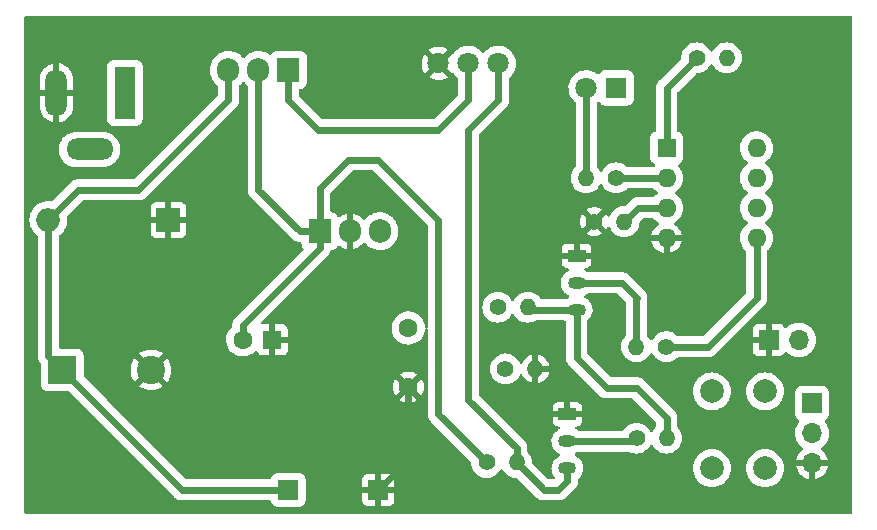
<source format=gbr>
%TF.GenerationSoftware,KiCad,Pcbnew,6.0.11+dfsg-1*%
%TF.CreationDate,2025-12-01T13:38:19+08:00*%
%TF.ProjectId,auto_sprinkler,6175746f-5f73-4707-9269-6e6b6c65722e,rev?*%
%TF.SameCoordinates,Original*%
%TF.FileFunction,Copper,L1,Top*%
%TF.FilePolarity,Positive*%
%FSLAX46Y46*%
G04 Gerber Fmt 4.6, Leading zero omitted, Abs format (unit mm)*
G04 Created by KiCad (PCBNEW 6.0.11+dfsg-1) date 2025-12-01 13:38:19*
%MOMM*%
%LPD*%
G01*
G04 APERTURE LIST*
%TA.AperFunction,ComponentPad*%
%ADD10C,1.400000*%
%TD*%
%TA.AperFunction,ComponentPad*%
%ADD11O,1.400000X1.400000*%
%TD*%
%TA.AperFunction,ComponentPad*%
%ADD12C,1.600000*%
%TD*%
%TA.AperFunction,ComponentPad*%
%ADD13R,1.600000X1.600000*%
%TD*%
%TA.AperFunction,ComponentPad*%
%ADD14O,1.600000X1.600000*%
%TD*%
%TA.AperFunction,ComponentPad*%
%ADD15C,2.000000*%
%TD*%
%TA.AperFunction,ComponentPad*%
%ADD16R,1.700000X1.700000*%
%TD*%
%TA.AperFunction,ComponentPad*%
%ADD17R,1.500000X1.050000*%
%TD*%
%TA.AperFunction,ComponentPad*%
%ADD18O,1.500000X1.050000*%
%TD*%
%TA.AperFunction,ComponentPad*%
%ADD19R,2.400000X2.400000*%
%TD*%
%TA.AperFunction,ComponentPad*%
%ADD20C,2.400000*%
%TD*%
%TA.AperFunction,ComponentPad*%
%ADD21R,1.905000X2.000000*%
%TD*%
%TA.AperFunction,ComponentPad*%
%ADD22O,1.905000X2.000000*%
%TD*%
%TA.AperFunction,ComponentPad*%
%ADD23R,1.800000X4.400000*%
%TD*%
%TA.AperFunction,ComponentPad*%
%ADD24O,1.800000X4.000000*%
%TD*%
%TA.AperFunction,ComponentPad*%
%ADD25O,4.000000X1.800000*%
%TD*%
%TA.AperFunction,ComponentPad*%
%ADD26R,2.000000X2.000000*%
%TD*%
%TA.AperFunction,ComponentPad*%
%ADD27O,2.000000X2.000000*%
%TD*%
%TA.AperFunction,ComponentPad*%
%ADD28R,1.800000X1.800000*%
%TD*%
%TA.AperFunction,ComponentPad*%
%ADD29C,1.800000*%
%TD*%
%TA.AperFunction,ComponentPad*%
%ADD30O,1.700000X1.700000*%
%TD*%
%TA.AperFunction,Conductor*%
%ADD31C,0.600000*%
%TD*%
G04 APERTURE END LIST*
D10*
%TO.P,R2,1*%
%TO.N,Net-(R2-Pad1)*%
X114095000Y-65020000D03*
D11*
%TO.P,R2,2*%
%TO.N,Net-(D2-Pad2)*%
X111555000Y-65020000D03*
%TD*%
D12*
%TO.P,C3,1*%
%TO.N,/Vcc*%
X96510000Y-77740000D03*
%TO.P,C3,2*%
%TO.N,/GND*%
X96510000Y-82740000D03*
%TD*%
D10*
%TO.P,R7,1*%
%TO.N,Net-(Q2-Pad1)*%
X104735000Y-81200000D03*
D11*
%TO.P,R7,2*%
%TO.N,/GND*%
X107275000Y-81200000D03*
%TD*%
D13*
%TO.P,U2,1,~{RESET}/PB5*%
%TO.N,Net-(R1-Pad1)*%
X118375000Y-62480000D03*
D14*
%TO.P,U2,2,PB3*%
%TO.N,Net-(R2-Pad1)*%
X118375000Y-65020000D03*
%TO.P,U2,3,PB4*%
%TO.N,Net-(R8-Pad2)*%
X118375000Y-67560000D03*
%TO.P,U2,4,GND*%
%TO.N,/GND*%
X118375000Y-70100000D03*
%TO.P,U2,5,PB0*%
%TO.N,Net-(R3-Pad1)*%
X125995000Y-70100000D03*
%TO.P,U2,6,PB1*%
%TO.N,Net-(J1-Pad2)*%
X125995000Y-67560000D03*
%TO.P,U2,7,PB2*%
%TO.N,Net-(J2-Pad1)*%
X125995000Y-65020000D03*
%TO.P,U2,8,VCC*%
%TO.N,/Vcc*%
X125995000Y-62480000D03*
%TD*%
D15*
%TO.P,SW1,1,A*%
%TO.N,Net-(R8-Pad2)*%
X122210000Y-89610000D03*
X122210000Y-83110000D03*
%TO.P,SW1,2,B*%
%TO.N,/Vcc*%
X126710000Y-89610000D03*
X126710000Y-83110000D03*
%TD*%
D16*
%TO.P,J4,1,Pin_1*%
%TO.N,/GND*%
X93980000Y-91440000D03*
%TD*%
D17*
%TO.P,Q1,1,E*%
%TO.N,/GND*%
X110755000Y-71624000D03*
D18*
%TO.P,Q1,2,B*%
%TO.N,Net-(Q1-Pad2)*%
X110755000Y-73910000D03*
%TO.P,Q1,3,C*%
%TO.N,Net-(Q1-Pad3)*%
X110755000Y-76196000D03*
%TD*%
D13*
%TO.P,C2,1*%
%TO.N,/GND*%
X84997210Y-78740000D03*
D12*
%TO.P,C2,2*%
%TO.N,/10V*%
X82497210Y-78740000D03*
%TD*%
D19*
%TO.P,C1,1*%
%TO.N,/Motor*%
X67210000Y-81280000D03*
D20*
%TO.P,C1,2*%
%TO.N,/GND*%
X74710000Y-81280000D03*
%TD*%
D10*
%TO.P,R8,1*%
%TO.N,/GND*%
X112245000Y-68730000D03*
D11*
%TO.P,R8,2*%
%TO.N,Net-(R8-Pad2)*%
X114785000Y-68730000D03*
%TD*%
D21*
%TO.P,Q2,1,G*%
%TO.N,Net-(Q2-Pad1)*%
X86360000Y-55880000D03*
D22*
%TO.P,Q2,2,D*%
%TO.N,/10V*%
X83820000Y-55880000D03*
%TO.P,Q2,3,S*%
%TO.N,/Motor*%
X81280000Y-55880000D03*
%TD*%
D23*
%TO.P,J5,1,Pin_1*%
%TO.N,/10V*%
X72520000Y-57820000D03*
D24*
%TO.P,J5,2,Pin_2*%
%TO.N,/GND*%
X66720000Y-57820000D03*
D25*
%TO.P,J5,3*%
%TO.N,N/C*%
X69520000Y-62620000D03*
%TD*%
D10*
%TO.P,R3,1*%
%TO.N,Net-(R3-Pad1)*%
X118355000Y-79320000D03*
D11*
%TO.P,R3,2*%
%TO.N,Net-(Q1-Pad2)*%
X115815000Y-79320000D03*
%TD*%
D26*
%TO.P,D1,1,K*%
%TO.N,/GND*%
X76200000Y-68580000D03*
D27*
%TO.P,D1,2,A*%
%TO.N,/Motor*%
X66040000Y-68580000D03*
%TD*%
D10*
%TO.P,R6,1*%
%TO.N,/10V*%
X103135000Y-89120886D03*
D11*
%TO.P,R6,2*%
%TO.N,Net-(Q3-Pad3)*%
X105675000Y-89120886D03*
%TD*%
D28*
%TO.P,D2,1,K*%
%TO.N,/Vcc*%
X114117220Y-57402856D03*
D29*
%TO.P,D2,2,A*%
%TO.N,Net-(D2-Pad2)*%
X111577220Y-57402856D03*
%TD*%
D16*
%TO.P,J2,1,Pin_1*%
%TO.N,Net-(J2-Pad1)*%
X130690000Y-84110000D03*
D30*
%TO.P,J2,2,Pin_2*%
%TO.N,/Vcc*%
X130690000Y-86650000D03*
%TO.P,J2,3,Pin_3*%
%TO.N,/GND*%
X130690000Y-89190000D03*
%TD*%
D17*
%TO.P,Q3,1,E*%
%TO.N,/GND*%
X109978370Y-85034886D03*
D18*
%TO.P,Q3,2,B*%
%TO.N,Net-(Q3-Pad2)*%
X109978370Y-87320886D03*
%TO.P,Q3,3,C*%
%TO.N,Net-(Q3-Pad3)*%
X109978370Y-89606886D03*
%TD*%
D29*
%TO.P,RV1,1,1*%
%TO.N,Net-(Q3-Pad3)*%
X104125000Y-55335000D03*
%TO.P,RV1,2,2*%
%TO.N,Net-(Q2-Pad1)*%
X101585000Y-55335000D03*
%TO.P,RV1,3,3*%
%TO.N,/GND*%
X99045000Y-55335000D03*
%TD*%
D10*
%TO.P,R1,1*%
%TO.N,Net-(R1-Pad1)*%
X120915000Y-54860000D03*
D11*
%TO.P,R1,2*%
%TO.N,/Vcc*%
X123455000Y-54860000D03*
%TD*%
D10*
%TO.P,R5,1*%
%TO.N,Net-(Q3-Pad2)*%
X115835000Y-87060000D03*
D11*
%TO.P,R5,2*%
%TO.N,Net-(Q1-Pad3)*%
X118375000Y-87060000D03*
%TD*%
D10*
%TO.P,R4,1*%
%TO.N,/Vcc*%
X104085000Y-75980000D03*
D11*
%TO.P,R4,2*%
%TO.N,Net-(Q1-Pad3)*%
X106625000Y-75980000D03*
%TD*%
D16*
%TO.P,J3,1,Pin_1*%
%TO.N,/Motor*%
X86360000Y-91440000D03*
%TD*%
D21*
%TO.P,U1,1,IN*%
%TO.N,/10V*%
X89020000Y-69550000D03*
D22*
%TO.P,U1,2,GND*%
%TO.N,/GND*%
X91560000Y-69550000D03*
%TO.P,U1,3,OUT*%
%TO.N,/Vcc*%
X94100000Y-69550000D03*
%TD*%
D16*
%TO.P,J1,1,Pin_1*%
%TO.N,/GND*%
X127030000Y-78740000D03*
D30*
%TO.P,J1,2,Pin_2*%
%TO.N,Net-(J1-Pad2)*%
X129570000Y-78740000D03*
%TD*%
D31*
%TO.N,Net-(Q3-Pad3)*%
X101600000Y-83805000D02*
X101600000Y-60960000D01*
%TO.N,Net-(Q1-Pad3)*%
X110755000Y-76196000D02*
X106841000Y-76196000D01*
X106841000Y-76196000D02*
X106625000Y-75980000D01*
%TO.N,Net-(Q3-Pad3)*%
X104125000Y-58405000D02*
X104125000Y-55335000D01*
X104140000Y-58420000D02*
X104125000Y-58405000D01*
X101600000Y-60960000D02*
X104140000Y-58420000D01*
X105675000Y-87880000D02*
X101600000Y-83805000D01*
X105675000Y-89120886D02*
X105675000Y-87880000D01*
%TO.N,/GND*%
X96510000Y-82740000D02*
X96510000Y-88910000D01*
X96510000Y-88910000D02*
X93980000Y-91440000D01*
%TO.N,/10V*%
X93980000Y-63500000D02*
X99060000Y-68580000D01*
X87330000Y-69550000D02*
X83820000Y-66040000D01*
X99060000Y-85045886D02*
X103135000Y-89120886D01*
X89020000Y-69550000D02*
X87330000Y-69550000D01*
X89020000Y-65920000D02*
X91440000Y-63500000D01*
X82497210Y-77522790D02*
X89020000Y-71000000D01*
X89020000Y-71000000D02*
X89020000Y-69550000D01*
X89020000Y-69550000D02*
X89020000Y-65920000D01*
X99060000Y-68580000D02*
X99060000Y-85045886D01*
X82497210Y-78740000D02*
X82497210Y-77522790D01*
X83820000Y-66040000D02*
X83820000Y-55880000D01*
X91440000Y-63500000D02*
X93980000Y-63500000D01*
%TO.N,Net-(D2-Pad2)*%
X111577220Y-57402856D02*
X111577220Y-64997780D01*
X111577220Y-64997780D02*
X111555000Y-65020000D01*
%TO.N,Net-(Q1-Pad2)*%
X115815000Y-75200000D02*
X115815000Y-79320000D01*
X110755000Y-73910000D02*
X114565000Y-73910000D01*
X114565000Y-73910000D02*
X115835000Y-75180000D01*
X115835000Y-75180000D02*
X115815000Y-75200000D01*
%TO.N,Net-(Q1-Pad3)*%
X110755000Y-80260000D02*
X110755000Y-76196000D01*
X118375000Y-85340000D02*
X115835000Y-82800000D01*
X115835000Y-82800000D02*
X113295000Y-82800000D01*
X113295000Y-82800000D02*
X110755000Y-80260000D01*
X118375000Y-87060000D02*
X118375000Y-85340000D01*
%TO.N,Net-(Q2-Pad1)*%
X88900000Y-60960000D02*
X99060000Y-60960000D01*
X86360000Y-58420000D02*
X86360000Y-55880000D01*
X88900000Y-60960000D02*
X86360000Y-58420000D01*
X99060000Y-60960000D02*
X101585000Y-58435000D01*
X101585000Y-58435000D02*
X101585000Y-55335000D01*
%TO.N,Net-(Q3-Pad2)*%
X109978370Y-87320886D02*
X115574114Y-87320886D01*
X115574114Y-87320886D02*
X115835000Y-87060000D01*
%TO.N,Net-(Q3-Pad3)*%
X107994114Y-91440000D02*
X109220000Y-91440000D01*
X109220000Y-91440000D02*
X109978370Y-90681630D01*
X105675000Y-89120886D02*
X107994114Y-91440000D01*
X109978370Y-90681630D02*
X109978370Y-89606886D01*
%TO.N,Net-(R1-Pad1)*%
X118375000Y-62480000D02*
X118375000Y-57400000D01*
X118375000Y-57400000D02*
X120915000Y-54860000D01*
%TO.N,Net-(R2-Pad1)*%
X114095000Y-65020000D02*
X118375000Y-65020000D01*
%TO.N,Net-(R3-Pad1)*%
X118355000Y-79320000D02*
X121855000Y-79320000D01*
X125995000Y-75180000D02*
X125995000Y-70100000D01*
X121855000Y-79320000D02*
X125995000Y-75180000D01*
%TO.N,Net-(R8-Pad2)*%
X114785000Y-68730000D02*
X115955000Y-67560000D01*
X115955000Y-67560000D02*
X118375000Y-67560000D01*
%TO.N,/Motor*%
X77370000Y-91440000D02*
X86360000Y-91440000D01*
X73660000Y-66040000D02*
X81280000Y-58420000D01*
X66040000Y-68580000D02*
X66040000Y-80110000D01*
X67210000Y-81280000D02*
X77370000Y-91440000D01*
X68580000Y-66040000D02*
X73660000Y-66040000D01*
X66040000Y-80110000D02*
X67210000Y-81280000D01*
X66040000Y-68580000D02*
X68580000Y-66040000D01*
X81280000Y-58420000D02*
X81280000Y-55880000D01*
%TD*%
%TA.AperFunction,Conductor*%
%TO.N,/GND*%
G36*
X134053621Y-51328502D02*
G01*
X134100114Y-51382158D01*
X134111500Y-51434500D01*
X134111500Y-93345500D01*
X134091498Y-93413621D01*
X134037842Y-93460114D01*
X133985500Y-93471500D01*
X64134500Y-93471500D01*
X64066379Y-93451498D01*
X64019886Y-93397842D01*
X64008500Y-93345500D01*
X64008500Y-68580000D01*
X64434551Y-68580000D01*
X64454317Y-68831148D01*
X64455471Y-68835955D01*
X64455472Y-68835961D01*
X64491519Y-68986105D01*
X64513127Y-69076111D01*
X64515020Y-69080682D01*
X64515021Y-69080684D01*
X64589517Y-69260533D01*
X64609534Y-69308859D01*
X64741164Y-69523659D01*
X64744376Y-69527419D01*
X64744379Y-69527424D01*
X64876700Y-69682351D01*
X64904776Y-69715224D01*
X65092598Y-69875639D01*
X65095331Y-69877973D01*
X65134140Y-69937424D01*
X65139500Y-69973784D01*
X65139500Y-80029213D01*
X65137949Y-80048923D01*
X65135781Y-80062612D01*
X65136126Y-80069200D01*
X65136126Y-80069204D01*
X65139327Y-80130280D01*
X65139500Y-80136874D01*
X65139500Y-80157192D01*
X65139843Y-80160459D01*
X65139844Y-80160470D01*
X65141624Y-80177400D01*
X65142141Y-80183966D01*
X65143278Y-80205674D01*
X65143917Y-80217858D01*
X65145687Y-80251646D01*
X65149274Y-80265031D01*
X65152878Y-80284479D01*
X65154326Y-80298256D01*
X65156366Y-80304533D01*
X65156366Y-80304535D01*
X65175265Y-80362701D01*
X65177138Y-80369025D01*
X65192970Y-80428109D01*
X65192972Y-80428115D01*
X65194680Y-80434488D01*
X65197676Y-80440367D01*
X65197677Y-80440371D01*
X65200973Y-80446840D01*
X65208536Y-80465097D01*
X65212821Y-80478284D01*
X65216121Y-80483999D01*
X65216121Y-80484000D01*
X65246703Y-80536971D01*
X65249849Y-80542766D01*
X65274106Y-80590371D01*
X65280617Y-80603149D01*
X65284771Y-80608278D01*
X65284771Y-80608279D01*
X65289339Y-80613920D01*
X65300534Y-80630209D01*
X65307467Y-80642216D01*
X65311888Y-80647126D01*
X65352815Y-80692580D01*
X65357099Y-80697596D01*
X65369881Y-80713380D01*
X65372595Y-80716094D01*
X65372653Y-80716200D01*
X65374417Y-80718159D01*
X65373952Y-80718578D01*
X65406621Y-80778406D01*
X65409500Y-80805189D01*
X65409501Y-81665713D01*
X65409501Y-82519360D01*
X65424956Y-82636762D01*
X65485464Y-82782841D01*
X65581718Y-82908282D01*
X65707159Y-83004536D01*
X65853238Y-83065044D01*
X65970639Y-83080500D01*
X66099935Y-83080500D01*
X67684810Y-83080499D01*
X67752931Y-83100501D01*
X67773905Y-83117404D01*
X72242367Y-87585867D01*
X76676128Y-92019628D01*
X76688962Y-92034654D01*
X76697112Y-92045871D01*
X76702015Y-92050285D01*
X76702017Y-92050288D01*
X76747477Y-92091220D01*
X76752261Y-92095761D01*
X76766620Y-92110120D01*
X76769180Y-92112193D01*
X76769181Y-92112194D01*
X76782411Y-92122908D01*
X76787421Y-92127188D01*
X76832874Y-92168113D01*
X76832879Y-92168117D01*
X76837784Y-92172533D01*
X76843500Y-92175833D01*
X76849786Y-92179462D01*
X76866083Y-92190663D01*
X76876851Y-92199383D01*
X76882739Y-92202383D01*
X76937234Y-92230151D01*
X76943029Y-92233297D01*
X76996000Y-92263879D01*
X77001716Y-92267179D01*
X77013547Y-92271023D01*
X77014903Y-92271464D01*
X77033160Y-92279027D01*
X77039629Y-92282323D01*
X77039633Y-92282324D01*
X77045512Y-92285320D01*
X77051882Y-92287027D01*
X77051885Y-92287028D01*
X77110972Y-92302860D01*
X77117298Y-92304734D01*
X77143962Y-92313397D01*
X77181744Y-92325674D01*
X77188311Y-92326364D01*
X77188315Y-92326365D01*
X77194319Y-92326996D01*
X77195523Y-92327122D01*
X77214964Y-92330725D01*
X77228355Y-92334313D01*
X77272075Y-92336604D01*
X77296020Y-92337859D01*
X77302595Y-92338376D01*
X77319534Y-92340156D01*
X77319537Y-92340156D01*
X77322808Y-92340500D01*
X77343127Y-92340500D01*
X77349721Y-92340673D01*
X77410796Y-92343874D01*
X77410800Y-92343874D01*
X77417388Y-92344219D01*
X77431077Y-92342051D01*
X77450787Y-92340500D01*
X84800916Y-92340500D01*
X84869037Y-92360502D01*
X84915530Y-92414158D01*
X84922623Y-92433890D01*
X84923878Y-92438574D01*
X84924956Y-92446762D01*
X84985464Y-92592841D01*
X85081718Y-92718282D01*
X85207159Y-92814536D01*
X85353238Y-92875044D01*
X85361426Y-92876122D01*
X85466545Y-92889961D01*
X85470639Y-92890500D01*
X86359892Y-92890500D01*
X87249360Y-92890499D01*
X87253444Y-92889961D01*
X87253450Y-92889961D01*
X87358575Y-92876122D01*
X87358577Y-92876122D01*
X87366762Y-92875044D01*
X87512841Y-92814536D01*
X87638282Y-92718282D01*
X87734536Y-92592841D01*
X87795044Y-92446762D01*
X87809313Y-92338375D01*
X87809801Y-92334669D01*
X92622001Y-92334669D01*
X92622371Y-92341490D01*
X92627895Y-92392352D01*
X92631521Y-92407604D01*
X92676676Y-92528054D01*
X92685214Y-92543649D01*
X92761715Y-92645724D01*
X92774276Y-92658285D01*
X92876351Y-92734786D01*
X92891946Y-92743324D01*
X93012394Y-92788478D01*
X93027649Y-92792105D01*
X93078514Y-92797631D01*
X93085328Y-92798000D01*
X93707885Y-92798000D01*
X93723124Y-92793525D01*
X93724329Y-92792135D01*
X93726000Y-92784452D01*
X93726000Y-92779884D01*
X94234000Y-92779884D01*
X94238475Y-92795123D01*
X94239865Y-92796328D01*
X94247548Y-92797999D01*
X94874669Y-92797999D01*
X94881490Y-92797629D01*
X94932352Y-92792105D01*
X94947604Y-92788479D01*
X95068054Y-92743324D01*
X95083649Y-92734786D01*
X95185724Y-92658285D01*
X95198285Y-92645724D01*
X95274786Y-92543649D01*
X95283324Y-92528054D01*
X95328478Y-92407606D01*
X95332105Y-92392351D01*
X95337631Y-92341486D01*
X95338000Y-92334672D01*
X95338000Y-91712115D01*
X95333525Y-91696876D01*
X95332135Y-91695671D01*
X95324452Y-91694000D01*
X94252115Y-91694000D01*
X94236876Y-91698475D01*
X94235671Y-91699865D01*
X94234000Y-91707548D01*
X94234000Y-92779884D01*
X93726000Y-92779884D01*
X93726000Y-91712115D01*
X93721525Y-91696876D01*
X93720135Y-91695671D01*
X93712452Y-91694000D01*
X92640116Y-91694000D01*
X92624877Y-91698475D01*
X92623672Y-91699865D01*
X92622001Y-91707548D01*
X92622001Y-92334669D01*
X87809801Y-92334669D01*
X87809962Y-92333448D01*
X87809962Y-92333447D01*
X87810500Y-92329361D01*
X87810499Y-91167885D01*
X92622000Y-91167885D01*
X92626475Y-91183124D01*
X92627865Y-91184329D01*
X92635548Y-91186000D01*
X93707885Y-91186000D01*
X93723124Y-91181525D01*
X93724329Y-91180135D01*
X93726000Y-91172452D01*
X93726000Y-91167885D01*
X94234000Y-91167885D01*
X94238475Y-91183124D01*
X94239865Y-91184329D01*
X94247548Y-91186000D01*
X95319884Y-91186000D01*
X95335123Y-91181525D01*
X95336328Y-91180135D01*
X95337999Y-91172452D01*
X95337999Y-90545331D01*
X95337629Y-90538510D01*
X95332105Y-90487648D01*
X95328479Y-90472396D01*
X95283324Y-90351946D01*
X95274786Y-90336351D01*
X95198285Y-90234276D01*
X95185724Y-90221715D01*
X95083649Y-90145214D01*
X95068054Y-90136676D01*
X94947606Y-90091522D01*
X94932351Y-90087895D01*
X94881486Y-90082369D01*
X94874672Y-90082000D01*
X94252115Y-90082000D01*
X94236876Y-90086475D01*
X94235671Y-90087865D01*
X94234000Y-90095548D01*
X94234000Y-91167885D01*
X93726000Y-91167885D01*
X93726000Y-90100116D01*
X93721525Y-90084877D01*
X93720135Y-90083672D01*
X93712452Y-90082001D01*
X93085331Y-90082001D01*
X93078510Y-90082371D01*
X93027648Y-90087895D01*
X93012396Y-90091521D01*
X92891946Y-90136676D01*
X92876351Y-90145214D01*
X92774276Y-90221715D01*
X92761715Y-90234276D01*
X92685214Y-90336351D01*
X92676676Y-90351946D01*
X92631522Y-90472394D01*
X92627895Y-90487649D01*
X92622369Y-90538514D01*
X92622000Y-90545328D01*
X92622000Y-91167885D01*
X87810499Y-91167885D01*
X87810499Y-90550640D01*
X87809801Y-90545331D01*
X87796122Y-90441425D01*
X87796122Y-90441423D01*
X87795044Y-90433238D01*
X87734536Y-90287159D01*
X87638282Y-90161718D01*
X87512841Y-90065464D01*
X87366762Y-90004956D01*
X87319235Y-89998699D01*
X87253448Y-89990038D01*
X87253447Y-89990038D01*
X87249361Y-89989500D01*
X86360108Y-89989500D01*
X85470640Y-89989501D01*
X85466556Y-89990039D01*
X85466550Y-89990039D01*
X85361425Y-90003878D01*
X85361423Y-90003878D01*
X85353238Y-90004956D01*
X85207159Y-90065464D01*
X85081718Y-90161718D01*
X84985464Y-90287159D01*
X84924956Y-90433238D01*
X84923878Y-90441425D01*
X84922623Y-90446110D01*
X84885672Y-90506733D01*
X84821811Y-90537755D01*
X84800916Y-90539500D01*
X77795190Y-90539500D01*
X77727069Y-90519498D01*
X77706095Y-90502595D01*
X71029561Y-83826062D01*
X95788493Y-83826062D01*
X95797789Y-83838077D01*
X95848994Y-83873931D01*
X95858489Y-83879414D01*
X96055947Y-83971490D01*
X96066239Y-83975236D01*
X96276688Y-84031625D01*
X96287481Y-84033528D01*
X96504525Y-84052517D01*
X96515475Y-84052517D01*
X96732519Y-84033528D01*
X96743312Y-84031625D01*
X96953761Y-83975236D01*
X96964053Y-83971490D01*
X97161511Y-83879414D01*
X97171006Y-83873931D01*
X97223048Y-83837491D01*
X97231424Y-83827012D01*
X97224356Y-83813566D01*
X96522812Y-83112022D01*
X96508868Y-83104408D01*
X96507035Y-83104539D01*
X96500420Y-83108790D01*
X95794923Y-83814287D01*
X95788493Y-83826062D01*
X71029561Y-83826062D01*
X69856858Y-82653359D01*
X73701386Y-82653359D01*
X73710099Y-82664879D01*
X73798586Y-82729760D01*
X73806505Y-82734708D01*
X74022877Y-82848547D01*
X74031451Y-82852275D01*
X74262282Y-82932885D01*
X74271291Y-82935299D01*
X74511518Y-82980908D01*
X74520775Y-82981962D01*
X74765107Y-82991563D01*
X74774420Y-82991237D01*
X75017478Y-82964618D01*
X75026655Y-82962917D01*
X75263107Y-82900665D01*
X75271926Y-82897628D01*
X75496584Y-82801107D01*
X75504856Y-82796800D01*
X75587797Y-82745475D01*
X95197483Y-82745475D01*
X95216472Y-82962519D01*
X95218375Y-82973312D01*
X95274764Y-83183761D01*
X95278510Y-83194053D01*
X95370586Y-83391511D01*
X95376069Y-83401006D01*
X95412509Y-83453048D01*
X95422988Y-83461424D01*
X95436434Y-83454356D01*
X96137978Y-82752812D01*
X96144356Y-82741132D01*
X96874408Y-82741132D01*
X96874539Y-82742965D01*
X96878790Y-82749580D01*
X97584287Y-83455077D01*
X97596062Y-83461507D01*
X97608077Y-83452211D01*
X97643931Y-83401006D01*
X97649414Y-83391511D01*
X97741490Y-83194053D01*
X97745236Y-83183761D01*
X97801625Y-82973312D01*
X97803528Y-82962519D01*
X97822517Y-82745475D01*
X97822517Y-82734525D01*
X97803528Y-82517481D01*
X97801625Y-82506688D01*
X97745236Y-82296239D01*
X97741490Y-82285947D01*
X97649414Y-82088489D01*
X97643931Y-82078994D01*
X97607491Y-82026952D01*
X97597012Y-82018576D01*
X97583566Y-82025644D01*
X96882022Y-82727188D01*
X96874408Y-82741132D01*
X96144356Y-82741132D01*
X96145592Y-82738868D01*
X96145461Y-82737035D01*
X96141210Y-82730420D01*
X95435713Y-82024923D01*
X95423938Y-82018493D01*
X95411923Y-82027789D01*
X95376069Y-82078994D01*
X95370586Y-82088489D01*
X95278510Y-82285947D01*
X95274764Y-82296239D01*
X95218375Y-82506688D01*
X95216472Y-82517481D01*
X95197483Y-82734525D01*
X95197483Y-82745475D01*
X75587797Y-82745475D01*
X75712777Y-82668135D01*
X75714620Y-82666796D01*
X75722038Y-82655541D01*
X75715974Y-82645184D01*
X74722812Y-81652022D01*
X74708868Y-81644408D01*
X74707035Y-81644539D01*
X74700420Y-81648790D01*
X73708044Y-82641166D01*
X73701386Y-82653359D01*
X69856858Y-82653359D01*
X69047405Y-81843906D01*
X69013379Y-81781594D01*
X69010500Y-81754811D01*
X69010500Y-81239835D01*
X72998022Y-81239835D01*
X73009754Y-81484064D01*
X73010891Y-81493324D01*
X73058593Y-81733143D01*
X73061082Y-81742118D01*
X73143708Y-81972250D01*
X73147505Y-81980778D01*
X73263234Y-82196160D01*
X73268245Y-82204027D01*
X73325173Y-82280263D01*
X73336431Y-82288712D01*
X73348850Y-82281940D01*
X74337978Y-81292812D01*
X74344356Y-81281132D01*
X75074408Y-81281132D01*
X75074539Y-81282965D01*
X75078790Y-81289580D01*
X76073732Y-82284522D01*
X76086112Y-82291282D01*
X76094453Y-82285038D01*
X76212700Y-82101202D01*
X76217147Y-82093011D01*
X76317572Y-81870076D01*
X76320767Y-81861298D01*
X76379516Y-81652988D01*
X95788576Y-81652988D01*
X95795644Y-81666434D01*
X96497188Y-82367978D01*
X96511132Y-82375592D01*
X96512965Y-82375461D01*
X96519580Y-82371210D01*
X97225077Y-81665713D01*
X97231507Y-81653938D01*
X97222211Y-81641923D01*
X97171006Y-81606069D01*
X97161511Y-81600586D01*
X96964053Y-81508510D01*
X96953761Y-81504764D01*
X96743312Y-81448375D01*
X96732519Y-81446472D01*
X96515475Y-81427483D01*
X96504525Y-81427483D01*
X96287481Y-81446472D01*
X96276688Y-81448375D01*
X96066239Y-81504764D01*
X96055947Y-81508510D01*
X95858489Y-81600586D01*
X95848994Y-81606069D01*
X95796952Y-81642509D01*
X95788576Y-81652988D01*
X76379516Y-81652988D01*
X76387135Y-81625973D01*
X76388993Y-81616844D01*
X76420044Y-81372770D01*
X76420525Y-81366483D01*
X76422706Y-81283160D01*
X76422555Y-81276851D01*
X76404321Y-81031486D01*
X76402944Y-81022280D01*
X76348979Y-80783786D01*
X76346255Y-80774875D01*
X76257633Y-80546983D01*
X76253619Y-80538567D01*
X76132284Y-80326276D01*
X76127074Y-80318553D01*
X76095787Y-80278865D01*
X76083863Y-80270395D01*
X76072328Y-80276882D01*
X75082022Y-81267188D01*
X75074408Y-81281132D01*
X74344356Y-81281132D01*
X74345592Y-81278868D01*
X74345461Y-81277035D01*
X74341210Y-81270420D01*
X73346828Y-80276038D01*
X73333520Y-80268771D01*
X73323481Y-80275893D01*
X73318581Y-80281784D01*
X73313168Y-80289373D01*
X73186322Y-80498409D01*
X73182084Y-80506726D01*
X73087529Y-80732214D01*
X73084572Y-80741052D01*
X73024384Y-80978042D01*
X73022763Y-80987232D01*
X72998267Y-81230510D01*
X72998022Y-81239835D01*
X69010500Y-81239835D01*
X69010499Y-80044763D01*
X69010499Y-80040640D01*
X69009831Y-80035561D01*
X68996122Y-79931425D01*
X68996122Y-79931423D01*
X68995044Y-79923238D01*
X68987455Y-79904917D01*
X73699330Y-79904917D01*
X73703903Y-79914693D01*
X74697188Y-80907978D01*
X74711132Y-80915592D01*
X74712965Y-80915461D01*
X74719580Y-80911210D01*
X75712488Y-79918302D01*
X75718872Y-79906612D01*
X75709460Y-79894502D01*
X75583144Y-79806873D01*
X75575116Y-79802145D01*
X75355810Y-79693995D01*
X75347177Y-79690507D01*
X75114288Y-79615958D01*
X75105238Y-79613785D01*
X74863891Y-79574480D01*
X74854602Y-79573668D01*
X74610114Y-79570467D01*
X74600803Y-79571037D01*
X74358522Y-79604010D01*
X74349403Y-79605948D01*
X74114668Y-79674367D01*
X74105915Y-79677639D01*
X73883869Y-79780004D01*
X73875714Y-79784524D01*
X73708468Y-79894175D01*
X73699330Y-79904917D01*
X68987455Y-79904917D01*
X68934536Y-79777159D01*
X68838282Y-79651718D01*
X68712841Y-79555464D01*
X68566762Y-79494956D01*
X68558156Y-79493823D01*
X68453448Y-79480038D01*
X68453447Y-79480038D01*
X68449361Y-79479500D01*
X68401563Y-79479500D01*
X67066500Y-79479501D01*
X66998379Y-79459499D01*
X66951886Y-79405843D01*
X66940500Y-79353501D01*
X66940500Y-69973784D01*
X66960502Y-69905663D01*
X66984669Y-69877973D01*
X66987402Y-69875639D01*
X67175224Y-69715224D01*
X67203300Y-69682351D01*
X67252565Y-69624669D01*
X74692001Y-69624669D01*
X74692371Y-69631490D01*
X74697895Y-69682352D01*
X74701521Y-69697604D01*
X74746676Y-69818054D01*
X74755214Y-69833649D01*
X74831715Y-69935724D01*
X74844276Y-69948285D01*
X74946351Y-70024786D01*
X74961946Y-70033324D01*
X75082394Y-70078478D01*
X75097649Y-70082105D01*
X75148514Y-70087631D01*
X75155328Y-70088000D01*
X75927885Y-70088000D01*
X75943124Y-70083525D01*
X75944329Y-70082135D01*
X75946000Y-70074452D01*
X75946000Y-70069884D01*
X76454000Y-70069884D01*
X76458475Y-70085123D01*
X76459865Y-70086328D01*
X76467548Y-70087999D01*
X77244669Y-70087999D01*
X77251490Y-70087629D01*
X77302352Y-70082105D01*
X77317604Y-70078479D01*
X77438054Y-70033324D01*
X77453649Y-70024786D01*
X77555724Y-69948285D01*
X77568285Y-69935724D01*
X77644786Y-69833649D01*
X77653324Y-69818054D01*
X77698478Y-69697606D01*
X77702105Y-69682351D01*
X77707631Y-69631486D01*
X77708000Y-69624672D01*
X77708000Y-68852115D01*
X77703525Y-68836876D01*
X77702135Y-68835671D01*
X77694452Y-68834000D01*
X76472115Y-68834000D01*
X76456876Y-68838475D01*
X76455671Y-68839865D01*
X76454000Y-68847548D01*
X76454000Y-70069884D01*
X75946000Y-70069884D01*
X75946000Y-68852115D01*
X75941525Y-68836876D01*
X75940135Y-68835671D01*
X75932452Y-68834000D01*
X74710116Y-68834000D01*
X74694877Y-68838475D01*
X74693672Y-68839865D01*
X74692001Y-68847548D01*
X74692001Y-69624669D01*
X67252565Y-69624669D01*
X67335621Y-69527424D01*
X67335624Y-69527419D01*
X67338836Y-69523659D01*
X67470466Y-69308859D01*
X67490484Y-69260533D01*
X67564979Y-69080684D01*
X67564980Y-69080682D01*
X67566873Y-69076111D01*
X67588481Y-68986105D01*
X67624528Y-68835961D01*
X67624529Y-68835955D01*
X67625683Y-68831148D01*
X67645449Y-68580000D01*
X67625787Y-68330175D01*
X67630470Y-68307885D01*
X74692000Y-68307885D01*
X74696475Y-68323124D01*
X74697865Y-68324329D01*
X74705548Y-68326000D01*
X75927885Y-68326000D01*
X75943124Y-68321525D01*
X75944329Y-68320135D01*
X75946000Y-68312452D01*
X75946000Y-68307885D01*
X76454000Y-68307885D01*
X76458475Y-68323124D01*
X76459865Y-68324329D01*
X76467548Y-68326000D01*
X77689884Y-68326000D01*
X77705123Y-68321525D01*
X77706328Y-68320135D01*
X77707999Y-68312452D01*
X77707999Y-67535331D01*
X77707629Y-67528510D01*
X77702105Y-67477648D01*
X77698479Y-67462396D01*
X77653324Y-67341946D01*
X77644786Y-67326351D01*
X77568285Y-67224276D01*
X77555724Y-67211715D01*
X77453649Y-67135214D01*
X77438054Y-67126676D01*
X77317606Y-67081522D01*
X77302351Y-67077895D01*
X77251486Y-67072369D01*
X77244672Y-67072000D01*
X76472115Y-67072000D01*
X76456876Y-67076475D01*
X76455671Y-67077865D01*
X76454000Y-67085548D01*
X76454000Y-68307885D01*
X75946000Y-68307885D01*
X75946000Y-67090116D01*
X75941525Y-67074877D01*
X75940135Y-67073672D01*
X75932452Y-67072001D01*
X75155331Y-67072001D01*
X75148510Y-67072371D01*
X75097648Y-67077895D01*
X75082396Y-67081521D01*
X74961946Y-67126676D01*
X74946351Y-67135214D01*
X74844276Y-67211715D01*
X74831715Y-67224276D01*
X74755214Y-67326351D01*
X74746676Y-67341946D01*
X74701522Y-67462394D01*
X74697895Y-67477649D01*
X74692369Y-67528514D01*
X74692000Y-67535328D01*
X74692000Y-68307885D01*
X67630470Y-68307885D01*
X67640383Y-68260696D01*
X67662304Y-68231195D01*
X68916094Y-66977405D01*
X68978406Y-66943379D01*
X69005189Y-66940500D01*
X73579213Y-66940500D01*
X73598923Y-66942051D01*
X73612612Y-66944219D01*
X73619200Y-66943874D01*
X73619204Y-66943874D01*
X73680280Y-66940673D01*
X73686874Y-66940500D01*
X73707192Y-66940500D01*
X73710459Y-66940157D01*
X73710470Y-66940156D01*
X73727400Y-66938376D01*
X73733966Y-66937859D01*
X73763627Y-66936305D01*
X73795052Y-66934659D01*
X73795057Y-66934658D01*
X73801646Y-66934313D01*
X73815037Y-66930725D01*
X73834479Y-66927122D01*
X73841693Y-66926364D01*
X73841695Y-66926364D01*
X73848256Y-66925674D01*
X73854533Y-66923634D01*
X73854535Y-66923634D01*
X73912701Y-66904735D01*
X73919025Y-66902862D01*
X73978109Y-66887030D01*
X73978115Y-66887028D01*
X73984488Y-66885320D01*
X73990367Y-66882324D01*
X73990371Y-66882323D01*
X73996840Y-66879027D01*
X74015097Y-66871464D01*
X74016453Y-66871023D01*
X74028284Y-66867179D01*
X74037975Y-66861584D01*
X74086971Y-66833297D01*
X74092766Y-66830151D01*
X74147266Y-66802381D01*
X74147269Y-66802379D01*
X74153149Y-66799383D01*
X74163920Y-66790661D01*
X74180209Y-66779466D01*
X74192216Y-66772533D01*
X74198691Y-66766703D01*
X74242580Y-66727185D01*
X74247596Y-66722901D01*
X74255922Y-66716158D01*
X74263380Y-66710119D01*
X74277729Y-66695770D01*
X74282513Y-66691229D01*
X74327985Y-66650286D01*
X74327986Y-66650284D01*
X74332888Y-66645871D01*
X74341041Y-66634649D01*
X74353878Y-66619621D01*
X81859621Y-59113878D01*
X81874649Y-59101041D01*
X81885871Y-59092888D01*
X81931229Y-59042513D01*
X81935770Y-59037729D01*
X81950119Y-59023380D01*
X81962901Y-59007596D01*
X81967185Y-59002580D01*
X82008112Y-58957126D01*
X82012533Y-58952216D01*
X82019466Y-58940209D01*
X82030661Y-58923920D01*
X82035229Y-58918279D01*
X82035229Y-58918278D01*
X82039383Y-58913149D01*
X82044373Y-58903356D01*
X82070151Y-58852766D01*
X82073297Y-58846971D01*
X82103879Y-58794000D01*
X82103879Y-58793999D01*
X82107179Y-58788284D01*
X82111464Y-58775097D01*
X82119027Y-58756840D01*
X82122323Y-58750371D01*
X82122326Y-58750364D01*
X82125320Y-58744488D01*
X82142862Y-58679020D01*
X82144729Y-58672719D01*
X82165674Y-58608256D01*
X82167123Y-58594467D01*
X82170726Y-58575029D01*
X82171533Y-58572017D01*
X82174312Y-58561646D01*
X82174658Y-58555045D01*
X82177858Y-58493989D01*
X82178375Y-58487415D01*
X82180156Y-58470466D01*
X82180156Y-58470464D01*
X82180500Y-58467192D01*
X82180500Y-58446867D01*
X82180673Y-58440273D01*
X82183874Y-58379204D01*
X82183874Y-58379199D01*
X82184219Y-58372612D01*
X82182051Y-58358923D01*
X82180500Y-58339213D01*
X82180500Y-57259964D01*
X82200502Y-57191843D01*
X82235676Y-57155753D01*
X82252086Y-57144600D01*
X82252087Y-57144600D01*
X82256281Y-57141749D01*
X82437858Y-56970040D01*
X82451912Y-56951658D01*
X82509176Y-56909691D01*
X82580040Y-56905346D01*
X82646521Y-56944862D01*
X82671353Y-56973029D01*
X82734338Y-57044472D01*
X82734341Y-57044475D01*
X82737686Y-57048269D01*
X82741592Y-57051478D01*
X82741602Y-57051487D01*
X82873476Y-57159809D01*
X82913419Y-57218503D01*
X82919500Y-57257173D01*
X82919500Y-65959213D01*
X82917949Y-65978923D01*
X82915781Y-65992612D01*
X82916126Y-65999200D01*
X82916126Y-65999204D01*
X82919327Y-66060280D01*
X82919500Y-66066874D01*
X82919500Y-66087192D01*
X82919843Y-66090459D01*
X82919844Y-66090470D01*
X82921624Y-66107400D01*
X82922142Y-66113983D01*
X82924059Y-66150568D01*
X82925687Y-66181646D01*
X82929274Y-66195031D01*
X82932878Y-66214479D01*
X82934326Y-66228256D01*
X82936366Y-66234533D01*
X82936366Y-66234535D01*
X82955265Y-66292701D01*
X82957138Y-66299025D01*
X82972970Y-66358109D01*
X82972972Y-66358115D01*
X82974680Y-66364488D01*
X82977676Y-66370367D01*
X82977677Y-66370371D01*
X82980973Y-66376840D01*
X82988536Y-66395097D01*
X82992821Y-66408284D01*
X82996121Y-66413999D01*
X82996121Y-66414000D01*
X83026703Y-66466971D01*
X83029849Y-66472766D01*
X83057619Y-66527266D01*
X83060617Y-66533149D01*
X83064771Y-66538278D01*
X83064771Y-66538279D01*
X83069339Y-66543920D01*
X83080534Y-66560209D01*
X83087467Y-66572216D01*
X83091888Y-66577126D01*
X83132815Y-66622580D01*
X83137099Y-66627596D01*
X83149881Y-66643380D01*
X83164230Y-66657729D01*
X83168771Y-66662513D01*
X83208743Y-66706906D01*
X83214129Y-66712888D01*
X83225351Y-66721041D01*
X83240379Y-66733878D01*
X86636128Y-70129628D01*
X86648963Y-70144655D01*
X86657112Y-70155871D01*
X86662015Y-70160285D01*
X86662017Y-70160288D01*
X86707477Y-70201220D01*
X86712261Y-70205761D01*
X86726620Y-70220120D01*
X86729180Y-70222193D01*
X86729181Y-70222194D01*
X86742411Y-70232908D01*
X86747421Y-70237188D01*
X86792874Y-70278113D01*
X86792879Y-70278117D01*
X86797784Y-70282533D01*
X86803500Y-70285833D01*
X86809786Y-70289462D01*
X86826083Y-70300663D01*
X86836851Y-70309383D01*
X86842731Y-70312379D01*
X86842734Y-70312381D01*
X86897237Y-70340151D01*
X86903031Y-70343297D01*
X86961716Y-70377179D01*
X86968001Y-70379221D01*
X86968005Y-70379223D01*
X86974906Y-70381466D01*
X86993163Y-70389028D01*
X86998695Y-70391846D01*
X87005513Y-70395320D01*
X87064884Y-70411229D01*
X87070963Y-70412858D01*
X87077288Y-70414731D01*
X87141744Y-70435674D01*
X87154799Y-70437046D01*
X87155531Y-70437123D01*
X87174967Y-70440726D01*
X87181092Y-70442367D01*
X87188355Y-70444313D01*
X87194954Y-70444659D01*
X87194955Y-70444659D01*
X87256020Y-70447859D01*
X87262595Y-70448376D01*
X87279534Y-70450156D01*
X87279537Y-70450156D01*
X87282808Y-70450500D01*
X87303127Y-70450500D01*
X87309721Y-70450673D01*
X87315325Y-70450967D01*
X87347596Y-70452658D01*
X87414576Y-70476198D01*
X87458197Y-70532213D01*
X87467001Y-70578485D01*
X87467001Y-70589360D01*
X87467539Y-70593444D01*
X87467539Y-70593450D01*
X87475538Y-70654214D01*
X87482456Y-70706762D01*
X87542964Y-70852841D01*
X87627960Y-70963610D01*
X87653560Y-71029830D01*
X87639295Y-71099379D01*
X87617092Y-71129409D01*
X81917589Y-76828912D01*
X81902561Y-76841749D01*
X81891339Y-76849902D01*
X81886926Y-76854804D01*
X81886924Y-76854805D01*
X81845981Y-76900277D01*
X81841440Y-76905061D01*
X81827091Y-76919410D01*
X81825015Y-76921974D01*
X81814309Y-76935194D01*
X81810025Y-76940210D01*
X81764677Y-76990574D01*
X81757744Y-77002581D01*
X81746549Y-77018870D01*
X81737827Y-77029641D01*
X81734831Y-77035521D01*
X81734829Y-77035524D01*
X81707059Y-77090024D01*
X81703913Y-77095819D01*
X81695398Y-77110568D01*
X81670031Y-77154506D01*
X81666187Y-77166337D01*
X81665746Y-77167693D01*
X81658183Y-77185950D01*
X81651890Y-77198302D01*
X81650182Y-77204675D01*
X81650180Y-77204681D01*
X81634348Y-77263765D01*
X81632475Y-77270089D01*
X81625313Y-77292132D01*
X81611536Y-77334534D01*
X81610846Y-77341095D01*
X81610846Y-77341097D01*
X81610088Y-77348311D01*
X81606485Y-77367753D01*
X81602897Y-77381144D01*
X81602552Y-77387733D01*
X81602551Y-77387738D01*
X81602000Y-77398255D01*
X81599523Y-77445548D01*
X81599352Y-77448807D01*
X81598834Y-77455390D01*
X81597054Y-77472320D01*
X81597053Y-77472331D01*
X81596710Y-77475598D01*
X81596710Y-77495916D01*
X81596537Y-77502510D01*
X81595217Y-77527707D01*
X81592991Y-77570178D01*
X81594023Y-77576694D01*
X81595159Y-77583866D01*
X81596710Y-77603577D01*
X81596710Y-77604569D01*
X81576708Y-77672690D01*
X81561804Y-77691620D01*
X81405087Y-77855616D01*
X81275309Y-78045863D01*
X81273133Y-78050552D01*
X81273129Y-78050558D01*
X81180525Y-78250057D01*
X81178346Y-78254752D01*
X81116802Y-78476673D01*
X81116253Y-78481810D01*
X81096433Y-78667266D01*
X81092329Y-78705665D01*
X81092626Y-78710817D01*
X81092626Y-78710821D01*
X81096308Y-78774672D01*
X81105586Y-78935580D01*
X81106723Y-78940626D01*
X81106724Y-78940632D01*
X81130501Y-79046137D01*
X81156216Y-79160242D01*
X81242859Y-79373618D01*
X81363189Y-79569978D01*
X81513973Y-79744048D01*
X81691163Y-79891154D01*
X81890000Y-80007345D01*
X81894825Y-80009187D01*
X81894826Y-80009188D01*
X81928456Y-80022030D01*
X82105144Y-80089501D01*
X82110210Y-80090532D01*
X82110211Y-80090532D01*
X82210907Y-80111018D01*
X82330817Y-80135414D01*
X82460562Y-80140172D01*
X82555795Y-80143664D01*
X82555799Y-80143664D01*
X82560959Y-80143853D01*
X82566079Y-80143197D01*
X82566081Y-80143197D01*
X82666914Y-80130280D01*
X82789388Y-80114591D01*
X82794336Y-80113106D01*
X82794343Y-80113105D01*
X82996238Y-80052533D01*
X83009971Y-80048413D01*
X83216784Y-79947096D01*
X83404272Y-79813363D01*
X83522798Y-79695249D01*
X83585171Y-79661333D01*
X83655977Y-79666521D01*
X83712739Y-79709167D01*
X83729721Y-79740270D01*
X83743886Y-79778054D01*
X83752424Y-79793649D01*
X83828925Y-79895724D01*
X83841486Y-79908285D01*
X83943561Y-79984786D01*
X83959156Y-79993324D01*
X84079604Y-80038478D01*
X84094859Y-80042105D01*
X84145724Y-80047631D01*
X84152538Y-80048000D01*
X84725095Y-80048000D01*
X84740334Y-80043525D01*
X84741539Y-80042135D01*
X84743210Y-80034452D01*
X84743210Y-80029884D01*
X85251210Y-80029884D01*
X85255685Y-80045123D01*
X85257075Y-80046328D01*
X85264758Y-80047999D01*
X85841879Y-80047999D01*
X85848700Y-80047629D01*
X85899562Y-80042105D01*
X85914814Y-80038479D01*
X86035264Y-79993324D01*
X86050859Y-79984786D01*
X86152934Y-79908285D01*
X86165495Y-79895724D01*
X86241996Y-79793649D01*
X86250534Y-79778054D01*
X86295688Y-79657606D01*
X86299315Y-79642351D01*
X86304841Y-79591486D01*
X86305210Y-79584672D01*
X86305210Y-79012115D01*
X86300735Y-78996876D01*
X86299345Y-78995671D01*
X86291662Y-78994000D01*
X85269325Y-78994000D01*
X85254086Y-78998475D01*
X85252881Y-78999865D01*
X85251210Y-79007548D01*
X85251210Y-80029884D01*
X84743210Y-80029884D01*
X84743210Y-78467885D01*
X85251210Y-78467885D01*
X85255685Y-78483124D01*
X85257075Y-78484329D01*
X85264758Y-78486000D01*
X86287094Y-78486000D01*
X86302333Y-78481525D01*
X86303538Y-78480135D01*
X86305209Y-78472452D01*
X86305209Y-77895331D01*
X86304839Y-77888510D01*
X86299315Y-77837648D01*
X86295689Y-77822396D01*
X86251928Y-77705665D01*
X95105119Y-77705665D01*
X95105416Y-77710817D01*
X95105416Y-77710821D01*
X95109846Y-77787649D01*
X95118376Y-77935580D01*
X95119513Y-77940626D01*
X95119514Y-77940632D01*
X95144661Y-78052216D01*
X95169006Y-78160242D01*
X95170948Y-78165024D01*
X95170949Y-78165028D01*
X95237582Y-78329124D01*
X95255649Y-78373618D01*
X95375979Y-78569978D01*
X95526763Y-78744048D01*
X95703953Y-78891154D01*
X95902790Y-79007345D01*
X96117934Y-79089501D01*
X96123000Y-79090532D01*
X96123001Y-79090532D01*
X96223697Y-79111018D01*
X96343607Y-79135414D01*
X96473352Y-79140172D01*
X96568585Y-79143664D01*
X96568589Y-79143664D01*
X96573749Y-79143853D01*
X96578869Y-79143197D01*
X96578871Y-79143197D01*
X96648272Y-79134307D01*
X96802178Y-79114591D01*
X96807126Y-79113106D01*
X96807133Y-79113105D01*
X97017811Y-79049898D01*
X97017810Y-79049898D01*
X97022761Y-79048413D01*
X97229574Y-78947096D01*
X97417062Y-78813363D01*
X97580190Y-78650803D01*
X97638269Y-78569978D01*
X97711559Y-78467983D01*
X97714577Y-78463783D01*
X97816615Y-78257325D01*
X97866462Y-78093261D01*
X97882059Y-78041927D01*
X97882060Y-78041921D01*
X97883563Y-78036975D01*
X97908578Y-77846963D01*
X97937300Y-77782036D01*
X97984871Y-77750658D01*
X97950988Y-77735183D01*
X97912604Y-77675457D01*
X97907924Y-77650283D01*
X97902497Y-77584276D01*
X97896430Y-77510478D01*
X97840326Y-77287120D01*
X97758781Y-77099578D01*
X97750556Y-77080661D01*
X97750554Y-77080658D01*
X97748496Y-77075924D01*
X97648901Y-76921974D01*
X97626215Y-76886906D01*
X97626213Y-76886903D01*
X97623405Y-76882563D01*
X97602774Y-76859889D01*
X97471890Y-76716051D01*
X97471889Y-76716050D01*
X97468412Y-76712229D01*
X97464361Y-76709030D01*
X97464357Y-76709026D01*
X97291735Y-76572697D01*
X97291730Y-76572693D01*
X97287681Y-76569496D01*
X97283165Y-76567003D01*
X97283162Y-76567001D01*
X97090589Y-76460695D01*
X97090585Y-76460693D01*
X97086065Y-76458198D01*
X97081196Y-76456474D01*
X97081192Y-76456472D01*
X96873853Y-76383049D01*
X96873849Y-76383048D01*
X96868978Y-76381323D01*
X96863885Y-76380416D01*
X96863882Y-76380415D01*
X96767707Y-76363284D01*
X96642250Y-76340937D01*
X96555802Y-76339881D01*
X96417141Y-76338186D01*
X96417139Y-76338186D01*
X96411971Y-76338123D01*
X96184325Y-76372958D01*
X95965424Y-76444506D01*
X95761149Y-76550845D01*
X95576984Y-76689119D01*
X95417877Y-76855616D01*
X95414963Y-76859888D01*
X95414962Y-76859889D01*
X95363592Y-76935194D01*
X95288099Y-77045863D01*
X95285923Y-77050552D01*
X95285919Y-77050558D01*
X95193315Y-77250057D01*
X95191136Y-77254752D01*
X95155847Y-77382000D01*
X95141879Y-77432369D01*
X95129592Y-77476673D01*
X95129043Y-77481810D01*
X95107931Y-77679358D01*
X95105119Y-77705665D01*
X86251928Y-77705665D01*
X86250534Y-77701946D01*
X86241996Y-77686351D01*
X86165495Y-77584276D01*
X86152934Y-77571715D01*
X86050859Y-77495214D01*
X86035264Y-77486676D01*
X85914816Y-77441522D01*
X85899561Y-77437895D01*
X85848696Y-77432369D01*
X85841882Y-77432000D01*
X85269325Y-77432000D01*
X85254086Y-77436475D01*
X85252881Y-77437865D01*
X85251210Y-77445548D01*
X85251210Y-78467885D01*
X84743210Y-78467885D01*
X84743210Y-77450116D01*
X84738735Y-77434877D01*
X84737345Y-77433672D01*
X84729662Y-77432001D01*
X84165688Y-77432001D01*
X84097567Y-77411999D01*
X84051074Y-77358343D01*
X84040970Y-77288069D01*
X84070464Y-77223489D01*
X84076593Y-77216906D01*
X89599621Y-71693878D01*
X89614649Y-71681041D01*
X89625871Y-71672888D01*
X89671229Y-71622513D01*
X89675770Y-71617729D01*
X89690119Y-71603380D01*
X89702901Y-71587596D01*
X89707185Y-71582580D01*
X89748112Y-71537126D01*
X89752533Y-71532216D01*
X89759466Y-71520209D01*
X89770661Y-71503920D01*
X89775229Y-71498279D01*
X89775229Y-71498278D01*
X89779383Y-71493149D01*
X89782381Y-71487266D01*
X89810151Y-71432766D01*
X89813297Y-71426971D01*
X89843879Y-71374000D01*
X89843879Y-71373999D01*
X89847179Y-71368284D01*
X89851464Y-71355097D01*
X89859027Y-71336840D01*
X89862323Y-71330371D01*
X89862324Y-71330367D01*
X89865320Y-71324488D01*
X89867028Y-71318115D01*
X89867030Y-71318109D01*
X89882862Y-71259025D01*
X89884733Y-71252705D01*
X89884998Y-71251890D01*
X89889652Y-71237565D01*
X89929723Y-71178960D01*
X89995118Y-71151321D01*
X90003622Y-71150834D01*
X90003618Y-71150769D01*
X90007739Y-71150499D01*
X90011860Y-71150499D01*
X90015944Y-71149961D01*
X90015950Y-71149961D01*
X90121075Y-71136122D01*
X90121077Y-71136122D01*
X90129262Y-71135044D01*
X90275341Y-71074536D01*
X90400782Y-70978282D01*
X90497036Y-70852841D01*
X90506215Y-70830681D01*
X90550762Y-70775400D01*
X90618125Y-70752978D01*
X90686916Y-70770535D01*
X90700716Y-70780016D01*
X90744944Y-70814945D01*
X90753531Y-70820650D01*
X90954722Y-70931714D01*
X90964134Y-70935944D01*
X91180768Y-71012659D01*
X91190739Y-71015293D01*
X91288163Y-71032647D01*
X91301460Y-71031187D01*
X91305543Y-71018096D01*
X91814000Y-71018096D01*
X91817918Y-71031440D01*
X91832194Y-71033427D01*
X91894515Y-71023890D01*
X91904543Y-71021501D01*
X92122988Y-70950102D01*
X92132497Y-70946105D01*
X92336344Y-70839989D01*
X92345069Y-70834495D01*
X92528852Y-70696507D01*
X92536559Y-70689664D01*
X92678862Y-70540753D01*
X92740387Y-70505323D01*
X92811299Y-70508780D01*
X92864470Y-70544479D01*
X92894450Y-70578485D01*
X93014338Y-70714472D01*
X93014341Y-70714475D01*
X93017686Y-70718269D01*
X93021594Y-70721479D01*
X93021595Y-70721480D01*
X93191385Y-70860946D01*
X93210799Y-70876893D01*
X93215167Y-70879435D01*
X93416560Y-70996649D01*
X93426788Y-71002602D01*
X93431511Y-71004415D01*
X93655368Y-71090346D01*
X93655371Y-71090347D01*
X93660097Y-71092161D01*
X93904724Y-71143266D01*
X93909773Y-71143495D01*
X93909779Y-71143496D01*
X94023740Y-71148671D01*
X94154375Y-71154603D01*
X94159395Y-71154022D01*
X94159399Y-71154022D01*
X94270866Y-71141124D01*
X94402627Y-71125879D01*
X94407501Y-71124500D01*
X94407505Y-71124499D01*
X94638224Y-71059212D01*
X94638226Y-71059211D01*
X94643093Y-71057834D01*
X94647668Y-71055700D01*
X94647675Y-71055698D01*
X94865006Y-70954354D01*
X94869587Y-70952218D01*
X94873767Y-70949377D01*
X94873771Y-70949375D01*
X94985145Y-70873685D01*
X95076281Y-70811749D01*
X95205382Y-70689664D01*
X95254176Y-70643522D01*
X95254177Y-70643521D01*
X95257858Y-70640040D01*
X95304921Y-70578485D01*
X95406568Y-70445536D01*
X95406569Y-70445535D01*
X95409646Y-70441510D01*
X95527741Y-70221265D01*
X95609103Y-69984972D01*
X95651640Y-69738710D01*
X95651923Y-69732486D01*
X95652936Y-69710179D01*
X95652936Y-69710158D01*
X95653000Y-69708759D01*
X95653000Y-69439708D01*
X95649933Y-69401584D01*
X95638416Y-69258438D01*
X95638415Y-69258433D01*
X95638010Y-69253397D01*
X95629605Y-69219176D01*
X95579605Y-69015616D01*
X95578398Y-69010702D01*
X95576059Y-69005190D01*
X95482727Y-68785316D01*
X95482727Y-68785315D01*
X95480751Y-68780661D01*
X95357493Y-68584930D01*
X95350277Y-68573471D01*
X95350276Y-68573470D01*
X95347581Y-68569190D01*
X95264058Y-68474451D01*
X95185662Y-68385528D01*
X95185659Y-68385525D01*
X95182314Y-68381731D01*
X95162666Y-68365592D01*
X94993107Y-68226315D01*
X94993104Y-68226313D01*
X94989201Y-68223107D01*
X94810653Y-68119189D01*
X94777580Y-68099940D01*
X94777578Y-68099939D01*
X94773212Y-68097398D01*
X94761075Y-68092739D01*
X94544632Y-68009654D01*
X94544629Y-68009653D01*
X94539903Y-68007839D01*
X94295276Y-67956734D01*
X94290227Y-67956505D01*
X94290221Y-67956504D01*
X94176260Y-67951329D01*
X94045625Y-67945397D01*
X94040605Y-67945978D01*
X94040601Y-67945978D01*
X93938698Y-67957769D01*
X93797373Y-67974121D01*
X93792499Y-67975500D01*
X93792495Y-67975501D01*
X93561776Y-68040788D01*
X93561774Y-68040789D01*
X93556907Y-68042166D01*
X93552332Y-68044300D01*
X93552325Y-68044302D01*
X93433010Y-68099940D01*
X93330413Y-68147782D01*
X93326233Y-68150623D01*
X93326229Y-68150625D01*
X93300242Y-68168286D01*
X93123719Y-68288251D01*
X93116158Y-68295401D01*
X92989276Y-68415388D01*
X92942142Y-68459960D01*
X92939064Y-68463986D01*
X92939063Y-68463987D01*
X92871266Y-68552662D01*
X92814001Y-68594630D01*
X92743138Y-68598975D01*
X92677976Y-68560932D01*
X92562950Y-68434519D01*
X92555417Y-68427494D01*
X92375056Y-68285055D01*
X92366469Y-68279350D01*
X92165278Y-68168286D01*
X92155866Y-68164056D01*
X91939232Y-68087341D01*
X91929261Y-68084707D01*
X91831837Y-68067353D01*
X91818540Y-68068813D01*
X91814000Y-68083370D01*
X91814000Y-71018096D01*
X91305543Y-71018096D01*
X91306000Y-71016630D01*
X91306000Y-68081904D01*
X91302082Y-68068560D01*
X91287806Y-68066573D01*
X91225485Y-68076110D01*
X91215457Y-68078499D01*
X90997012Y-68149898D01*
X90987503Y-68153895D01*
X90783656Y-68260011D01*
X90774931Y-68265505D01*
X90698655Y-68322775D01*
X90632170Y-68347681D01*
X90562775Y-68332689D01*
X90512501Y-68282558D01*
X90506598Y-68270243D01*
X90497036Y-68247159D01*
X90400782Y-68121718D01*
X90275341Y-68025464D01*
X90129262Y-67964956D01*
X90121074Y-67963878D01*
X90030054Y-67951895D01*
X89965127Y-67923173D01*
X89926035Y-67863907D01*
X89920500Y-67826973D01*
X89920500Y-66345189D01*
X89940502Y-66277068D01*
X89957405Y-66256094D01*
X91776095Y-64437405D01*
X91838407Y-64403379D01*
X91865190Y-64400500D01*
X93554811Y-64400500D01*
X93622932Y-64420502D01*
X93643906Y-64437405D01*
X98122595Y-68916095D01*
X98156621Y-68978407D01*
X98159500Y-69005190D01*
X98159500Y-77639959D01*
X98139498Y-77708080D01*
X98086531Y-77753976D01*
X98127736Y-77779769D01*
X98157995Y-77843994D01*
X98159500Y-77863409D01*
X98159500Y-84965099D01*
X98157949Y-84984809D01*
X98155781Y-84998498D01*
X98156126Y-85005086D01*
X98156126Y-85005090D01*
X98159327Y-85066166D01*
X98159500Y-85072760D01*
X98159500Y-85093078D01*
X98159843Y-85096345D01*
X98159844Y-85096356D01*
X98161624Y-85113286D01*
X98162141Y-85119852D01*
X98163483Y-85145463D01*
X98165051Y-85175392D01*
X98165687Y-85187532D01*
X98168587Y-85198354D01*
X98169274Y-85200917D01*
X98172878Y-85220365D01*
X98174326Y-85234142D01*
X98176366Y-85240419D01*
X98176366Y-85240421D01*
X98195265Y-85298587D01*
X98197138Y-85304911D01*
X98212970Y-85363995D01*
X98212972Y-85364001D01*
X98214680Y-85370374D01*
X98217676Y-85376253D01*
X98217677Y-85376257D01*
X98220973Y-85382726D01*
X98228536Y-85400983D01*
X98232821Y-85414170D01*
X98236121Y-85419885D01*
X98236121Y-85419886D01*
X98266703Y-85472857D01*
X98269849Y-85478652D01*
X98282698Y-85503868D01*
X98300617Y-85539035D01*
X98304771Y-85544164D01*
X98304771Y-85544165D01*
X98309339Y-85549806D01*
X98320534Y-85566095D01*
X98327467Y-85578102D01*
X98331888Y-85583012D01*
X98372815Y-85628466D01*
X98377099Y-85633482D01*
X98389881Y-85649266D01*
X98404230Y-85663615D01*
X98408771Y-85668399D01*
X98454129Y-85718774D01*
X98465351Y-85726927D01*
X98480379Y-85739764D01*
X101794038Y-89053423D01*
X101828064Y-89115735D01*
X101830464Y-89131535D01*
X101832104Y-89150283D01*
X101848129Y-89333448D01*
X101849365Y-89347578D01*
X101850789Y-89352891D01*
X101850789Y-89352893D01*
X101876773Y-89449865D01*
X101908261Y-89567382D01*
X101910583Y-89572362D01*
X101910584Y-89572364D01*
X101998176Y-89760203D01*
X102004432Y-89773620D01*
X102134953Y-89960025D01*
X102295861Y-90120933D01*
X102482266Y-90251454D01*
X102487244Y-90253775D01*
X102487247Y-90253777D01*
X102659896Y-90334285D01*
X102688504Y-90347625D01*
X102693812Y-90349047D01*
X102693814Y-90349048D01*
X102902993Y-90405097D01*
X102902995Y-90405097D01*
X102908308Y-90406521D01*
X103135000Y-90426354D01*
X103361692Y-90406521D01*
X103367005Y-90405097D01*
X103367007Y-90405097D01*
X103576186Y-90349048D01*
X103576188Y-90349047D01*
X103581496Y-90347625D01*
X103610104Y-90334285D01*
X103782753Y-90253777D01*
X103782756Y-90253775D01*
X103787734Y-90251454D01*
X103974139Y-90120933D01*
X104135047Y-89960025D01*
X104265568Y-89773620D01*
X104271825Y-89760203D01*
X104290805Y-89719499D01*
X104337722Y-89666214D01*
X104406000Y-89646753D01*
X104473959Y-89667295D01*
X104519195Y-89719499D01*
X104538176Y-89760203D01*
X104544432Y-89773620D01*
X104674953Y-89960025D01*
X104835861Y-90120933D01*
X105022266Y-90251454D01*
X105027244Y-90253775D01*
X105027247Y-90253777D01*
X105199896Y-90334285D01*
X105228504Y-90347625D01*
X105233812Y-90349047D01*
X105233814Y-90349048D01*
X105442993Y-90405097D01*
X105442995Y-90405097D01*
X105448308Y-90406521D01*
X105453784Y-90407000D01*
X105453789Y-90407001D01*
X105610706Y-90420729D01*
X105664350Y-90425422D01*
X105730468Y-90451285D01*
X105742463Y-90461848D01*
X107300236Y-92019621D01*
X107313073Y-92034649D01*
X107321226Y-92045871D01*
X107326128Y-92050284D01*
X107326129Y-92050286D01*
X107371601Y-92091229D01*
X107376376Y-92095761D01*
X107390734Y-92110119D01*
X107393298Y-92112195D01*
X107406518Y-92122901D01*
X107411534Y-92127185D01*
X107456988Y-92168112D01*
X107461898Y-92172533D01*
X107473905Y-92179466D01*
X107490194Y-92190661D01*
X107500965Y-92199383D01*
X107506845Y-92202379D01*
X107506848Y-92202381D01*
X107561348Y-92230151D01*
X107567143Y-92233297D01*
X107620114Y-92263879D01*
X107625830Y-92267179D01*
X107637661Y-92271023D01*
X107639017Y-92271464D01*
X107657274Y-92279027D01*
X107663743Y-92282323D01*
X107663747Y-92282324D01*
X107669626Y-92285320D01*
X107735094Y-92302862D01*
X107741395Y-92304729D01*
X107805858Y-92325674D01*
X107819201Y-92327076D01*
X107819647Y-92327123D01*
X107839085Y-92330726D01*
X107840654Y-92331146D01*
X107852468Y-92334312D01*
X107859068Y-92334658D01*
X107859069Y-92334658D01*
X107920125Y-92337858D01*
X107926699Y-92338375D01*
X107943648Y-92340156D01*
X107943650Y-92340156D01*
X107946922Y-92340500D01*
X107967247Y-92340500D01*
X107973841Y-92340673D01*
X108034910Y-92343874D01*
X108034915Y-92343874D01*
X108041502Y-92344219D01*
X108055191Y-92342051D01*
X108074901Y-92340500D01*
X109139213Y-92340500D01*
X109158923Y-92342051D01*
X109172612Y-92344219D01*
X109179200Y-92343874D01*
X109179204Y-92343874D01*
X109240280Y-92340673D01*
X109246874Y-92340500D01*
X109267192Y-92340500D01*
X109270459Y-92340157D01*
X109270470Y-92340156D01*
X109287400Y-92338376D01*
X109293966Y-92337859D01*
X109323627Y-92336305D01*
X109355052Y-92334659D01*
X109355057Y-92334658D01*
X109361646Y-92334313D01*
X109375037Y-92330725D01*
X109394479Y-92327122D01*
X109401693Y-92326364D01*
X109401695Y-92326364D01*
X109408256Y-92325674D01*
X109414533Y-92323634D01*
X109414535Y-92323634D01*
X109472701Y-92304735D01*
X109479025Y-92302862D01*
X109538109Y-92287030D01*
X109538117Y-92287027D01*
X109544488Y-92285320D01*
X109550367Y-92282324D01*
X109550371Y-92282323D01*
X109556840Y-92279027D01*
X109575097Y-92271464D01*
X109576453Y-92271023D01*
X109588284Y-92267179D01*
X109594000Y-92263879D01*
X109646971Y-92233297D01*
X109652766Y-92230151D01*
X109707266Y-92202381D01*
X109707269Y-92202379D01*
X109713149Y-92199383D01*
X109723920Y-92190661D01*
X109740209Y-92179466D01*
X109752216Y-92172533D01*
X109757126Y-92168112D01*
X109802580Y-92127185D01*
X109807596Y-92122901D01*
X109820816Y-92112195D01*
X109823380Y-92110119D01*
X109837738Y-92095761D01*
X109842513Y-92091229D01*
X109887985Y-92050286D01*
X109887986Y-92050284D01*
X109892888Y-92045871D01*
X109901041Y-92034649D01*
X109913878Y-92019621D01*
X110557991Y-91375508D01*
X110573019Y-91362671D01*
X110584241Y-91354518D01*
X110629599Y-91304143D01*
X110634140Y-91299359D01*
X110648489Y-91285010D01*
X110661271Y-91269226D01*
X110665555Y-91264210D01*
X110706482Y-91218756D01*
X110710903Y-91213846D01*
X110717836Y-91201839D01*
X110729031Y-91185550D01*
X110733599Y-91179909D01*
X110733599Y-91179908D01*
X110737753Y-91174779D01*
X110741266Y-91167885D01*
X110768521Y-91114396D01*
X110771667Y-91108601D01*
X110802249Y-91055630D01*
X110802249Y-91055629D01*
X110805549Y-91049914D01*
X110809834Y-91036727D01*
X110817397Y-91018470D01*
X110820693Y-91012001D01*
X110820694Y-91011997D01*
X110823690Y-91006118D01*
X110841232Y-90940650D01*
X110843099Y-90934349D01*
X110864044Y-90869886D01*
X110865493Y-90856097D01*
X110869096Y-90836659D01*
X110869516Y-90835090D01*
X110872682Y-90823276D01*
X110876228Y-90755619D01*
X110876745Y-90749045D01*
X110878526Y-90732096D01*
X110878526Y-90732094D01*
X110878870Y-90728822D01*
X110878870Y-90708497D01*
X110879043Y-90701903D01*
X110882244Y-90640834D01*
X110882244Y-90640829D01*
X110882589Y-90634242D01*
X110880421Y-90620553D01*
X110878870Y-90600843D01*
X110878870Y-90568748D01*
X110898872Y-90500627D01*
X110927037Y-90469662D01*
X110978350Y-90429355D01*
X110983068Y-90425649D01*
X110987338Y-90420729D01*
X111037658Y-90362739D01*
X111123825Y-90263440D01*
X111132585Y-90248299D01*
X111214843Y-90106111D01*
X111231371Y-90077541D01*
X111301823Y-89874660D01*
X111303085Y-89865961D01*
X111331779Y-89668057D01*
X111331779Y-89668054D01*
X111332640Y-89662117D01*
X111330228Y-89610000D01*
X120604551Y-89610000D01*
X120624317Y-89861148D01*
X120625471Y-89865955D01*
X120625472Y-89865961D01*
X120657340Y-89998699D01*
X120683127Y-90106111D01*
X120685020Y-90110682D01*
X120685021Y-90110684D01*
X120761280Y-90294789D01*
X120779534Y-90338859D01*
X120911164Y-90553659D01*
X120914376Y-90557419D01*
X120914379Y-90557424D01*
X120974423Y-90627726D01*
X121074776Y-90745224D01*
X121078538Y-90748437D01*
X121262576Y-90905621D01*
X121262581Y-90905624D01*
X121266341Y-90908836D01*
X121445247Y-91018470D01*
X121475040Y-91036727D01*
X121481141Y-91040466D01*
X121485711Y-91042359D01*
X121485715Y-91042361D01*
X121709316Y-91134979D01*
X121713889Y-91136873D01*
X121798289Y-91157135D01*
X121954039Y-91194528D01*
X121954045Y-91194529D01*
X121958852Y-91195683D01*
X122210000Y-91215449D01*
X122461148Y-91195683D01*
X122465955Y-91194529D01*
X122465961Y-91194528D01*
X122621711Y-91157135D01*
X122706111Y-91136873D01*
X122710684Y-91134979D01*
X122934285Y-91042361D01*
X122934289Y-91042359D01*
X122938859Y-91040466D01*
X122944961Y-91036727D01*
X122974753Y-91018470D01*
X123153659Y-90908836D01*
X123157419Y-90905624D01*
X123157424Y-90905621D01*
X123341462Y-90748437D01*
X123345224Y-90745224D01*
X123445577Y-90627726D01*
X123505621Y-90557424D01*
X123505624Y-90557419D01*
X123508836Y-90553659D01*
X123640466Y-90338859D01*
X123658721Y-90294789D01*
X123734979Y-90110684D01*
X123734980Y-90110682D01*
X123736873Y-90106111D01*
X123762660Y-89998699D01*
X123794528Y-89865961D01*
X123794529Y-89865955D01*
X123795683Y-89861148D01*
X123815449Y-89610000D01*
X125104551Y-89610000D01*
X125124317Y-89861148D01*
X125125471Y-89865955D01*
X125125472Y-89865961D01*
X125157340Y-89998699D01*
X125183127Y-90106111D01*
X125185020Y-90110682D01*
X125185021Y-90110684D01*
X125261280Y-90294789D01*
X125279534Y-90338859D01*
X125411164Y-90553659D01*
X125414376Y-90557419D01*
X125414379Y-90557424D01*
X125474423Y-90627726D01*
X125574776Y-90745224D01*
X125578538Y-90748437D01*
X125762576Y-90905621D01*
X125762581Y-90905624D01*
X125766341Y-90908836D01*
X125945247Y-91018470D01*
X125975040Y-91036727D01*
X125981141Y-91040466D01*
X125985711Y-91042359D01*
X125985715Y-91042361D01*
X126209316Y-91134979D01*
X126213889Y-91136873D01*
X126298289Y-91157135D01*
X126454039Y-91194528D01*
X126454045Y-91194529D01*
X126458852Y-91195683D01*
X126710000Y-91215449D01*
X126961148Y-91195683D01*
X126965955Y-91194529D01*
X126965961Y-91194528D01*
X127121711Y-91157135D01*
X127206111Y-91136873D01*
X127210684Y-91134979D01*
X127434285Y-91042361D01*
X127434289Y-91042359D01*
X127438859Y-91040466D01*
X127444961Y-91036727D01*
X127474753Y-91018470D01*
X127653659Y-90908836D01*
X127657419Y-90905624D01*
X127657424Y-90905621D01*
X127841462Y-90748437D01*
X127845224Y-90745224D01*
X127945577Y-90627726D01*
X128005621Y-90557424D01*
X128005624Y-90557419D01*
X128008836Y-90553659D01*
X128140466Y-90338859D01*
X128158721Y-90294789D01*
X128234979Y-90110684D01*
X128234980Y-90110682D01*
X128236873Y-90106111D01*
X128262660Y-89998699D01*
X128294528Y-89865961D01*
X128294529Y-89865955D01*
X128295683Y-89861148D01*
X128315449Y-89610000D01*
X128303484Y-89457966D01*
X129358257Y-89457966D01*
X129388565Y-89592446D01*
X129391645Y-89602275D01*
X129471770Y-89799603D01*
X129476413Y-89808794D01*
X129587694Y-89990388D01*
X129593777Y-89998699D01*
X129733213Y-90159667D01*
X129740580Y-90166883D01*
X129904434Y-90302916D01*
X129912881Y-90308831D01*
X130096756Y-90416279D01*
X130106042Y-90420729D01*
X130305001Y-90496703D01*
X130314899Y-90499579D01*
X130418250Y-90520606D01*
X130432299Y-90519410D01*
X130436000Y-90509065D01*
X130436000Y-90508517D01*
X130944000Y-90508517D01*
X130948064Y-90522359D01*
X130961478Y-90524393D01*
X130968184Y-90523534D01*
X130978262Y-90521392D01*
X131182255Y-90460191D01*
X131191842Y-90456433D01*
X131383095Y-90362739D01*
X131391945Y-90357464D01*
X131565328Y-90233792D01*
X131573200Y-90227139D01*
X131724052Y-90076812D01*
X131730730Y-90068965D01*
X131855003Y-89896020D01*
X131860313Y-89887183D01*
X131954670Y-89696267D01*
X131958469Y-89686672D01*
X132020377Y-89482910D01*
X132022555Y-89472837D01*
X132023986Y-89461962D01*
X132021775Y-89447778D01*
X132008617Y-89444000D01*
X130962115Y-89444000D01*
X130946876Y-89448475D01*
X130945671Y-89449865D01*
X130944000Y-89457548D01*
X130944000Y-90508517D01*
X130436000Y-90508517D01*
X130436000Y-89462115D01*
X130431525Y-89446876D01*
X130430135Y-89445671D01*
X130422452Y-89444000D01*
X129373225Y-89444000D01*
X129359694Y-89447973D01*
X129358257Y-89457966D01*
X128303484Y-89457966D01*
X128295683Y-89358852D01*
X128294253Y-89352893D01*
X128245610Y-89150283D01*
X128236873Y-89113889D01*
X128227595Y-89091489D01*
X128142361Y-88885715D01*
X128142359Y-88885711D01*
X128140466Y-88881141D01*
X128008836Y-88666341D01*
X128005624Y-88662581D01*
X128005621Y-88662576D01*
X127848437Y-88478538D01*
X127845224Y-88474776D01*
X127758970Y-88401108D01*
X127657424Y-88314379D01*
X127657419Y-88314376D01*
X127653659Y-88311164D01*
X127438859Y-88179534D01*
X127434289Y-88177641D01*
X127434285Y-88177639D01*
X127210684Y-88085021D01*
X127210682Y-88085020D01*
X127206111Y-88083127D01*
X127108347Y-88059656D01*
X126965961Y-88025472D01*
X126965955Y-88025471D01*
X126961148Y-88024317D01*
X126710000Y-88004551D01*
X126458852Y-88024317D01*
X126454045Y-88025471D01*
X126454039Y-88025472D01*
X126311653Y-88059656D01*
X126213889Y-88083127D01*
X126209318Y-88085020D01*
X126209316Y-88085021D01*
X125985715Y-88177639D01*
X125985711Y-88177641D01*
X125981141Y-88179534D01*
X125766341Y-88311164D01*
X125762581Y-88314376D01*
X125762576Y-88314379D01*
X125661030Y-88401108D01*
X125574776Y-88474776D01*
X125571563Y-88478538D01*
X125414379Y-88662576D01*
X125414376Y-88662581D01*
X125411164Y-88666341D01*
X125279534Y-88881141D01*
X125277641Y-88885711D01*
X125277639Y-88885715D01*
X125192405Y-89091489D01*
X125183127Y-89113889D01*
X125174390Y-89150283D01*
X125125748Y-89352893D01*
X125124317Y-89358852D01*
X125104551Y-89610000D01*
X123815449Y-89610000D01*
X123795683Y-89358852D01*
X123794253Y-89352893D01*
X123745610Y-89150283D01*
X123736873Y-89113889D01*
X123727595Y-89091489D01*
X123642361Y-88885715D01*
X123642359Y-88885711D01*
X123640466Y-88881141D01*
X123508836Y-88666341D01*
X123505624Y-88662581D01*
X123505621Y-88662576D01*
X123348437Y-88478538D01*
X123345224Y-88474776D01*
X123258970Y-88401108D01*
X123157424Y-88314379D01*
X123157419Y-88314376D01*
X123153659Y-88311164D01*
X122938859Y-88179534D01*
X122934289Y-88177641D01*
X122934285Y-88177639D01*
X122710684Y-88085021D01*
X122710682Y-88085020D01*
X122706111Y-88083127D01*
X122608347Y-88059656D01*
X122465961Y-88025472D01*
X122465955Y-88025471D01*
X122461148Y-88024317D01*
X122210000Y-88004551D01*
X121958852Y-88024317D01*
X121954045Y-88025471D01*
X121954039Y-88025472D01*
X121811653Y-88059656D01*
X121713889Y-88083127D01*
X121709318Y-88085020D01*
X121709316Y-88085021D01*
X121485715Y-88177639D01*
X121485711Y-88177641D01*
X121481141Y-88179534D01*
X121266341Y-88311164D01*
X121262581Y-88314376D01*
X121262576Y-88314379D01*
X121161030Y-88401108D01*
X121074776Y-88474776D01*
X121071563Y-88478538D01*
X120914379Y-88662576D01*
X120914376Y-88662581D01*
X120911164Y-88666341D01*
X120779534Y-88881141D01*
X120777641Y-88885711D01*
X120777639Y-88885715D01*
X120692405Y-89091489D01*
X120683127Y-89113889D01*
X120674390Y-89150283D01*
X120625748Y-89352893D01*
X120624317Y-89358852D01*
X120604551Y-89610000D01*
X111330228Y-89610000D01*
X111322711Y-89447580D01*
X111272392Y-89238792D01*
X111232150Y-89150283D01*
X111213523Y-89109316D01*
X111183501Y-89043286D01*
X111059244Y-88868116D01*
X111054921Y-88863977D01*
X111054917Y-88863973D01*
X110908435Y-88723747D01*
X110908434Y-88723747D01*
X110904105Y-88719602D01*
X110723681Y-88603104D01*
X110669386Y-88581222D01*
X110613683Y-88537209D01*
X110590616Y-88470064D01*
X110607513Y-88401108D01*
X110658795Y-88352342D01*
X110808846Y-88275061D01*
X110808849Y-88275059D01*
X110814177Y-88272315D01*
X110818890Y-88268613D01*
X110818893Y-88268611D01*
X110844748Y-88248301D01*
X110910674Y-88221950D01*
X110922582Y-88221386D01*
X115220421Y-88221386D01*
X115273671Y-88233191D01*
X115377799Y-88281747D01*
X115388504Y-88286739D01*
X115393812Y-88288161D01*
X115393814Y-88288162D01*
X115602993Y-88344211D01*
X115602995Y-88344211D01*
X115608308Y-88345635D01*
X115835000Y-88365468D01*
X116061692Y-88345635D01*
X116067005Y-88344211D01*
X116067007Y-88344211D01*
X116276186Y-88288162D01*
X116276188Y-88288161D01*
X116281496Y-88286739D01*
X116286478Y-88284416D01*
X116482753Y-88192891D01*
X116482756Y-88192889D01*
X116487734Y-88190568D01*
X116674139Y-88060047D01*
X116835047Y-87899139D01*
X116965568Y-87712734D01*
X116990805Y-87658613D01*
X117037722Y-87605328D01*
X117106000Y-87585867D01*
X117173959Y-87606409D01*
X117219195Y-87658612D01*
X117244432Y-87712734D01*
X117374953Y-87899139D01*
X117535861Y-88060047D01*
X117722266Y-88190568D01*
X117727244Y-88192889D01*
X117727247Y-88192891D01*
X117923522Y-88284416D01*
X117928504Y-88286739D01*
X117933812Y-88288161D01*
X117933814Y-88288162D01*
X118142993Y-88344211D01*
X118142995Y-88344211D01*
X118148308Y-88345635D01*
X118375000Y-88365468D01*
X118601692Y-88345635D01*
X118607005Y-88344211D01*
X118607007Y-88344211D01*
X118816186Y-88288162D01*
X118816188Y-88288161D01*
X118821496Y-88286739D01*
X118826478Y-88284416D01*
X119022753Y-88192891D01*
X119022756Y-88192889D01*
X119027734Y-88190568D01*
X119214139Y-88060047D01*
X119375047Y-87899139D01*
X119505568Y-87712734D01*
X119518041Y-87685987D01*
X119599416Y-87511478D01*
X119599417Y-87511476D01*
X119601739Y-87506496D01*
X119616066Y-87453029D01*
X119659211Y-87292007D01*
X119659211Y-87292005D01*
X119660635Y-87286692D01*
X119680468Y-87060000D01*
X119660635Y-86833308D01*
X119630569Y-86721099D01*
X119603162Y-86618814D01*
X119603161Y-86618812D01*
X119601990Y-86614440D01*
X129234963Y-86614440D01*
X129235260Y-86619592D01*
X129235260Y-86619596D01*
X129248396Y-86847403D01*
X129248397Y-86847409D01*
X129248694Y-86852562D01*
X129249831Y-86857606D01*
X129293890Y-87053112D01*
X129301131Y-87085245D01*
X129303075Y-87090032D01*
X129303076Y-87090036D01*
X129374388Y-87265655D01*
X129390867Y-87306239D01*
X129515493Y-87509609D01*
X129671660Y-87689894D01*
X129855176Y-87842252D01*
X129859644Y-87844863D01*
X129859647Y-87844865D01*
X129898371Y-87867494D01*
X129947094Y-87919133D01*
X129960165Y-87988916D01*
X129933433Y-88054687D01*
X129910453Y-88077041D01*
X129789433Y-88167905D01*
X129781726Y-88174748D01*
X129634590Y-88328717D01*
X129628104Y-88336727D01*
X129508098Y-88512649D01*
X129503000Y-88521623D01*
X129413338Y-88714783D01*
X129409775Y-88724470D01*
X129354389Y-88924183D01*
X129355912Y-88932607D01*
X129368292Y-88936000D01*
X132008344Y-88936000D01*
X132021875Y-88932027D01*
X132023180Y-88922947D01*
X131981214Y-88755875D01*
X131977894Y-88746124D01*
X131892972Y-88550814D01*
X131888105Y-88541739D01*
X131772426Y-88362926D01*
X131766136Y-88354757D01*
X131622806Y-88197240D01*
X131615273Y-88190215D01*
X131468588Y-88074371D01*
X131427525Y-88016454D01*
X131424293Y-87945531D01*
X131459918Y-87884119D01*
X131473511Y-87872911D01*
X131625234Y-87764688D01*
X131625244Y-87764680D01*
X131629445Y-87761683D01*
X131666286Y-87724971D01*
X131794736Y-87596968D01*
X131798397Y-87593320D01*
X131847560Y-87524903D01*
X131934564Y-87403823D01*
X131937582Y-87399623D01*
X131943895Y-87386851D01*
X132040969Y-87190437D01*
X132040970Y-87190435D01*
X132043263Y-87185795D01*
X132112600Y-86957577D01*
X132113275Y-86952451D01*
X132143296Y-86724421D01*
X132143297Y-86724414D01*
X132143733Y-86721099D01*
X132145121Y-86664332D01*
X132145389Y-86653364D01*
X132145389Y-86653360D01*
X132145471Y-86650000D01*
X132133313Y-86502123D01*
X132126351Y-86417435D01*
X132126350Y-86417429D01*
X132125927Y-86412284D01*
X132122902Y-86400238D01*
X132069080Y-86185963D01*
X132069079Y-86185959D01*
X132067821Y-86180952D01*
X132065762Y-86176216D01*
X131974772Y-85966953D01*
X131974770Y-85966950D01*
X131972712Y-85962216D01*
X131843155Y-85761951D01*
X131836405Y-85754532D01*
X131780397Y-85692981D01*
X131749345Y-85629135D01*
X131757740Y-85558636D01*
X131802916Y-85503868D01*
X131825368Y-85491773D01*
X131842841Y-85484536D01*
X131942724Y-85407893D01*
X131961736Y-85393305D01*
X131968282Y-85388282D01*
X132064536Y-85262841D01*
X132125044Y-85116762D01*
X132126122Y-85108574D01*
X132139962Y-85003448D01*
X132139962Y-85003447D01*
X132140500Y-84999361D01*
X132140499Y-83220640D01*
X132135645Y-83183761D01*
X132126122Y-83111425D01*
X132126122Y-83111423D01*
X132125044Y-83103238D01*
X132064536Y-82957159D01*
X131989103Y-82858852D01*
X131973305Y-82838264D01*
X131968282Y-82831718D01*
X131842841Y-82735464D01*
X131696762Y-82674956D01*
X131620219Y-82664879D01*
X131583448Y-82660038D01*
X131583447Y-82660038D01*
X131579361Y-82659500D01*
X130690108Y-82659500D01*
X129800640Y-82659501D01*
X129796556Y-82660039D01*
X129796550Y-82660039D01*
X129691425Y-82673878D01*
X129691423Y-82673878D01*
X129683238Y-82674956D01*
X129537159Y-82735464D01*
X129411718Y-82831718D01*
X129406695Y-82838264D01*
X129390897Y-82858852D01*
X129315464Y-82957159D01*
X129254956Y-83103238D01*
X129239500Y-83220639D01*
X129239501Y-84999360D01*
X129240039Y-85003444D01*
X129240039Y-85003450D01*
X129253878Y-85108574D01*
X129254956Y-85116762D01*
X129315464Y-85262841D01*
X129411718Y-85388282D01*
X129418264Y-85393305D01*
X129437276Y-85407893D01*
X129537159Y-85484536D01*
X129553532Y-85491318D01*
X129608813Y-85535865D01*
X129631235Y-85603228D01*
X129613678Y-85672019D01*
X129596409Y-85694778D01*
X129558887Y-85734042D01*
X129555973Y-85738314D01*
X129555972Y-85738315D01*
X129462204Y-85875773D01*
X129424475Y-85931082D01*
X129390316Y-86004672D01*
X129328778Y-86137245D01*
X129324051Y-86147428D01*
X129260309Y-86377272D01*
X129259760Y-86382409D01*
X129245741Y-86513591D01*
X129234963Y-86614440D01*
X119601990Y-86614440D01*
X119601739Y-86613504D01*
X119599416Y-86608522D01*
X119507891Y-86412247D01*
X119507889Y-86412244D01*
X119505568Y-86407266D01*
X119375047Y-86220861D01*
X119312405Y-86158219D01*
X119278379Y-86095907D01*
X119275500Y-86069124D01*
X119275500Y-85420787D01*
X119277051Y-85401076D01*
X119278187Y-85393904D01*
X119279219Y-85387388D01*
X119278328Y-85370374D01*
X119275673Y-85319727D01*
X119275500Y-85313133D01*
X119275500Y-85292808D01*
X119275088Y-85288886D01*
X119273375Y-85272585D01*
X119272858Y-85266011D01*
X119269658Y-85204955D01*
X119269658Y-85204954D01*
X119269312Y-85198354D01*
X119265726Y-85184971D01*
X119262123Y-85165533D01*
X119261364Y-85158312D01*
X119260674Y-85151744D01*
X119239729Y-85087281D01*
X119237860Y-85080973D01*
X119220320Y-85015512D01*
X119215010Y-85005090D01*
X119214027Y-85003160D01*
X119206464Y-84984903D01*
X119206023Y-84983547D01*
X119202179Y-84971716D01*
X119198359Y-84965099D01*
X119168297Y-84913029D01*
X119165151Y-84907234D01*
X119137381Y-84852734D01*
X119137379Y-84852731D01*
X119134383Y-84846851D01*
X119125661Y-84836080D01*
X119114466Y-84819791D01*
X119107533Y-84807784D01*
X119080724Y-84778010D01*
X119062185Y-84757420D01*
X119057901Y-84752404D01*
X119047195Y-84739184D01*
X119045119Y-84736620D01*
X119030770Y-84722271D01*
X119026229Y-84717487D01*
X118985286Y-84672015D01*
X118985284Y-84672014D01*
X118980871Y-84667112D01*
X118969649Y-84658959D01*
X118954621Y-84646122D01*
X117418499Y-83110000D01*
X120604551Y-83110000D01*
X120624317Y-83361148D01*
X120625471Y-83365955D01*
X120625472Y-83365961D01*
X120662865Y-83521711D01*
X120683127Y-83606111D01*
X120685020Y-83610682D01*
X120685021Y-83610684D01*
X120776641Y-83831874D01*
X120779534Y-83838859D01*
X120911164Y-84053659D01*
X120914376Y-84057419D01*
X120914379Y-84057424D01*
X121007972Y-84167007D01*
X121074776Y-84245224D01*
X121078538Y-84248437D01*
X121262576Y-84405621D01*
X121262581Y-84405624D01*
X121266341Y-84408836D01*
X121481141Y-84540466D01*
X121485711Y-84542359D01*
X121485715Y-84542361D01*
X121709316Y-84634979D01*
X121713889Y-84636873D01*
X121758071Y-84647480D01*
X121954039Y-84694528D01*
X121954045Y-84694529D01*
X121958852Y-84695683D01*
X122210000Y-84715449D01*
X122461148Y-84695683D01*
X122465955Y-84694529D01*
X122465961Y-84694528D01*
X122661929Y-84647480D01*
X122706111Y-84636873D01*
X122710684Y-84634979D01*
X122934285Y-84542361D01*
X122934289Y-84542359D01*
X122938859Y-84540466D01*
X123153659Y-84408836D01*
X123157419Y-84405624D01*
X123157424Y-84405621D01*
X123341462Y-84248437D01*
X123345224Y-84245224D01*
X123412028Y-84167007D01*
X123505621Y-84057424D01*
X123505624Y-84057419D01*
X123508836Y-84053659D01*
X123640466Y-83838859D01*
X123643360Y-83831874D01*
X123734979Y-83610684D01*
X123734980Y-83610682D01*
X123736873Y-83606111D01*
X123757135Y-83521711D01*
X123794528Y-83365961D01*
X123794529Y-83365955D01*
X123795683Y-83361148D01*
X123815449Y-83110000D01*
X125104551Y-83110000D01*
X125124317Y-83361148D01*
X125125471Y-83365955D01*
X125125472Y-83365961D01*
X125162865Y-83521711D01*
X125183127Y-83606111D01*
X125185020Y-83610682D01*
X125185021Y-83610684D01*
X125276641Y-83831874D01*
X125279534Y-83838859D01*
X125411164Y-84053659D01*
X125414376Y-84057419D01*
X125414379Y-84057424D01*
X125507972Y-84167007D01*
X125574776Y-84245224D01*
X125578538Y-84248437D01*
X125762576Y-84405621D01*
X125762581Y-84405624D01*
X125766341Y-84408836D01*
X125981141Y-84540466D01*
X125985711Y-84542359D01*
X125985715Y-84542361D01*
X126209316Y-84634979D01*
X126213889Y-84636873D01*
X126258071Y-84647480D01*
X126454039Y-84694528D01*
X126454045Y-84694529D01*
X126458852Y-84695683D01*
X126710000Y-84715449D01*
X126961148Y-84695683D01*
X126965955Y-84694529D01*
X126965961Y-84694528D01*
X127161929Y-84647480D01*
X127206111Y-84636873D01*
X127210684Y-84634979D01*
X127434285Y-84542361D01*
X127434289Y-84542359D01*
X127438859Y-84540466D01*
X127653659Y-84408836D01*
X127657419Y-84405624D01*
X127657424Y-84405621D01*
X127841462Y-84248437D01*
X127845224Y-84245224D01*
X127912028Y-84167007D01*
X128005621Y-84057424D01*
X128005624Y-84057419D01*
X128008836Y-84053659D01*
X128140466Y-83838859D01*
X128143360Y-83831874D01*
X128234979Y-83610684D01*
X128234980Y-83610682D01*
X128236873Y-83606111D01*
X128257135Y-83521711D01*
X128294528Y-83365961D01*
X128294529Y-83365955D01*
X128295683Y-83361148D01*
X128315449Y-83110000D01*
X128295683Y-82858852D01*
X128290741Y-82838264D01*
X128249575Y-82666796D01*
X128236873Y-82613889D01*
X128191964Y-82505468D01*
X128142361Y-82385715D01*
X128142359Y-82385711D01*
X128140466Y-82381141D01*
X128008836Y-82166341D01*
X128005624Y-82162581D01*
X128005621Y-82162576D01*
X127848437Y-81978538D01*
X127845224Y-81974776D01*
X127733668Y-81879498D01*
X127657424Y-81814379D01*
X127657419Y-81814376D01*
X127653659Y-81811164D01*
X127438859Y-81679534D01*
X127434289Y-81677641D01*
X127434285Y-81677639D01*
X127210684Y-81585021D01*
X127210682Y-81585020D01*
X127206111Y-81583127D01*
X127121711Y-81562865D01*
X126965961Y-81525472D01*
X126965955Y-81525471D01*
X126961148Y-81524317D01*
X126710000Y-81504551D01*
X126458852Y-81524317D01*
X126454045Y-81525471D01*
X126454039Y-81525472D01*
X126298289Y-81562865D01*
X126213889Y-81583127D01*
X126209318Y-81585020D01*
X126209316Y-81585021D01*
X125985715Y-81677639D01*
X125985711Y-81677641D01*
X125981141Y-81679534D01*
X125766341Y-81811164D01*
X125762581Y-81814376D01*
X125762576Y-81814379D01*
X125686332Y-81879498D01*
X125574776Y-81974776D01*
X125571563Y-81978538D01*
X125414379Y-82162576D01*
X125414376Y-82162581D01*
X125411164Y-82166341D01*
X125279534Y-82381141D01*
X125277641Y-82385711D01*
X125277639Y-82385715D01*
X125228036Y-82505468D01*
X125183127Y-82613889D01*
X125170425Y-82666796D01*
X125129260Y-82838264D01*
X125124317Y-82858852D01*
X125104551Y-83110000D01*
X123815449Y-83110000D01*
X123795683Y-82858852D01*
X123790741Y-82838264D01*
X123749575Y-82666796D01*
X123736873Y-82613889D01*
X123691964Y-82505468D01*
X123642361Y-82385715D01*
X123642359Y-82385711D01*
X123640466Y-82381141D01*
X123508836Y-82166341D01*
X123505624Y-82162581D01*
X123505621Y-82162576D01*
X123348437Y-81978538D01*
X123345224Y-81974776D01*
X123233668Y-81879498D01*
X123157424Y-81814379D01*
X123157419Y-81814376D01*
X123153659Y-81811164D01*
X122938859Y-81679534D01*
X122934289Y-81677641D01*
X122934285Y-81677639D01*
X122710684Y-81585021D01*
X122710682Y-81585020D01*
X122706111Y-81583127D01*
X122621711Y-81562865D01*
X122465961Y-81525472D01*
X122465955Y-81525471D01*
X122461148Y-81524317D01*
X122210000Y-81504551D01*
X121958852Y-81524317D01*
X121954045Y-81525471D01*
X121954039Y-81525472D01*
X121798289Y-81562865D01*
X121713889Y-81583127D01*
X121709318Y-81585020D01*
X121709316Y-81585021D01*
X121485715Y-81677639D01*
X121485711Y-81677641D01*
X121481141Y-81679534D01*
X121266341Y-81811164D01*
X121262581Y-81814376D01*
X121262576Y-81814379D01*
X121186332Y-81879498D01*
X121074776Y-81974776D01*
X121071563Y-81978538D01*
X120914379Y-82162576D01*
X120914376Y-82162581D01*
X120911164Y-82166341D01*
X120779534Y-82381141D01*
X120777641Y-82385711D01*
X120777639Y-82385715D01*
X120728036Y-82505468D01*
X120683127Y-82613889D01*
X120670425Y-82666796D01*
X120629260Y-82838264D01*
X120624317Y-82858852D01*
X120604551Y-83110000D01*
X117418499Y-83110000D01*
X116528878Y-82220379D01*
X116516041Y-82205351D01*
X116507888Y-82194129D01*
X116477027Y-82166341D01*
X116457513Y-82148771D01*
X116452729Y-82144230D01*
X116438380Y-82129881D01*
X116430922Y-82123842D01*
X116422596Y-82117099D01*
X116417580Y-82112815D01*
X116372126Y-82071888D01*
X116367216Y-82067467D01*
X116355209Y-82060534D01*
X116338920Y-82049339D01*
X116333279Y-82044771D01*
X116333278Y-82044771D01*
X116328149Y-82040617D01*
X116322269Y-82037621D01*
X116322266Y-82037619D01*
X116267766Y-82009849D01*
X116261971Y-82006703D01*
X116209000Y-81976121D01*
X116208999Y-81976121D01*
X116203284Y-81972821D01*
X116190097Y-81968536D01*
X116171840Y-81960973D01*
X116165371Y-81957677D01*
X116165367Y-81957676D01*
X116159488Y-81954680D01*
X116153115Y-81952972D01*
X116153109Y-81952970D01*
X116094025Y-81937138D01*
X116087701Y-81935265D01*
X116029535Y-81916366D01*
X116029533Y-81916366D01*
X116023256Y-81914326D01*
X116016695Y-81913636D01*
X116016693Y-81913636D01*
X116009479Y-81912878D01*
X115990037Y-81909275D01*
X115976646Y-81905687D01*
X115970057Y-81905342D01*
X115970052Y-81905341D01*
X115938627Y-81903695D01*
X115908966Y-81902141D01*
X115902400Y-81901624D01*
X115885470Y-81899844D01*
X115885459Y-81899843D01*
X115882192Y-81899500D01*
X115861874Y-81899500D01*
X115855280Y-81899327D01*
X115794204Y-81896126D01*
X115794200Y-81896126D01*
X115787612Y-81895781D01*
X115781096Y-81896813D01*
X115773924Y-81897949D01*
X115754213Y-81899500D01*
X113720189Y-81899500D01*
X113652068Y-81879498D01*
X113631094Y-81862595D01*
X111692405Y-79923906D01*
X111658379Y-79861594D01*
X111655500Y-79834811D01*
X111655500Y-77157862D01*
X111675502Y-77089741D01*
X111703667Y-77058776D01*
X111740758Y-77029641D01*
X111759698Y-77014763D01*
X111900455Y-76852554D01*
X111914133Y-76828912D01*
X111960524Y-76748721D01*
X112008001Y-76666655D01*
X112078453Y-76463774D01*
X112090158Y-76383049D01*
X112108409Y-76257171D01*
X112108409Y-76257168D01*
X112109270Y-76251231D01*
X112099341Y-76036694D01*
X112085678Y-75980000D01*
X112050428Y-75833740D01*
X112049022Y-75827906D01*
X112035302Y-75797729D01*
X111978658Y-75673149D01*
X111960131Y-75632400D01*
X111835874Y-75457230D01*
X111831551Y-75453091D01*
X111831547Y-75453087D01*
X111685065Y-75312861D01*
X111685064Y-75312861D01*
X111680735Y-75308716D01*
X111500311Y-75192218D01*
X111446016Y-75170336D01*
X111390313Y-75126323D01*
X111367246Y-75059178D01*
X111384143Y-74990222D01*
X111435425Y-74941456D01*
X111585476Y-74864175D01*
X111585479Y-74864173D01*
X111590807Y-74861429D01*
X111595520Y-74857727D01*
X111595523Y-74857725D01*
X111621378Y-74837415D01*
X111687304Y-74811064D01*
X111699212Y-74810500D01*
X114139811Y-74810500D01*
X114207932Y-74830502D01*
X114228906Y-74847405D01*
X114877595Y-75496094D01*
X114911621Y-75558406D01*
X114914500Y-75585189D01*
X114914500Y-78329124D01*
X114894498Y-78397245D01*
X114877595Y-78418219D01*
X114814953Y-78480861D01*
X114684432Y-78667266D01*
X114682111Y-78672244D01*
X114682109Y-78672247D01*
X114617361Y-78811099D01*
X114588261Y-78873504D01*
X114586839Y-78878812D01*
X114586838Y-78878814D01*
X114540294Y-79052521D01*
X114529365Y-79093308D01*
X114509532Y-79320000D01*
X114529365Y-79546692D01*
X114530789Y-79552005D01*
X114530789Y-79552007D01*
X114586591Y-79760262D01*
X114588261Y-79766496D01*
X114590583Y-79771476D01*
X114590584Y-79771478D01*
X114673539Y-79949373D01*
X114684432Y-79972734D01*
X114814953Y-80159139D01*
X114975861Y-80320047D01*
X115162266Y-80450568D01*
X115167244Y-80452889D01*
X115167247Y-80452891D01*
X115350979Y-80538567D01*
X115368504Y-80546739D01*
X115373812Y-80548161D01*
X115373814Y-80548162D01*
X115582993Y-80604211D01*
X115582995Y-80604211D01*
X115588308Y-80605635D01*
X115815000Y-80625468D01*
X116041692Y-80605635D01*
X116047005Y-80604211D01*
X116047007Y-80604211D01*
X116256186Y-80548162D01*
X116256188Y-80548161D01*
X116261496Y-80546739D01*
X116279021Y-80538567D01*
X116462753Y-80452891D01*
X116462756Y-80452889D01*
X116467734Y-80450568D01*
X116654139Y-80320047D01*
X116815047Y-80159139D01*
X116945568Y-79972734D01*
X116956462Y-79949373D01*
X116968337Y-79923906D01*
X116970805Y-79918613D01*
X117017722Y-79865328D01*
X117086000Y-79845867D01*
X117153959Y-79866409D01*
X117199195Y-79918612D01*
X117201663Y-79923906D01*
X117213539Y-79949373D01*
X117224432Y-79972734D01*
X117354953Y-80159139D01*
X117515861Y-80320047D01*
X117702266Y-80450568D01*
X117707244Y-80452889D01*
X117707247Y-80452891D01*
X117890979Y-80538567D01*
X117908504Y-80546739D01*
X117913812Y-80548161D01*
X117913814Y-80548162D01*
X118122993Y-80604211D01*
X118122995Y-80604211D01*
X118128308Y-80605635D01*
X118355000Y-80625468D01*
X118581692Y-80605635D01*
X118587005Y-80604211D01*
X118587007Y-80604211D01*
X118796186Y-80548162D01*
X118796188Y-80548161D01*
X118801496Y-80546739D01*
X118819021Y-80538567D01*
X119002753Y-80452891D01*
X119002756Y-80452889D01*
X119007734Y-80450568D01*
X119194139Y-80320047D01*
X119256781Y-80257405D01*
X119319093Y-80223379D01*
X119345876Y-80220500D01*
X121774213Y-80220500D01*
X121793923Y-80222051D01*
X121807612Y-80224219D01*
X121814200Y-80223874D01*
X121814204Y-80223874D01*
X121875280Y-80220673D01*
X121881874Y-80220500D01*
X121902192Y-80220500D01*
X121905459Y-80220157D01*
X121905470Y-80220156D01*
X121922400Y-80218376D01*
X121928966Y-80217859D01*
X121958627Y-80216305D01*
X121990052Y-80214659D01*
X121990057Y-80214658D01*
X121996646Y-80214313D01*
X122010037Y-80210725D01*
X122029479Y-80207122D01*
X122036693Y-80206364D01*
X122036695Y-80206364D01*
X122043256Y-80205674D01*
X122049533Y-80203634D01*
X122049535Y-80203634D01*
X122107701Y-80184735D01*
X122114025Y-80182862D01*
X122173109Y-80167030D01*
X122173115Y-80167028D01*
X122179488Y-80165320D01*
X122185367Y-80162324D01*
X122185371Y-80162323D01*
X122191840Y-80159027D01*
X122210097Y-80151464D01*
X122211453Y-80151023D01*
X122223284Y-80147179D01*
X122230181Y-80143197D01*
X122281971Y-80113297D01*
X122287766Y-80110151D01*
X122342266Y-80082381D01*
X122342269Y-80082379D01*
X122348149Y-80079383D01*
X122358920Y-80070661D01*
X122375209Y-80059466D01*
X122387216Y-80052533D01*
X122402100Y-80039131D01*
X122437580Y-80007185D01*
X122442596Y-80002901D01*
X122455816Y-79992195D01*
X122458380Y-79990119D01*
X122472729Y-79975770D01*
X122477513Y-79971229D01*
X122522985Y-79930286D01*
X122522986Y-79930284D01*
X122527888Y-79925871D01*
X122536041Y-79914649D01*
X122548878Y-79899621D01*
X122813830Y-79634669D01*
X125672001Y-79634669D01*
X125672371Y-79641490D01*
X125677895Y-79692352D01*
X125681521Y-79707604D01*
X125726676Y-79828054D01*
X125735214Y-79843649D01*
X125811715Y-79945724D01*
X125824276Y-79958285D01*
X125926351Y-80034786D01*
X125941946Y-80043324D01*
X126062394Y-80088478D01*
X126077649Y-80092105D01*
X126128514Y-80097631D01*
X126135328Y-80098000D01*
X126757885Y-80098000D01*
X126773124Y-80093525D01*
X126774329Y-80092135D01*
X126776000Y-80084452D01*
X126776000Y-80079884D01*
X127284000Y-80079884D01*
X127288475Y-80095123D01*
X127289865Y-80096328D01*
X127297548Y-80097999D01*
X127924669Y-80097999D01*
X127931490Y-80097629D01*
X127982352Y-80092105D01*
X127997604Y-80088479D01*
X128118054Y-80043324D01*
X128133649Y-80034786D01*
X128235724Y-79958285D01*
X128248285Y-79945724D01*
X128324786Y-79843649D01*
X128333324Y-79828054D01*
X128337458Y-79817027D01*
X128380100Y-79760262D01*
X128446662Y-79735563D01*
X128516011Y-79750771D01*
X128543774Y-79773189D01*
X128544579Y-79772367D01*
X128548274Y-79775986D01*
X128551660Y-79779894D01*
X128735176Y-79932252D01*
X128941112Y-80052591D01*
X128945937Y-80054433D01*
X128945938Y-80054434D01*
X128979131Y-80067109D01*
X129163937Y-80137680D01*
X129169005Y-80138711D01*
X129169008Y-80138712D01*
X129259841Y-80157192D01*
X129397666Y-80185233D01*
X129402839Y-80185423D01*
X129402842Y-80185423D01*
X129630861Y-80193784D01*
X129630865Y-80193784D01*
X129636025Y-80193973D01*
X129673822Y-80189131D01*
X129867489Y-80164321D01*
X129867490Y-80164321D01*
X129872609Y-80163665D01*
X130101068Y-80095125D01*
X130110444Y-80090532D01*
X130141681Y-80075229D01*
X130315264Y-79990191D01*
X130335482Y-79975770D01*
X130505242Y-79854681D01*
X130509445Y-79851683D01*
X130515282Y-79845867D01*
X130614143Y-79747350D01*
X130678397Y-79683320D01*
X130684831Y-79674367D01*
X130814564Y-79493823D01*
X130817582Y-79489623D01*
X130832471Y-79459499D01*
X130920969Y-79280437D01*
X130920970Y-79280435D01*
X130923263Y-79275795D01*
X130992600Y-79047577D01*
X130993996Y-79036975D01*
X131023296Y-78814421D01*
X131023297Y-78814414D01*
X131023733Y-78811099D01*
X131024148Y-78794133D01*
X131025389Y-78743364D01*
X131025389Y-78743360D01*
X131025471Y-78740000D01*
X131017755Y-78646143D01*
X131006351Y-78507435D01*
X131006350Y-78507429D01*
X131005927Y-78502284D01*
X130962433Y-78329124D01*
X130949080Y-78275963D01*
X130949079Y-78275959D01*
X130947821Y-78270952D01*
X130938736Y-78250057D01*
X130854772Y-78056953D01*
X130854770Y-78056950D01*
X130852712Y-78052216D01*
X130723155Y-77851951D01*
X130718617Y-77846963D01*
X130566107Y-77679358D01*
X130566105Y-77679357D01*
X130562629Y-77675536D01*
X130558578Y-77672337D01*
X130558574Y-77672333D01*
X130379500Y-77530909D01*
X130379496Y-77530907D01*
X130375445Y-77527707D01*
X130364591Y-77521715D01*
X130292302Y-77481810D01*
X130166631Y-77412436D01*
X130161762Y-77410712D01*
X130161758Y-77410710D01*
X129946663Y-77334541D01*
X129946661Y-77334540D01*
X129941794Y-77332817D01*
X129824383Y-77311903D01*
X129712060Y-77291894D01*
X129712056Y-77291894D01*
X129706972Y-77290988D01*
X129623140Y-77289964D01*
X129473640Y-77288137D01*
X129473638Y-77288137D01*
X129468471Y-77288074D01*
X129232698Y-77324153D01*
X129005982Y-77398255D01*
X129001394Y-77400643D01*
X129001390Y-77400645D01*
X128805709Y-77502510D01*
X128794414Y-77508390D01*
X128790281Y-77511493D01*
X128790278Y-77511495D01*
X128607810Y-77648497D01*
X128603675Y-77651602D01*
X128600103Y-77655340D01*
X128548041Y-77709819D01*
X128486517Y-77745248D01*
X128415605Y-77741791D01*
X128357818Y-77700544D01*
X128338965Y-77666995D01*
X128333323Y-77651944D01*
X128324786Y-77636351D01*
X128248285Y-77534276D01*
X128235724Y-77521715D01*
X128133649Y-77445214D01*
X128118054Y-77436676D01*
X127997606Y-77391522D01*
X127982351Y-77387895D01*
X127931486Y-77382369D01*
X127924672Y-77382000D01*
X127302115Y-77382000D01*
X127286876Y-77386475D01*
X127285671Y-77387865D01*
X127284000Y-77395548D01*
X127284000Y-80079884D01*
X126776000Y-80079884D01*
X126776000Y-79012115D01*
X126771525Y-78996876D01*
X126770135Y-78995671D01*
X126762452Y-78994000D01*
X125690116Y-78994000D01*
X125674877Y-78998475D01*
X125673672Y-78999865D01*
X125672001Y-79007548D01*
X125672001Y-79634669D01*
X122813830Y-79634669D01*
X123980614Y-78467885D01*
X125672000Y-78467885D01*
X125676475Y-78483124D01*
X125677865Y-78484329D01*
X125685548Y-78486000D01*
X126757885Y-78486000D01*
X126773124Y-78481525D01*
X126774329Y-78480135D01*
X126776000Y-78472452D01*
X126776000Y-77400116D01*
X126771525Y-77384877D01*
X126770135Y-77383672D01*
X126762452Y-77382001D01*
X126135331Y-77382001D01*
X126128510Y-77382371D01*
X126077648Y-77387895D01*
X126062396Y-77391521D01*
X125941946Y-77436676D01*
X125926351Y-77445214D01*
X125824276Y-77521715D01*
X125811715Y-77534276D01*
X125735214Y-77636351D01*
X125726676Y-77651946D01*
X125681522Y-77772394D01*
X125677895Y-77787649D01*
X125672369Y-77838514D01*
X125672000Y-77845328D01*
X125672000Y-78467885D01*
X123980614Y-78467885D01*
X126574621Y-75873878D01*
X126589649Y-75861041D01*
X126600871Y-75852888D01*
X126646229Y-75802513D01*
X126650770Y-75797729D01*
X126665119Y-75783380D01*
X126677901Y-75767596D01*
X126682185Y-75762580D01*
X126723112Y-75717126D01*
X126727533Y-75712216D01*
X126734466Y-75700209D01*
X126745661Y-75683920D01*
X126750229Y-75678279D01*
X126750229Y-75678278D01*
X126754383Y-75673149D01*
X126757381Y-75667266D01*
X126785151Y-75612766D01*
X126788297Y-75606971D01*
X126818879Y-75554000D01*
X126818879Y-75553999D01*
X126822179Y-75548284D01*
X126826464Y-75535097D01*
X126834027Y-75516840D01*
X126837323Y-75510371D01*
X126837324Y-75510367D01*
X126840320Y-75504488D01*
X126857862Y-75439020D01*
X126859729Y-75432719D01*
X126880674Y-75368256D01*
X126882123Y-75354467D01*
X126885726Y-75335029D01*
X126886471Y-75332247D01*
X126889312Y-75321646D01*
X126891731Y-75275498D01*
X126892858Y-75253989D01*
X126893375Y-75247415D01*
X126895156Y-75230466D01*
X126895156Y-75230464D01*
X126895500Y-75227192D01*
X126895500Y-75206867D01*
X126895673Y-75200273D01*
X126898874Y-75139204D01*
X126898874Y-75139199D01*
X126899219Y-75132612D01*
X126897051Y-75118923D01*
X126895500Y-75099213D01*
X126895500Y-71232222D01*
X126915502Y-71164101D01*
X126932560Y-71142971D01*
X126943686Y-71131884D01*
X127065190Y-71010803D01*
X127075362Y-70996648D01*
X127196559Y-70827983D01*
X127199577Y-70823783D01*
X127223490Y-70775400D01*
X127287603Y-70645676D01*
X127301615Y-70617325D01*
X127320839Y-70554053D01*
X127367059Y-70401927D01*
X127367060Y-70401921D01*
X127368563Y-70396975D01*
X127389889Y-70234985D01*
X127398185Y-70171971D01*
X127398185Y-70171965D01*
X127398622Y-70168649D01*
X127399208Y-70144663D01*
X127400218Y-70103364D01*
X127400218Y-70103360D01*
X127400300Y-70100000D01*
X127381430Y-69870478D01*
X127325326Y-69647120D01*
X127269810Y-69519442D01*
X127235556Y-69440661D01*
X127235554Y-69440658D01*
X127233496Y-69435924D01*
X127148335Y-69304285D01*
X127111215Y-69246906D01*
X127111213Y-69246903D01*
X127108405Y-69242563D01*
X127087774Y-69219889D01*
X126956890Y-69076051D01*
X126956889Y-69076050D01*
X126953412Y-69072229D01*
X126949361Y-69069030D01*
X126949357Y-69069026D01*
X126772681Y-68929496D01*
X126773346Y-68928653D01*
X126731089Y-68878346D01*
X126722064Y-68807925D01*
X126752545Y-68743805D01*
X126773324Y-68725190D01*
X126902062Y-68633363D01*
X127065190Y-68470803D01*
X127072594Y-68460500D01*
X127196559Y-68287983D01*
X127199577Y-68283783D01*
X127210988Y-68260696D01*
X127276439Y-68128264D01*
X127301615Y-68077325D01*
X127336083Y-67963878D01*
X127367059Y-67861927D01*
X127367060Y-67861921D01*
X127368563Y-67856975D01*
X127385285Y-67729953D01*
X127398185Y-67631971D01*
X127398185Y-67631965D01*
X127398622Y-67628649D01*
X127400300Y-67560000D01*
X127381430Y-67330478D01*
X127325326Y-67107120D01*
X127254130Y-66943379D01*
X127235556Y-66900661D01*
X127235554Y-66900658D01*
X127233496Y-66895924D01*
X127124334Y-66727185D01*
X127111215Y-66706906D01*
X127111213Y-66706903D01*
X127108405Y-66702563D01*
X127103471Y-66697140D01*
X126956890Y-66536051D01*
X126956889Y-66536050D01*
X126953412Y-66532229D01*
X126949361Y-66529030D01*
X126949357Y-66529026D01*
X126772681Y-66389496D01*
X126773346Y-66388653D01*
X126731089Y-66338346D01*
X126722064Y-66267925D01*
X126752545Y-66203805D01*
X126773324Y-66185190D01*
X126793002Y-66171154D01*
X126902062Y-66093363D01*
X127065190Y-65930803D01*
X127072594Y-65920500D01*
X127196559Y-65747983D01*
X127199577Y-65743783D01*
X127202284Y-65738307D01*
X127291400Y-65557993D01*
X127301615Y-65537325D01*
X127332969Y-65434129D01*
X127367059Y-65321927D01*
X127367060Y-65321921D01*
X127368563Y-65316975D01*
X127377597Y-65248353D01*
X127398185Y-65091971D01*
X127398185Y-65091965D01*
X127398622Y-65088649D01*
X127400300Y-65020000D01*
X127381430Y-64790478D01*
X127325326Y-64567120D01*
X127252878Y-64400500D01*
X127235556Y-64360661D01*
X127235554Y-64360658D01*
X127233496Y-64355924D01*
X127156964Y-64237624D01*
X127111215Y-64166906D01*
X127111213Y-64166903D01*
X127108405Y-64162563D01*
X127087774Y-64139889D01*
X126956890Y-63996051D01*
X126956889Y-63996050D01*
X126953412Y-63992229D01*
X126949361Y-63989030D01*
X126949357Y-63989026D01*
X126772681Y-63849496D01*
X126773346Y-63848653D01*
X126731089Y-63798346D01*
X126722064Y-63727925D01*
X126752545Y-63663805D01*
X126773324Y-63645190D01*
X126902062Y-63553363D01*
X127065190Y-63390803D01*
X127119490Y-63315237D01*
X127196559Y-63207983D01*
X127199577Y-63203783D01*
X127202168Y-63198542D01*
X127295605Y-63009485D01*
X127301615Y-62997325D01*
X127346750Y-62848771D01*
X127367059Y-62781927D01*
X127367060Y-62781921D01*
X127368563Y-62776975D01*
X127386972Y-62637140D01*
X127398185Y-62551971D01*
X127398185Y-62551965D01*
X127398622Y-62548649D01*
X127400300Y-62480000D01*
X127381430Y-62250478D01*
X127335936Y-62069362D01*
X127326585Y-62032132D01*
X127326585Y-62032131D01*
X127325326Y-62027120D01*
X127254345Y-61863874D01*
X127235556Y-61820661D01*
X127235554Y-61820658D01*
X127233496Y-61815924D01*
X127122766Y-61644761D01*
X127111215Y-61626906D01*
X127111213Y-61626903D01*
X127108405Y-61622563D01*
X127087774Y-61599889D01*
X126956890Y-61456051D01*
X126956889Y-61456050D01*
X126953412Y-61452229D01*
X126949361Y-61449030D01*
X126949357Y-61449026D01*
X126776735Y-61312697D01*
X126776730Y-61312693D01*
X126772681Y-61309496D01*
X126768165Y-61307003D01*
X126768162Y-61307001D01*
X126575589Y-61200695D01*
X126575585Y-61200693D01*
X126571065Y-61198198D01*
X126566196Y-61196474D01*
X126566192Y-61196472D01*
X126358853Y-61123049D01*
X126358849Y-61123048D01*
X126353978Y-61121323D01*
X126348885Y-61120416D01*
X126348882Y-61120415D01*
X126252707Y-61103284D01*
X126127250Y-61080937D01*
X126040802Y-61079881D01*
X125902141Y-61078186D01*
X125902139Y-61078186D01*
X125896971Y-61078123D01*
X125669325Y-61112958D01*
X125450424Y-61184506D01*
X125246149Y-61290845D01*
X125061984Y-61429119D01*
X124902877Y-61595616D01*
X124899963Y-61599888D01*
X124899962Y-61599889D01*
X124877924Y-61632195D01*
X124773099Y-61785863D01*
X124770923Y-61790552D01*
X124770919Y-61790558D01*
X124736727Y-61864219D01*
X124676136Y-61994752D01*
X124614592Y-62216673D01*
X124590119Y-62445665D01*
X124590416Y-62450817D01*
X124590416Y-62450821D01*
X124599326Y-62605341D01*
X124603376Y-62675580D01*
X124604513Y-62680626D01*
X124604514Y-62680632D01*
X124625080Y-62771887D01*
X124654006Y-62900242D01*
X124655948Y-62905024D01*
X124655949Y-62905028D01*
X124693427Y-62997325D01*
X124740649Y-63113618D01*
X124860979Y-63309978D01*
X125011763Y-63484048D01*
X125188953Y-63631154D01*
X125193417Y-63633762D01*
X125193419Y-63633764D01*
X125206940Y-63641665D01*
X125255663Y-63693305D01*
X125268733Y-63763088D01*
X125242000Y-63828859D01*
X125219021Y-63851212D01*
X125066125Y-63966009D01*
X125066119Y-63966015D01*
X125061984Y-63969119D01*
X124902877Y-64135616D01*
X124773099Y-64325863D01*
X124770923Y-64330552D01*
X124770919Y-64330558D01*
X124678315Y-64530057D01*
X124676136Y-64534752D01*
X124614592Y-64756673D01*
X124590119Y-64985665D01*
X124590416Y-64990817D01*
X124590416Y-64990821D01*
X124599804Y-65153636D01*
X124603376Y-65215580D01*
X124604513Y-65220626D01*
X124604514Y-65220632D01*
X124630281Y-65334967D01*
X124654006Y-65440242D01*
X124655948Y-65445024D01*
X124655949Y-65445028D01*
X124738705Y-65648831D01*
X124740649Y-65653618D01*
X124860979Y-65849978D01*
X125011763Y-66024048D01*
X125188953Y-66171154D01*
X125193417Y-66173762D01*
X125193419Y-66173764D01*
X125206940Y-66181665D01*
X125255663Y-66233305D01*
X125268733Y-66303088D01*
X125242000Y-66368859D01*
X125219021Y-66391212D01*
X125066125Y-66506009D01*
X125066119Y-66506015D01*
X125061984Y-66509119D01*
X124902877Y-66675616D01*
X124899963Y-66679888D01*
X124899962Y-66679889D01*
X124839780Y-66768112D01*
X124773099Y-66865863D01*
X124770923Y-66870552D01*
X124770919Y-66870558D01*
X124678315Y-67070057D01*
X124676136Y-67074752D01*
X124655923Y-67147639D01*
X124619610Y-67278580D01*
X124614592Y-67296673D01*
X124614043Y-67301810D01*
X124590953Y-67517865D01*
X124590119Y-67525665D01*
X124590416Y-67530817D01*
X124590416Y-67530821D01*
X124596744Y-67640558D01*
X124603376Y-67755580D01*
X124604513Y-67760626D01*
X124604514Y-67760632D01*
X124626226Y-67856975D01*
X124654006Y-67980242D01*
X124655948Y-67985024D01*
X124655949Y-67985028D01*
X124724519Y-68153895D01*
X124740649Y-68193618D01*
X124795902Y-68283783D01*
X124853958Y-68378520D01*
X124860979Y-68389978D01*
X125011763Y-68564048D01*
X125188953Y-68711154D01*
X125193417Y-68713762D01*
X125193419Y-68713764D01*
X125206940Y-68721665D01*
X125255663Y-68773305D01*
X125268733Y-68843088D01*
X125242000Y-68908859D01*
X125219021Y-68931212D01*
X125066125Y-69046009D01*
X125066119Y-69046015D01*
X125061984Y-69049119D01*
X124902877Y-69215616D01*
X124899963Y-69219888D01*
X124899962Y-69219889D01*
X124877972Y-69252125D01*
X124773099Y-69405863D01*
X124770923Y-69410552D01*
X124770919Y-69410558D01*
X124678315Y-69610057D01*
X124676136Y-69614752D01*
X124614592Y-69836673D01*
X124614043Y-69841810D01*
X124594488Y-70024786D01*
X124590119Y-70065665D01*
X124590416Y-70070817D01*
X124590416Y-70070821D01*
X124599348Y-70225726D01*
X124603376Y-70295580D01*
X124604513Y-70300626D01*
X124604514Y-70300632D01*
X124630228Y-70414731D01*
X124654006Y-70520242D01*
X124655948Y-70525024D01*
X124655949Y-70525028D01*
X124734416Y-70718269D01*
X124740649Y-70733618D01*
X124860979Y-70929978D01*
X125011763Y-71104048D01*
X125048985Y-71134950D01*
X125088620Y-71193852D01*
X125094500Y-71231894D01*
X125094500Y-74754811D01*
X125074498Y-74822932D01*
X125057595Y-74843906D01*
X121518906Y-78382595D01*
X121456594Y-78416621D01*
X121429811Y-78419500D01*
X119345876Y-78419500D01*
X119277755Y-78399498D01*
X119256781Y-78382595D01*
X119194139Y-78319953D01*
X119007734Y-78189432D01*
X119002756Y-78187111D01*
X119002753Y-78187109D01*
X118806478Y-78095584D01*
X118806476Y-78095583D01*
X118801496Y-78093261D01*
X118796188Y-78091839D01*
X118796186Y-78091838D01*
X118587007Y-78035789D01*
X118587005Y-78035789D01*
X118581692Y-78034365D01*
X118355000Y-78014532D01*
X118128308Y-78034365D01*
X118122995Y-78035789D01*
X118122993Y-78035789D01*
X117913814Y-78091838D01*
X117913812Y-78091839D01*
X117908504Y-78093261D01*
X117903524Y-78095583D01*
X117903522Y-78095584D01*
X117707247Y-78187109D01*
X117707244Y-78187111D01*
X117702266Y-78189432D01*
X117515861Y-78319953D01*
X117354953Y-78480861D01*
X117224432Y-78667266D01*
X117222111Y-78672244D01*
X117222109Y-78672247D01*
X117199195Y-78721387D01*
X117152278Y-78774672D01*
X117084000Y-78794133D01*
X117016041Y-78773591D01*
X116970805Y-78721387D01*
X116947891Y-78672247D01*
X116947889Y-78672244D01*
X116945568Y-78667266D01*
X116815047Y-78480861D01*
X116752405Y-78418219D01*
X116718379Y-78355907D01*
X116715500Y-78329124D01*
X116715500Y-75389783D01*
X116719793Y-75357172D01*
X116725726Y-75335029D01*
X116729312Y-75321646D01*
X116729773Y-75312861D01*
X116731450Y-75280855D01*
X116732828Y-75267740D01*
X116738187Y-75233905D01*
X116738187Y-75233904D01*
X116739219Y-75227388D01*
X116738874Y-75220801D01*
X116738874Y-75220796D01*
X116737081Y-75186595D01*
X116737081Y-75173405D01*
X116738874Y-75139204D01*
X116738874Y-75139199D01*
X116739219Y-75132612D01*
X116732827Y-75092255D01*
X116731450Y-75079145D01*
X116731012Y-75070776D01*
X116729312Y-75038354D01*
X116718739Y-74998893D01*
X116715997Y-74985994D01*
X116714540Y-74976794D01*
X116709607Y-74945650D01*
X116694967Y-74907510D01*
X116690898Y-74894985D01*
X116682030Y-74861890D01*
X116682027Y-74861881D01*
X116680320Y-74855512D01*
X116661766Y-74819099D01*
X116656412Y-74807072D01*
X116641771Y-74768930D01*
X116619524Y-74734672D01*
X116612932Y-74723254D01*
X116597380Y-74692732D01*
X116597378Y-74692729D01*
X116594383Y-74686851D01*
X116568670Y-74655098D01*
X116560925Y-74644438D01*
X116538674Y-74610175D01*
X115258878Y-73330379D01*
X115246041Y-73315351D01*
X115237888Y-73304129D01*
X115187513Y-73258771D01*
X115182729Y-73254230D01*
X115168380Y-73239881D01*
X115160922Y-73233842D01*
X115152596Y-73227099D01*
X115147580Y-73222815D01*
X115102126Y-73181888D01*
X115097216Y-73177467D01*
X115085209Y-73170534D01*
X115068920Y-73159339D01*
X115063279Y-73154771D01*
X115063278Y-73154771D01*
X115058149Y-73150617D01*
X115052269Y-73147621D01*
X115052266Y-73147619D01*
X114997766Y-73119849D01*
X114991971Y-73116703D01*
X114939000Y-73086121D01*
X114938999Y-73086121D01*
X114933284Y-73082821D01*
X114920097Y-73078536D01*
X114901840Y-73070973D01*
X114895371Y-73067677D01*
X114895367Y-73067676D01*
X114889488Y-73064680D01*
X114883115Y-73062972D01*
X114883109Y-73062970D01*
X114824025Y-73047138D01*
X114817701Y-73045265D01*
X114759535Y-73026366D01*
X114759533Y-73026366D01*
X114753256Y-73024326D01*
X114746695Y-73023636D01*
X114746693Y-73023636D01*
X114739479Y-73022878D01*
X114720037Y-73019275D01*
X114706646Y-73015687D01*
X114700057Y-73015342D01*
X114700052Y-73015341D01*
X114668627Y-73013695D01*
X114638966Y-73012141D01*
X114632400Y-73011624D01*
X114615470Y-73009844D01*
X114615459Y-73009843D01*
X114612192Y-73009500D01*
X114591874Y-73009500D01*
X114585280Y-73009327D01*
X114524204Y-73006126D01*
X114524200Y-73006126D01*
X114517612Y-73005781D01*
X114511096Y-73006813D01*
X114503924Y-73007949D01*
X114484213Y-73009500D01*
X111697411Y-73009500D01*
X111629063Y-72989352D01*
X111505349Y-72909471D01*
X111500311Y-72906218D01*
X111484547Y-72899865D01*
X111428841Y-72855850D01*
X111405774Y-72788705D01*
X111422671Y-72719749D01*
X111474166Y-72670873D01*
X111531645Y-72656999D01*
X111549669Y-72656999D01*
X111556490Y-72656629D01*
X111607352Y-72651105D01*
X111622604Y-72647479D01*
X111743054Y-72602324D01*
X111758649Y-72593786D01*
X111860724Y-72517285D01*
X111873285Y-72504724D01*
X111949786Y-72402649D01*
X111958324Y-72387054D01*
X112003478Y-72266606D01*
X112007105Y-72251351D01*
X112012631Y-72200486D01*
X112013000Y-72193672D01*
X112013000Y-71896115D01*
X112008525Y-71880876D01*
X112007135Y-71879671D01*
X111999452Y-71878000D01*
X109515116Y-71878000D01*
X109499877Y-71882475D01*
X109498672Y-71883865D01*
X109497001Y-71891548D01*
X109497001Y-72193669D01*
X109497371Y-72200490D01*
X109502895Y-72251352D01*
X109506521Y-72266604D01*
X109551676Y-72387054D01*
X109560214Y-72402649D01*
X109636715Y-72504724D01*
X109649276Y-72517285D01*
X109751351Y-72593786D01*
X109766946Y-72602324D01*
X109887394Y-72647478D01*
X109902649Y-72651105D01*
X109953514Y-72656631D01*
X109960328Y-72657000D01*
X109984901Y-72657000D01*
X110053022Y-72677002D01*
X110099515Y-72730658D01*
X110109619Y-72800932D01*
X110080125Y-72865512D01*
X110042594Y-72895015D01*
X109996768Y-72918617D01*
X109924524Y-72955825D01*
X109924521Y-72955827D01*
X109919193Y-72958571D01*
X109750302Y-73091237D01*
X109609545Y-73253446D01*
X109606545Y-73258631D01*
X109606544Y-73258633D01*
X109573735Y-73315346D01*
X109501999Y-73439345D01*
X109431547Y-73642226D01*
X109400730Y-73854769D01*
X109410659Y-74069306D01*
X109460978Y-74278094D01*
X109549869Y-74473600D01*
X109674126Y-74648770D01*
X109678449Y-74652909D01*
X109678453Y-74652913D01*
X109783278Y-74753261D01*
X109829265Y-74797284D01*
X110009689Y-74913782D01*
X110063984Y-74935664D01*
X110119687Y-74979677D01*
X110142754Y-75046822D01*
X110125857Y-75115778D01*
X110074575Y-75164544D01*
X109924524Y-75241825D01*
X109924521Y-75241827D01*
X109919193Y-75244571D01*
X109914480Y-75248273D01*
X109914477Y-75248275D01*
X109888622Y-75268585D01*
X109822696Y-75294936D01*
X109810788Y-75295500D01*
X107798917Y-75295500D01*
X107730796Y-75275498D01*
X107695703Y-75241770D01*
X107668959Y-75203574D01*
X107625047Y-75140861D01*
X107464139Y-74979953D01*
X107277734Y-74849432D01*
X107272756Y-74847111D01*
X107272753Y-74847109D01*
X107076478Y-74755584D01*
X107076476Y-74755583D01*
X107071496Y-74753261D01*
X107066188Y-74751839D01*
X107066186Y-74751838D01*
X106857007Y-74695789D01*
X106857005Y-74695789D01*
X106851692Y-74694365D01*
X106625000Y-74674532D01*
X106398308Y-74694365D01*
X106392995Y-74695789D01*
X106392993Y-74695789D01*
X106183814Y-74751838D01*
X106183812Y-74751839D01*
X106178504Y-74753261D01*
X106173524Y-74755583D01*
X106173522Y-74755584D01*
X105977247Y-74847109D01*
X105977244Y-74847111D01*
X105972266Y-74849432D01*
X105785861Y-74979953D01*
X105624953Y-75140861D01*
X105494432Y-75327266D01*
X105492111Y-75332244D01*
X105492109Y-75332247D01*
X105469195Y-75381387D01*
X105422278Y-75434672D01*
X105354000Y-75454133D01*
X105286041Y-75433591D01*
X105240805Y-75381387D01*
X105217891Y-75332247D01*
X105217889Y-75332244D01*
X105215568Y-75327266D01*
X105085047Y-75140861D01*
X104924139Y-74979953D01*
X104737734Y-74849432D01*
X104732756Y-74847111D01*
X104732753Y-74847109D01*
X104536478Y-74755584D01*
X104536476Y-74755583D01*
X104531496Y-74753261D01*
X104526188Y-74751839D01*
X104526186Y-74751838D01*
X104317007Y-74695789D01*
X104317005Y-74695789D01*
X104311692Y-74694365D01*
X104085000Y-74674532D01*
X103858308Y-74694365D01*
X103852995Y-74695789D01*
X103852993Y-74695789D01*
X103643814Y-74751838D01*
X103643812Y-74751839D01*
X103638504Y-74753261D01*
X103633524Y-74755583D01*
X103633522Y-74755584D01*
X103437247Y-74847109D01*
X103437244Y-74847111D01*
X103432266Y-74849432D01*
X103245861Y-74979953D01*
X103084953Y-75140861D01*
X102954432Y-75327266D01*
X102952111Y-75332244D01*
X102952109Y-75332247D01*
X102861913Y-75525673D01*
X102858261Y-75533504D01*
X102856839Y-75538812D01*
X102856838Y-75538814D01*
X102809060Y-75717126D01*
X102799365Y-75753308D01*
X102779532Y-75980000D01*
X102799365Y-76206692D01*
X102800789Y-76212005D01*
X102800789Y-76212007D01*
X102843916Y-76372958D01*
X102858261Y-76426496D01*
X102860583Y-76431476D01*
X102860584Y-76431478D01*
X102917694Y-76553949D01*
X102954432Y-76632734D01*
X103084953Y-76819139D01*
X103245861Y-76980047D01*
X103432266Y-77110568D01*
X103437244Y-77112889D01*
X103437247Y-77112891D01*
X103620411Y-77198302D01*
X103638504Y-77206739D01*
X103643812Y-77208161D01*
X103643814Y-77208162D01*
X103852993Y-77264211D01*
X103852995Y-77264211D01*
X103858308Y-77265635D01*
X104085000Y-77285468D01*
X104311692Y-77265635D01*
X104317005Y-77264211D01*
X104317007Y-77264211D01*
X104526186Y-77208162D01*
X104526188Y-77208161D01*
X104531496Y-77206739D01*
X104549589Y-77198302D01*
X104732753Y-77112891D01*
X104732756Y-77112889D01*
X104737734Y-77110568D01*
X104924139Y-76980047D01*
X105085047Y-76819139D01*
X105215568Y-76632734D01*
X105240805Y-76578613D01*
X105287722Y-76525328D01*
X105356000Y-76505867D01*
X105423959Y-76526409D01*
X105469195Y-76578612D01*
X105494432Y-76632734D01*
X105624953Y-76819139D01*
X105785861Y-76980047D01*
X105972266Y-77110568D01*
X105977244Y-77112889D01*
X105977247Y-77112891D01*
X106160411Y-77198302D01*
X106178504Y-77206739D01*
X106183812Y-77208161D01*
X106183814Y-77208162D01*
X106392993Y-77264211D01*
X106392995Y-77264211D01*
X106398308Y-77265635D01*
X106625000Y-77285468D01*
X106851692Y-77265635D01*
X106857005Y-77264211D01*
X106857007Y-77264211D01*
X107066186Y-77208162D01*
X107066188Y-77208161D01*
X107071496Y-77206739D01*
X107176313Y-77157862D01*
X107277734Y-77110568D01*
X107278252Y-77111678D01*
X107334904Y-77096500D01*
X109728500Y-77096500D01*
X109796621Y-77116502D01*
X109843114Y-77170158D01*
X109854500Y-77222500D01*
X109854500Y-80179213D01*
X109852949Y-80198923D01*
X109850781Y-80212612D01*
X109851126Y-80219200D01*
X109851126Y-80219204D01*
X109854327Y-80280280D01*
X109854500Y-80286874D01*
X109854500Y-80307192D01*
X109854843Y-80310459D01*
X109854844Y-80310470D01*
X109856624Y-80327400D01*
X109857141Y-80333966D01*
X109860687Y-80401646D01*
X109864274Y-80415031D01*
X109867878Y-80434479D01*
X109869326Y-80448256D01*
X109871366Y-80454533D01*
X109871366Y-80454535D01*
X109890265Y-80512701D01*
X109892138Y-80519025D01*
X109907970Y-80578109D01*
X109907972Y-80578115D01*
X109909680Y-80584488D01*
X109912676Y-80590367D01*
X109912677Y-80590371D01*
X109915973Y-80596840D01*
X109923536Y-80615097D01*
X109927821Y-80628284D01*
X109931121Y-80633999D01*
X109931121Y-80634000D01*
X109961703Y-80686971D01*
X109964849Y-80692766D01*
X109989453Y-80741052D01*
X109995617Y-80753149D01*
X109999771Y-80758278D01*
X109999771Y-80758279D01*
X110004339Y-80763920D01*
X110015534Y-80780209D01*
X110022467Y-80792216D01*
X110026888Y-80797126D01*
X110067815Y-80842580D01*
X110072099Y-80847596D01*
X110084881Y-80863380D01*
X110099230Y-80877729D01*
X110103771Y-80882513D01*
X110133556Y-80915592D01*
X110149129Y-80932888D01*
X110160351Y-80941041D01*
X110175379Y-80953878D01*
X112601122Y-83379621D01*
X112613959Y-83394649D01*
X112622112Y-83405871D01*
X112627014Y-83410284D01*
X112627015Y-83410286D01*
X112672487Y-83451229D01*
X112677271Y-83455770D01*
X112691620Y-83470119D01*
X112694184Y-83472195D01*
X112707404Y-83482901D01*
X112712420Y-83487185D01*
X112762784Y-83532533D01*
X112774791Y-83539466D01*
X112791080Y-83550661D01*
X112801851Y-83559383D01*
X112807731Y-83562379D01*
X112807734Y-83562381D01*
X112862234Y-83590151D01*
X112868029Y-83593297D01*
X112898145Y-83610684D01*
X112926716Y-83627179D01*
X112938547Y-83631023D01*
X112939903Y-83631464D01*
X112958160Y-83639027D01*
X112964629Y-83642323D01*
X112964633Y-83642324D01*
X112970512Y-83645320D01*
X113035980Y-83662862D01*
X113042281Y-83664729D01*
X113106744Y-83685674D01*
X113120087Y-83687076D01*
X113120533Y-83687123D01*
X113139971Y-83690726D01*
X113141540Y-83691146D01*
X113153354Y-83694312D01*
X113159954Y-83694658D01*
X113159955Y-83694658D01*
X113221011Y-83697858D01*
X113227585Y-83698375D01*
X113244534Y-83700156D01*
X113244536Y-83700156D01*
X113247808Y-83700500D01*
X113268133Y-83700500D01*
X113274727Y-83700673D01*
X113335796Y-83703874D01*
X113335801Y-83703874D01*
X113342388Y-83704219D01*
X113356077Y-83702051D01*
X113375787Y-83700500D01*
X115409811Y-83700500D01*
X115477932Y-83720502D01*
X115498906Y-83737405D01*
X117437595Y-85676094D01*
X117471621Y-85738406D01*
X117474500Y-85765189D01*
X117474500Y-86069124D01*
X117454498Y-86137245D01*
X117437595Y-86158219D01*
X117374953Y-86220861D01*
X117244432Y-86407266D01*
X117242111Y-86412244D01*
X117242109Y-86412247D01*
X117219195Y-86461387D01*
X117172278Y-86514672D01*
X117104000Y-86534133D01*
X117036041Y-86513591D01*
X116990805Y-86461387D01*
X116967891Y-86412247D01*
X116967889Y-86412244D01*
X116965568Y-86407266D01*
X116835047Y-86220861D01*
X116674139Y-86059953D01*
X116487734Y-85929432D01*
X116482756Y-85927111D01*
X116482753Y-85927109D01*
X116286478Y-85835584D01*
X116286476Y-85835583D01*
X116281496Y-85833261D01*
X116276188Y-85831839D01*
X116276186Y-85831838D01*
X116067007Y-85775789D01*
X116067005Y-85775789D01*
X116061692Y-85774365D01*
X115835000Y-85754532D01*
X115608308Y-85774365D01*
X115602995Y-85775789D01*
X115602993Y-85775789D01*
X115393814Y-85831838D01*
X115393812Y-85831839D01*
X115388504Y-85833261D01*
X115383524Y-85835583D01*
X115383522Y-85835584D01*
X115187247Y-85927109D01*
X115187244Y-85927111D01*
X115182266Y-85929432D01*
X114995861Y-86059953D01*
X114834953Y-86220861D01*
X114831794Y-86225373D01*
X114732867Y-86366656D01*
X114677410Y-86410985D01*
X114629654Y-86420386D01*
X110920781Y-86420386D01*
X110852433Y-86400238D01*
X110728719Y-86320357D01*
X110723681Y-86317104D01*
X110707917Y-86310751D01*
X110652211Y-86266736D01*
X110629144Y-86199591D01*
X110646041Y-86130635D01*
X110697536Y-86081759D01*
X110755015Y-86067885D01*
X110773039Y-86067885D01*
X110779860Y-86067515D01*
X110830722Y-86061991D01*
X110845974Y-86058365D01*
X110966424Y-86013210D01*
X110982019Y-86004672D01*
X111084094Y-85928171D01*
X111096655Y-85915610D01*
X111173156Y-85813535D01*
X111181694Y-85797940D01*
X111226848Y-85677492D01*
X111230475Y-85662237D01*
X111236001Y-85611372D01*
X111236370Y-85604558D01*
X111236370Y-85307001D01*
X111231895Y-85291762D01*
X111230505Y-85290557D01*
X111222822Y-85288886D01*
X108738486Y-85288886D01*
X108723247Y-85293361D01*
X108722042Y-85294751D01*
X108720371Y-85302434D01*
X108720371Y-85604555D01*
X108720741Y-85611376D01*
X108726265Y-85662238D01*
X108729891Y-85677490D01*
X108775046Y-85797940D01*
X108783584Y-85813535D01*
X108860085Y-85915610D01*
X108872646Y-85928171D01*
X108974721Y-86004672D01*
X108990316Y-86013210D01*
X109110764Y-86058364D01*
X109126019Y-86061991D01*
X109176884Y-86067517D01*
X109183698Y-86067886D01*
X109208271Y-86067886D01*
X109276392Y-86087888D01*
X109322885Y-86141544D01*
X109332989Y-86211818D01*
X109303495Y-86276398D01*
X109265964Y-86305901D01*
X109220138Y-86329503D01*
X109147894Y-86366711D01*
X109147891Y-86366713D01*
X109142563Y-86369457D01*
X108973672Y-86502123D01*
X108969741Y-86506653D01*
X108969740Y-86506654D01*
X108945895Y-86534133D01*
X108832915Y-86664332D01*
X108725369Y-86850231D01*
X108654917Y-87053112D01*
X108654057Y-87059045D01*
X108654056Y-87059048D01*
X108633770Y-87198963D01*
X108624100Y-87265655D01*
X108634029Y-87480192D01*
X108684348Y-87688980D01*
X108686830Y-87694438D01*
X108686831Y-87694442D01*
X108706797Y-87738354D01*
X108773239Y-87884486D01*
X108897496Y-88059656D01*
X108901819Y-88063795D01*
X108901823Y-88063799D01*
X109030952Y-88187413D01*
X109052635Y-88208170D01*
X109233059Y-88324668D01*
X109287354Y-88346550D01*
X109343057Y-88390563D01*
X109366124Y-88457708D01*
X109349227Y-88526664D01*
X109297945Y-88575430D01*
X109147894Y-88652711D01*
X109147891Y-88652713D01*
X109142563Y-88655457D01*
X108973672Y-88788123D01*
X108832915Y-88950332D01*
X108725369Y-89136231D01*
X108654917Y-89339112D01*
X108654057Y-89345045D01*
X108654056Y-89345048D01*
X108635528Y-89472837D01*
X108624100Y-89551655D01*
X108634029Y-89766192D01*
X108684348Y-89974980D01*
X108686830Y-89980438D01*
X108686831Y-89980442D01*
X108733007Y-90082000D01*
X108773239Y-90170486D01*
X108890896Y-90336351D01*
X108893910Y-90340600D01*
X108917008Y-90407734D01*
X108900144Y-90476699D01*
X108848672Y-90525598D01*
X108791140Y-90539500D01*
X108419303Y-90539500D01*
X108351182Y-90519498D01*
X108330208Y-90502595D01*
X107015962Y-89188349D01*
X106981936Y-89126037D01*
X106979536Y-89110235D01*
X106961115Y-88899675D01*
X106961114Y-88899670D01*
X106960635Y-88894194D01*
X106958363Y-88885715D01*
X106903162Y-88679700D01*
X106903161Y-88679698D01*
X106901739Y-88674390D01*
X106894638Y-88659161D01*
X106807891Y-88473133D01*
X106807889Y-88473130D01*
X106805568Y-88468152D01*
X106675047Y-88281747D01*
X106612405Y-88219105D01*
X106578379Y-88156793D01*
X106575500Y-88130010D01*
X106575500Y-87960787D01*
X106577051Y-87941076D01*
X106578187Y-87933904D01*
X106579219Y-87927388D01*
X106578787Y-87919133D01*
X106575673Y-87859727D01*
X106575500Y-87853133D01*
X106575500Y-87832808D01*
X106573943Y-87817990D01*
X106573375Y-87812585D01*
X106572858Y-87806011D01*
X106569658Y-87744955D01*
X106569658Y-87744954D01*
X106569312Y-87738354D01*
X106565726Y-87724971D01*
X106562123Y-87705533D01*
X106561364Y-87698312D01*
X106560674Y-87691744D01*
X106539729Y-87627281D01*
X106537860Y-87620973D01*
X106531428Y-87596968D01*
X106520320Y-87555512D01*
X106514027Y-87543160D01*
X106506464Y-87524903D01*
X106506023Y-87523547D01*
X106502179Y-87511716D01*
X106480521Y-87474203D01*
X106468297Y-87453029D01*
X106465151Y-87447234D01*
X106437381Y-87392734D01*
X106437379Y-87392731D01*
X106434383Y-87386851D01*
X106425661Y-87376080D01*
X106414466Y-87359791D01*
X106407533Y-87347784D01*
X106374102Y-87310655D01*
X106362185Y-87297420D01*
X106357901Y-87292404D01*
X106351158Y-87284078D01*
X106345119Y-87276620D01*
X106330770Y-87262271D01*
X106326229Y-87257487D01*
X106285286Y-87212015D01*
X106285284Y-87212014D01*
X106280871Y-87207112D01*
X106269649Y-87198959D01*
X106254621Y-87186122D01*
X103831270Y-84762771D01*
X108720370Y-84762771D01*
X108724845Y-84778010D01*
X108726235Y-84779215D01*
X108733918Y-84780886D01*
X109706255Y-84780886D01*
X109721494Y-84776411D01*
X109722699Y-84775021D01*
X109724370Y-84767338D01*
X109724370Y-84762771D01*
X110232370Y-84762771D01*
X110236845Y-84778010D01*
X110238235Y-84779215D01*
X110245918Y-84780886D01*
X111218254Y-84780886D01*
X111233493Y-84776411D01*
X111234698Y-84775021D01*
X111236369Y-84767338D01*
X111236369Y-84465217D01*
X111235999Y-84458396D01*
X111230475Y-84407534D01*
X111226849Y-84392282D01*
X111181694Y-84271832D01*
X111173156Y-84256237D01*
X111096655Y-84154162D01*
X111084094Y-84141601D01*
X110982019Y-84065100D01*
X110966424Y-84056562D01*
X110845976Y-84011408D01*
X110830721Y-84007781D01*
X110779856Y-84002255D01*
X110773042Y-84001886D01*
X110250485Y-84001886D01*
X110235246Y-84006361D01*
X110234041Y-84007751D01*
X110232370Y-84015434D01*
X110232370Y-84762771D01*
X109724370Y-84762771D01*
X109724370Y-84020002D01*
X109719895Y-84004763D01*
X109718505Y-84003558D01*
X109710822Y-84001887D01*
X109183701Y-84001887D01*
X109176880Y-84002257D01*
X109126018Y-84007781D01*
X109110766Y-84011407D01*
X108990316Y-84056562D01*
X108974721Y-84065100D01*
X108872646Y-84141601D01*
X108860085Y-84154162D01*
X108783584Y-84256237D01*
X108775046Y-84271832D01*
X108729892Y-84392280D01*
X108726265Y-84407535D01*
X108720739Y-84458400D01*
X108720370Y-84465214D01*
X108720370Y-84762771D01*
X103831270Y-84762771D01*
X102537405Y-83468906D01*
X102503379Y-83406594D01*
X102500500Y-83379811D01*
X102500500Y-81200000D01*
X103429532Y-81200000D01*
X103449365Y-81426692D01*
X103450789Y-81432005D01*
X103450789Y-81432007D01*
X103497429Y-81606069D01*
X103508261Y-81646496D01*
X103510583Y-81651476D01*
X103510584Y-81651478D01*
X103586547Y-81814379D01*
X103604432Y-81852734D01*
X103734953Y-82039139D01*
X103895861Y-82200047D01*
X104082266Y-82330568D01*
X104087244Y-82332889D01*
X104087247Y-82332891D01*
X104190719Y-82381141D01*
X104288504Y-82426739D01*
X104293812Y-82428161D01*
X104293814Y-82428162D01*
X104502993Y-82484211D01*
X104502995Y-82484211D01*
X104508308Y-82485635D01*
X104735000Y-82505468D01*
X104961692Y-82485635D01*
X104967005Y-82484211D01*
X104967007Y-82484211D01*
X105176186Y-82428162D01*
X105176188Y-82428161D01*
X105181496Y-82426739D01*
X105279281Y-82381141D01*
X105382753Y-82332891D01*
X105382756Y-82332889D01*
X105387734Y-82330568D01*
X105574139Y-82200047D01*
X105735047Y-82039139D01*
X105865568Y-81852734D01*
X105883454Y-81814379D01*
X105941837Y-81689176D01*
X105988755Y-81635891D01*
X106057032Y-81616430D01*
X106124992Y-81636972D01*
X106170227Y-81689177D01*
X106222521Y-81801323D01*
X106227998Y-81810811D01*
X106342925Y-81974942D01*
X106349981Y-81983350D01*
X106491650Y-82125019D01*
X106500058Y-82132075D01*
X106664189Y-82247002D01*
X106673677Y-82252479D01*
X106855273Y-82337158D01*
X106865577Y-82340908D01*
X107003503Y-82377866D01*
X107017599Y-82377530D01*
X107021000Y-82369588D01*
X107021000Y-82364439D01*
X107529000Y-82364439D01*
X107532973Y-82377970D01*
X107541522Y-82379199D01*
X107684423Y-82340908D01*
X107694727Y-82337158D01*
X107876323Y-82252479D01*
X107885811Y-82247002D01*
X108049942Y-82132075D01*
X108058350Y-82125019D01*
X108200019Y-81983350D01*
X108207075Y-81974942D01*
X108322002Y-81810811D01*
X108327479Y-81801323D01*
X108412158Y-81619727D01*
X108415908Y-81609423D01*
X108452866Y-81471497D01*
X108452530Y-81457401D01*
X108444588Y-81454000D01*
X107547115Y-81454000D01*
X107531876Y-81458475D01*
X107530671Y-81459865D01*
X107529000Y-81467548D01*
X107529000Y-82364439D01*
X107021000Y-82364439D01*
X107021000Y-80927885D01*
X107529000Y-80927885D01*
X107533475Y-80943124D01*
X107534865Y-80944329D01*
X107542548Y-80946000D01*
X108439439Y-80946000D01*
X108452970Y-80942027D01*
X108454199Y-80933478D01*
X108415908Y-80790577D01*
X108412158Y-80780273D01*
X108327479Y-80598677D01*
X108322002Y-80589189D01*
X108207075Y-80425058D01*
X108200019Y-80416650D01*
X108058350Y-80274981D01*
X108049942Y-80267925D01*
X107885811Y-80152998D01*
X107876323Y-80147521D01*
X107694727Y-80062842D01*
X107684423Y-80059092D01*
X107546497Y-80022134D01*
X107532401Y-80022470D01*
X107529000Y-80030412D01*
X107529000Y-80927885D01*
X107021000Y-80927885D01*
X107021000Y-80035561D01*
X107017027Y-80022030D01*
X107008478Y-80020801D01*
X106865577Y-80059092D01*
X106855273Y-80062842D01*
X106673677Y-80147521D01*
X106664189Y-80152998D01*
X106500058Y-80267925D01*
X106491650Y-80274981D01*
X106349981Y-80416650D01*
X106342925Y-80425058D01*
X106227998Y-80589189D01*
X106222521Y-80598677D01*
X106170227Y-80710823D01*
X106123310Y-80764109D01*
X106055033Y-80783570D01*
X105987073Y-80763028D01*
X105941837Y-80710824D01*
X105867891Y-80552247D01*
X105867889Y-80552244D01*
X105865568Y-80547266D01*
X105735047Y-80360861D01*
X105574139Y-80199953D01*
X105387734Y-80069432D01*
X105382756Y-80067111D01*
X105382753Y-80067109D01*
X105186478Y-79975584D01*
X105186476Y-79975583D01*
X105181496Y-79973261D01*
X105176188Y-79971839D01*
X105176186Y-79971838D01*
X104967007Y-79915789D01*
X104967005Y-79915789D01*
X104961692Y-79914365D01*
X104735000Y-79894532D01*
X104508308Y-79914365D01*
X104502995Y-79915789D01*
X104502993Y-79915789D01*
X104293814Y-79971838D01*
X104293812Y-79971839D01*
X104288504Y-79973261D01*
X104283524Y-79975583D01*
X104283522Y-79975584D01*
X104087247Y-80067109D01*
X104087244Y-80067111D01*
X104082266Y-80069432D01*
X103895861Y-80199953D01*
X103734953Y-80360861D01*
X103604432Y-80547266D01*
X103602111Y-80552244D01*
X103602109Y-80552247D01*
X103511170Y-80747266D01*
X103508261Y-80753504D01*
X103506839Y-80758812D01*
X103506838Y-80758814D01*
X103494412Y-80805189D01*
X103449365Y-80973308D01*
X103429532Y-81200000D01*
X102500500Y-81200000D01*
X102500500Y-71351885D01*
X109497000Y-71351885D01*
X109501475Y-71367124D01*
X109502865Y-71368329D01*
X109510548Y-71370000D01*
X110482885Y-71370000D01*
X110498124Y-71365525D01*
X110499329Y-71364135D01*
X110501000Y-71356452D01*
X110501000Y-71351885D01*
X111009000Y-71351885D01*
X111013475Y-71367124D01*
X111014865Y-71368329D01*
X111022548Y-71370000D01*
X111994884Y-71370000D01*
X112010123Y-71365525D01*
X112011328Y-71364135D01*
X112012999Y-71356452D01*
X112012999Y-71054331D01*
X112012629Y-71047510D01*
X112007105Y-70996648D01*
X112003479Y-70981396D01*
X111958324Y-70860946D01*
X111949786Y-70845351D01*
X111873285Y-70743276D01*
X111860724Y-70730715D01*
X111758649Y-70654214D01*
X111743054Y-70645676D01*
X111622606Y-70600522D01*
X111607351Y-70596895D01*
X111556486Y-70591369D01*
X111549672Y-70591000D01*
X111027115Y-70591000D01*
X111011876Y-70595475D01*
X111010671Y-70596865D01*
X111009000Y-70604548D01*
X111009000Y-71351885D01*
X110501000Y-71351885D01*
X110501000Y-70609116D01*
X110496525Y-70593877D01*
X110495135Y-70592672D01*
X110487452Y-70591001D01*
X109960331Y-70591001D01*
X109953510Y-70591371D01*
X109902648Y-70596895D01*
X109887396Y-70600521D01*
X109766946Y-70645676D01*
X109751351Y-70654214D01*
X109649276Y-70730715D01*
X109636715Y-70743276D01*
X109560214Y-70845351D01*
X109551676Y-70860946D01*
X109506522Y-70981394D01*
X109502895Y-70996649D01*
X109497369Y-71047514D01*
X109497000Y-71054328D01*
X109497000Y-71351885D01*
X102500500Y-71351885D01*
X102500500Y-70366522D01*
X117092273Y-70366522D01*
X117139764Y-70543761D01*
X117143510Y-70554053D01*
X117235586Y-70751511D01*
X117241069Y-70761007D01*
X117366028Y-70939467D01*
X117373084Y-70947875D01*
X117527125Y-71101916D01*
X117535533Y-71108972D01*
X117713993Y-71233931D01*
X117723489Y-71239414D01*
X117920947Y-71331490D01*
X117931239Y-71335236D01*
X118103503Y-71381394D01*
X118117599Y-71381058D01*
X118121000Y-71373116D01*
X118121000Y-71367967D01*
X118629000Y-71367967D01*
X118632973Y-71381498D01*
X118641522Y-71382727D01*
X118818761Y-71335236D01*
X118829053Y-71331490D01*
X119026511Y-71239414D01*
X119036007Y-71233931D01*
X119214467Y-71108972D01*
X119222875Y-71101916D01*
X119376916Y-70947875D01*
X119383972Y-70939467D01*
X119508931Y-70761007D01*
X119514414Y-70751511D01*
X119606490Y-70554053D01*
X119610236Y-70543761D01*
X119656394Y-70371497D01*
X119656058Y-70357401D01*
X119648116Y-70354000D01*
X118647115Y-70354000D01*
X118631876Y-70358475D01*
X118630671Y-70359865D01*
X118629000Y-70367548D01*
X118629000Y-71367967D01*
X118121000Y-71367967D01*
X118121000Y-70372115D01*
X118116525Y-70356876D01*
X118115135Y-70355671D01*
X118107452Y-70354000D01*
X117107033Y-70354000D01*
X117093502Y-70357973D01*
X117092273Y-70366522D01*
X102500500Y-70366522D01*
X102500500Y-69744261D01*
X111595294Y-69744261D01*
X111604590Y-69756276D01*
X111634189Y-69777001D01*
X111643677Y-69782479D01*
X111825277Y-69867159D01*
X111835571Y-69870907D01*
X112029122Y-69922769D01*
X112039909Y-69924671D01*
X112239525Y-69942135D01*
X112250475Y-69942135D01*
X112450091Y-69924671D01*
X112460878Y-69922769D01*
X112654429Y-69870907D01*
X112664723Y-69867159D01*
X112846323Y-69782479D01*
X112855811Y-69777001D01*
X112886248Y-69755689D01*
X112894623Y-69745212D01*
X112887554Y-69731764D01*
X112257812Y-69102022D01*
X112243868Y-69094408D01*
X112242035Y-69094539D01*
X112235420Y-69098790D01*
X111601724Y-69732486D01*
X111595294Y-69744261D01*
X102500500Y-69744261D01*
X102500500Y-68735475D01*
X111032865Y-68735475D01*
X111050329Y-68935091D01*
X111052231Y-68945878D01*
X111104093Y-69139429D01*
X111107841Y-69149723D01*
X111192521Y-69331323D01*
X111197999Y-69340811D01*
X111219311Y-69371248D01*
X111229788Y-69379623D01*
X111243236Y-69372554D01*
X111872978Y-68742812D01*
X111880592Y-68728868D01*
X111880461Y-68727035D01*
X111876210Y-68720420D01*
X111242514Y-68086724D01*
X111230739Y-68080294D01*
X111218724Y-68089590D01*
X111197999Y-68119189D01*
X111192521Y-68128677D01*
X111107841Y-68310277D01*
X111104093Y-68320571D01*
X111052231Y-68514122D01*
X111050329Y-68524909D01*
X111032865Y-68724525D01*
X111032865Y-68735475D01*
X102500500Y-68735475D01*
X102500500Y-67714788D01*
X111595377Y-67714788D01*
X111602446Y-67728236D01*
X112232188Y-68357978D01*
X112246132Y-68365592D01*
X112247965Y-68365461D01*
X112254580Y-68361210D01*
X112888276Y-67727514D01*
X112894706Y-67715739D01*
X112885410Y-67703724D01*
X112855811Y-67682999D01*
X112846323Y-67677521D01*
X112664723Y-67592841D01*
X112654429Y-67589093D01*
X112460878Y-67537231D01*
X112450091Y-67535329D01*
X112250475Y-67517865D01*
X112239525Y-67517865D01*
X112039909Y-67535329D01*
X112029122Y-67537231D01*
X111835571Y-67589093D01*
X111825277Y-67592841D01*
X111643677Y-67677521D01*
X111634189Y-67682999D01*
X111603752Y-67704311D01*
X111595377Y-67714788D01*
X102500500Y-67714788D01*
X102500500Y-61385189D01*
X102520502Y-61317068D01*
X102537405Y-61296094D01*
X104843674Y-58989825D01*
X104865925Y-58955562D01*
X104873672Y-58944899D01*
X104895229Y-58918279D01*
X104895230Y-58918278D01*
X104899383Y-58913149D01*
X104904373Y-58903356D01*
X104917932Y-58876746D01*
X104924524Y-58865328D01*
X104930046Y-58856824D01*
X104946771Y-58831070D01*
X104961412Y-58792928D01*
X104966766Y-58780901D01*
X104985320Y-58744488D01*
X104987027Y-58738119D01*
X104987030Y-58738110D01*
X104995898Y-58705015D01*
X104999967Y-58692490D01*
X105014607Y-58654350D01*
X105020997Y-58614006D01*
X105023739Y-58601107D01*
X105032603Y-58568025D01*
X105032603Y-58568023D01*
X105034312Y-58561646D01*
X105036450Y-58520851D01*
X105037828Y-58507740D01*
X105040532Y-58490671D01*
X105041921Y-58481900D01*
X105043187Y-58473905D01*
X105043187Y-58473904D01*
X105044219Y-58467388D01*
X105043874Y-58460801D01*
X105043874Y-58460796D01*
X105042081Y-58426595D01*
X105042081Y-58413405D01*
X105043874Y-58379204D01*
X105043874Y-58379199D01*
X105044219Y-58372612D01*
X105037827Y-58332255D01*
X105036450Y-58319145D01*
X105034658Y-58284949D01*
X105034658Y-58284946D01*
X105034312Y-58278354D01*
X105029793Y-58261489D01*
X105025500Y-58228878D01*
X105025500Y-57366070D01*
X110072026Y-57366070D01*
X110072323Y-57371222D01*
X110072323Y-57371226D01*
X110080142Y-57506827D01*
X110086230Y-57612401D01*
X110087367Y-57617447D01*
X110087368Y-57617453D01*
X110114105Y-57736094D01*
X110140475Y-57853105D01*
X110233304Y-58081717D01*
X110236009Y-58086132D01*
X110236010Y-58086133D01*
X110282509Y-58162011D01*
X110362226Y-58292097D01*
X110523777Y-58478597D01*
X110527752Y-58481897D01*
X110527755Y-58481900D01*
X110631205Y-58567786D01*
X110670840Y-58626689D01*
X110676720Y-58664730D01*
X110676720Y-64006904D01*
X110656718Y-64075025D01*
X110639815Y-64095999D01*
X110554953Y-64180861D01*
X110424432Y-64367266D01*
X110422111Y-64372244D01*
X110422109Y-64372247D01*
X110333448Y-64562381D01*
X110328261Y-64573504D01*
X110269365Y-64793308D01*
X110249532Y-65020000D01*
X110269365Y-65246692D01*
X110270789Y-65252005D01*
X110270789Y-65252007D01*
X110319215Y-65432734D01*
X110328261Y-65466496D01*
X110330583Y-65471476D01*
X110330584Y-65471478D01*
X110421898Y-65667299D01*
X110424432Y-65672734D01*
X110554953Y-65859139D01*
X110715861Y-66020047D01*
X110902266Y-66150568D01*
X110907244Y-66152889D01*
X110907247Y-66152891D01*
X111103522Y-66244416D01*
X111108504Y-66246739D01*
X111113812Y-66248161D01*
X111113814Y-66248162D01*
X111322993Y-66304211D01*
X111322995Y-66304211D01*
X111328308Y-66305635D01*
X111555000Y-66325468D01*
X111781692Y-66305635D01*
X111787005Y-66304211D01*
X111787007Y-66304211D01*
X111996186Y-66248162D01*
X111996188Y-66248161D01*
X112001496Y-66246739D01*
X112006478Y-66244416D01*
X112202753Y-66152891D01*
X112202756Y-66152889D01*
X112207734Y-66150568D01*
X112394139Y-66020047D01*
X112555047Y-65859139D01*
X112685568Y-65672734D01*
X112688103Y-65667299D01*
X112710805Y-65618613D01*
X112757722Y-65565328D01*
X112826000Y-65545867D01*
X112893959Y-65566409D01*
X112939195Y-65618613D01*
X112961898Y-65667299D01*
X112964432Y-65672734D01*
X113094953Y-65859139D01*
X113255861Y-66020047D01*
X113442266Y-66150568D01*
X113447244Y-66152889D01*
X113447247Y-66152891D01*
X113643522Y-66244416D01*
X113648504Y-66246739D01*
X113653812Y-66248161D01*
X113653814Y-66248162D01*
X113862993Y-66304211D01*
X113862995Y-66304211D01*
X113868308Y-66305635D01*
X114095000Y-66325468D01*
X114321692Y-66305635D01*
X114327005Y-66304211D01*
X114327007Y-66304211D01*
X114536186Y-66248162D01*
X114536188Y-66248161D01*
X114541496Y-66246739D01*
X114546478Y-66244416D01*
X114742753Y-66152891D01*
X114742756Y-66152889D01*
X114747734Y-66150568D01*
X114934139Y-66020047D01*
X114996781Y-65957405D01*
X115059093Y-65923379D01*
X115085876Y-65920500D01*
X117244512Y-65920500D01*
X117312633Y-65940502D01*
X117339749Y-65964002D01*
X117388377Y-66020140D01*
X117388382Y-66020145D01*
X117391763Y-66024048D01*
X117568953Y-66171154D01*
X117573417Y-66173762D01*
X117573419Y-66173764D01*
X117586940Y-66181665D01*
X117635663Y-66233305D01*
X117648733Y-66303088D01*
X117622000Y-66368859D01*
X117599021Y-66391212D01*
X117446125Y-66506009D01*
X117446119Y-66506015D01*
X117441984Y-66509119D01*
X117438410Y-66512859D01*
X117335498Y-66620551D01*
X117273974Y-66655981D01*
X117244404Y-66659500D01*
X116035787Y-66659500D01*
X116016076Y-66657949D01*
X116008904Y-66656813D01*
X116002388Y-66655781D01*
X115995800Y-66656126D01*
X115995796Y-66656126D01*
X115934721Y-66659327D01*
X115928127Y-66659500D01*
X115907808Y-66659500D01*
X115904537Y-66659844D01*
X115904534Y-66659844D01*
X115887595Y-66661624D01*
X115881020Y-66662141D01*
X115857075Y-66663396D01*
X115813355Y-66665687D01*
X115799964Y-66669275D01*
X115780523Y-66672878D01*
X115779319Y-66673004D01*
X115773315Y-66673635D01*
X115773311Y-66673636D01*
X115766744Y-66674326D01*
X115728962Y-66686603D01*
X115702298Y-66695266D01*
X115695972Y-66697140D01*
X115636885Y-66712972D01*
X115636882Y-66712973D01*
X115630512Y-66714680D01*
X115624633Y-66717676D01*
X115624629Y-66717677D01*
X115618160Y-66720973D01*
X115599903Y-66728536D01*
X115586716Y-66732821D01*
X115581001Y-66736121D01*
X115581000Y-66736121D01*
X115528029Y-66766703D01*
X115522234Y-66769849D01*
X115473456Y-66794704D01*
X115461851Y-66800617D01*
X115456718Y-66804774D01*
X115451083Y-66809337D01*
X115434786Y-66820538D01*
X115422784Y-66827467D01*
X115417879Y-66831883D01*
X115417874Y-66831887D01*
X115372421Y-66872812D01*
X115367411Y-66877092D01*
X115351620Y-66889880D01*
X115337261Y-66904239D01*
X115332477Y-66908780D01*
X115282112Y-66954129D01*
X115273968Y-66965339D01*
X115261125Y-66980376D01*
X114852463Y-67389038D01*
X114790151Y-67423064D01*
X114774351Y-67425464D01*
X114721894Y-67430053D01*
X114563789Y-67443885D01*
X114563784Y-67443886D01*
X114558308Y-67444365D01*
X114552995Y-67445789D01*
X114552993Y-67445789D01*
X114343814Y-67501838D01*
X114343812Y-67501839D01*
X114338504Y-67503261D01*
X114333524Y-67505583D01*
X114333522Y-67505584D01*
X114137247Y-67597109D01*
X114137244Y-67597111D01*
X114132266Y-67599432D01*
X113945861Y-67729953D01*
X113784953Y-67890861D01*
X113654432Y-68077266D01*
X113652111Y-68082244D01*
X113652109Y-68082247D01*
X113578163Y-68240824D01*
X113531245Y-68294109D01*
X113462968Y-68313570D01*
X113395008Y-68293028D01*
X113349773Y-68240823D01*
X113297479Y-68128677D01*
X113292001Y-68119189D01*
X113270689Y-68088752D01*
X113260212Y-68080377D01*
X113246764Y-68087446D01*
X112617022Y-68717188D01*
X112609408Y-68731132D01*
X112609539Y-68732965D01*
X112613790Y-68739580D01*
X113247486Y-69373276D01*
X113259261Y-69379706D01*
X113271276Y-69370410D01*
X113292001Y-69340811D01*
X113297479Y-69331323D01*
X113349773Y-69219177D01*
X113396690Y-69165891D01*
X113464967Y-69146430D01*
X113532927Y-69166972D01*
X113578163Y-69219176D01*
X113650022Y-69373276D01*
X113654432Y-69382734D01*
X113784953Y-69569139D01*
X113945861Y-69730047D01*
X114132266Y-69860568D01*
X114137244Y-69862889D01*
X114137247Y-69862891D01*
X114320374Y-69948285D01*
X114338504Y-69956739D01*
X114343812Y-69958161D01*
X114343814Y-69958162D01*
X114552993Y-70014211D01*
X114552995Y-70014211D01*
X114558308Y-70015635D01*
X114785000Y-70035468D01*
X115011692Y-70015635D01*
X115017005Y-70014211D01*
X115017007Y-70014211D01*
X115226186Y-69958162D01*
X115226188Y-69958161D01*
X115231496Y-69956739D01*
X115249626Y-69948285D01*
X115432753Y-69862891D01*
X115432756Y-69862889D01*
X115437734Y-69860568D01*
X115624139Y-69730047D01*
X115785047Y-69569139D01*
X115915568Y-69382734D01*
X115919979Y-69373276D01*
X116009416Y-69181478D01*
X116009417Y-69181476D01*
X116011739Y-69176496D01*
X116032750Y-69098084D01*
X116069211Y-68962007D01*
X116069211Y-68962005D01*
X116070635Y-68956692D01*
X116089536Y-68740650D01*
X116115399Y-68674533D01*
X116125962Y-68662537D01*
X116208500Y-68580000D01*
X116291096Y-68497404D01*
X116353408Y-68463379D01*
X116380191Y-68460500D01*
X117244512Y-68460500D01*
X117312633Y-68480502D01*
X117339749Y-68504002D01*
X117388377Y-68560140D01*
X117388382Y-68560145D01*
X117391763Y-68564048D01*
X117568953Y-68711154D01*
X117664686Y-68767096D01*
X117676679Y-68774104D01*
X117725402Y-68825743D01*
X117738473Y-68895526D01*
X117711741Y-68961298D01*
X117685379Y-68986105D01*
X117535533Y-69091028D01*
X117527125Y-69098084D01*
X117373084Y-69252125D01*
X117366028Y-69260533D01*
X117241069Y-69438993D01*
X117235586Y-69448489D01*
X117143510Y-69645947D01*
X117139764Y-69656239D01*
X117093606Y-69828503D01*
X117093942Y-69842599D01*
X117101884Y-69846000D01*
X119642967Y-69846000D01*
X119656498Y-69842027D01*
X119657727Y-69833478D01*
X119610236Y-69656239D01*
X119606490Y-69645947D01*
X119514414Y-69448489D01*
X119508931Y-69438993D01*
X119383972Y-69260533D01*
X119376916Y-69252125D01*
X119222875Y-69098084D01*
X119214467Y-69091028D01*
X119067797Y-68988329D01*
X119023469Y-68932872D01*
X119016160Y-68862253D01*
X119048191Y-68798892D01*
X119084630Y-68771968D01*
X119094574Y-68767096D01*
X119282062Y-68633363D01*
X119445190Y-68470803D01*
X119452594Y-68460500D01*
X119576559Y-68287983D01*
X119579577Y-68283783D01*
X119590988Y-68260696D01*
X119656439Y-68128264D01*
X119681615Y-68077325D01*
X119716083Y-67963878D01*
X119747059Y-67861927D01*
X119747060Y-67861921D01*
X119748563Y-67856975D01*
X119765285Y-67729953D01*
X119778185Y-67631971D01*
X119778185Y-67631965D01*
X119778622Y-67628649D01*
X119780300Y-67560000D01*
X119761430Y-67330478D01*
X119705326Y-67107120D01*
X119634130Y-66943379D01*
X119615556Y-66900661D01*
X119615554Y-66900658D01*
X119613496Y-66895924D01*
X119504334Y-66727185D01*
X119491215Y-66706906D01*
X119491213Y-66706903D01*
X119488405Y-66702563D01*
X119483471Y-66697140D01*
X119336890Y-66536051D01*
X119336889Y-66536050D01*
X119333412Y-66532229D01*
X119329361Y-66529030D01*
X119329357Y-66529026D01*
X119152681Y-66389496D01*
X119153346Y-66388653D01*
X119111089Y-66338346D01*
X119102064Y-66267925D01*
X119132545Y-66203805D01*
X119153324Y-66185190D01*
X119173002Y-66171154D01*
X119282062Y-66093363D01*
X119445190Y-65930803D01*
X119452594Y-65920500D01*
X119576559Y-65747983D01*
X119579577Y-65743783D01*
X119582284Y-65738307D01*
X119671400Y-65557993D01*
X119681615Y-65537325D01*
X119712969Y-65434129D01*
X119747059Y-65321927D01*
X119747060Y-65321921D01*
X119748563Y-65316975D01*
X119757597Y-65248353D01*
X119778185Y-65091971D01*
X119778185Y-65091965D01*
X119778622Y-65088649D01*
X119780300Y-65020000D01*
X119761430Y-64790478D01*
X119705326Y-64567120D01*
X119632878Y-64400500D01*
X119615556Y-64360661D01*
X119615554Y-64360658D01*
X119613496Y-64355924D01*
X119536964Y-64237624D01*
X119491215Y-64166906D01*
X119491213Y-64166903D01*
X119488405Y-64162563D01*
X119450131Y-64120500D01*
X119369568Y-64031964D01*
X119338516Y-63968118D01*
X119346910Y-63897620D01*
X119392087Y-63842851D01*
X119414543Y-63830755D01*
X119421777Y-63827759D01*
X119477841Y-63804536D01*
X119603282Y-63708282D01*
X119699536Y-63582841D01*
X119760044Y-63436762D01*
X119775500Y-63319361D01*
X119775499Y-61640640D01*
X119774388Y-61632195D01*
X119761122Y-61531425D01*
X119761122Y-61531423D01*
X119760044Y-61523238D01*
X119699536Y-61377159D01*
X119603282Y-61251718D01*
X119477841Y-61155464D01*
X119353282Y-61103870D01*
X119298001Y-61059322D01*
X119275500Y-60987461D01*
X119275500Y-57825189D01*
X119295502Y-57757068D01*
X119312405Y-57736094D01*
X120847537Y-56200962D01*
X120909849Y-56166936D01*
X120925649Y-56164536D01*
X120978106Y-56159947D01*
X121136211Y-56146115D01*
X121136216Y-56146114D01*
X121141692Y-56145635D01*
X121147005Y-56144211D01*
X121147007Y-56144211D01*
X121356186Y-56088162D01*
X121356188Y-56088161D01*
X121361496Y-56086739D01*
X121478828Y-56032026D01*
X121562753Y-55992891D01*
X121562756Y-55992889D01*
X121567734Y-55990568D01*
X121754139Y-55860047D01*
X121915047Y-55699139D01*
X122045568Y-55512734D01*
X122070805Y-55458613D01*
X122117722Y-55405328D01*
X122186000Y-55385867D01*
X122253959Y-55406409D01*
X122299195Y-55458612D01*
X122324432Y-55512734D01*
X122454953Y-55699139D01*
X122615861Y-55860047D01*
X122802266Y-55990568D01*
X122807244Y-55992889D01*
X122807247Y-55992891D01*
X122891172Y-56032026D01*
X123008504Y-56086739D01*
X123013812Y-56088161D01*
X123013814Y-56088162D01*
X123222993Y-56144211D01*
X123222995Y-56144211D01*
X123228308Y-56145635D01*
X123455000Y-56165468D01*
X123681692Y-56145635D01*
X123687005Y-56144211D01*
X123687007Y-56144211D01*
X123896186Y-56088162D01*
X123896188Y-56088161D01*
X123901496Y-56086739D01*
X124018828Y-56032026D01*
X124102753Y-55992891D01*
X124102756Y-55992889D01*
X124107734Y-55990568D01*
X124294139Y-55860047D01*
X124455047Y-55699139D01*
X124585568Y-55512734D01*
X124604831Y-55471426D01*
X124679416Y-55311478D01*
X124679417Y-55311476D01*
X124681739Y-55306496D01*
X124706651Y-55213525D01*
X124739211Y-55092007D01*
X124739211Y-55092005D01*
X124740635Y-55086692D01*
X124760468Y-54860000D01*
X124740635Y-54633308D01*
X124728626Y-54588488D01*
X124683162Y-54418814D01*
X124683161Y-54418812D01*
X124681739Y-54413504D01*
X124671682Y-54391936D01*
X124587891Y-54212247D01*
X124587889Y-54212244D01*
X124585568Y-54207266D01*
X124455047Y-54020861D01*
X124294139Y-53859953D01*
X124107734Y-53729432D01*
X124102756Y-53727111D01*
X124102753Y-53727109D01*
X123906478Y-53635584D01*
X123906476Y-53635583D01*
X123901496Y-53633261D01*
X123896188Y-53631839D01*
X123896186Y-53631838D01*
X123687007Y-53575789D01*
X123687005Y-53575789D01*
X123681692Y-53574365D01*
X123455000Y-53554532D01*
X123228308Y-53574365D01*
X123222995Y-53575789D01*
X123222993Y-53575789D01*
X123013814Y-53631838D01*
X123013812Y-53631839D01*
X123008504Y-53633261D01*
X123003524Y-53635583D01*
X123003522Y-53635584D01*
X122807247Y-53727109D01*
X122807244Y-53727111D01*
X122802266Y-53729432D01*
X122615861Y-53859953D01*
X122454953Y-54020861D01*
X122324432Y-54207266D01*
X122322111Y-54212244D01*
X122322109Y-54212247D01*
X122299195Y-54261387D01*
X122252278Y-54314672D01*
X122184000Y-54334133D01*
X122116041Y-54313591D01*
X122070805Y-54261387D01*
X122047891Y-54212247D01*
X122047889Y-54212244D01*
X122045568Y-54207266D01*
X121915047Y-54020861D01*
X121754139Y-53859953D01*
X121567734Y-53729432D01*
X121562756Y-53727111D01*
X121562753Y-53727109D01*
X121366478Y-53635584D01*
X121366476Y-53635583D01*
X121361496Y-53633261D01*
X121356188Y-53631839D01*
X121356186Y-53631838D01*
X121147007Y-53575789D01*
X121147005Y-53575789D01*
X121141692Y-53574365D01*
X120915000Y-53554532D01*
X120688308Y-53574365D01*
X120682995Y-53575789D01*
X120682993Y-53575789D01*
X120473814Y-53631838D01*
X120473812Y-53631839D01*
X120468504Y-53633261D01*
X120463524Y-53635583D01*
X120463522Y-53635584D01*
X120267247Y-53727109D01*
X120267244Y-53727111D01*
X120262266Y-53729432D01*
X120075861Y-53859953D01*
X119914953Y-54020861D01*
X119784432Y-54207266D01*
X119782111Y-54212244D01*
X119782109Y-54212247D01*
X119698318Y-54391936D01*
X119688261Y-54413504D01*
X119686839Y-54418812D01*
X119686838Y-54418814D01*
X119641374Y-54588488D01*
X119629365Y-54633308D01*
X119628886Y-54638784D01*
X119628885Y-54638789D01*
X119610464Y-54849349D01*
X119584601Y-54915468D01*
X119574038Y-54927463D01*
X117795379Y-56706122D01*
X117780351Y-56718959D01*
X117769129Y-56727112D01*
X117764716Y-56732014D01*
X117764714Y-56732015D01*
X117723771Y-56777487D01*
X117719230Y-56782271D01*
X117704881Y-56796620D01*
X117702805Y-56799184D01*
X117692099Y-56812404D01*
X117687815Y-56817420D01*
X117642467Y-56867784D01*
X117635534Y-56879791D01*
X117624339Y-56896080D01*
X117615617Y-56906851D01*
X117612621Y-56912731D01*
X117612619Y-56912734D01*
X117584849Y-56967234D01*
X117581703Y-56973029D01*
X117551121Y-57026000D01*
X117547821Y-57031716D01*
X117543977Y-57043547D01*
X117543536Y-57044903D01*
X117535973Y-57063160D01*
X117529680Y-57075512D01*
X117527972Y-57081885D01*
X117527970Y-57081891D01*
X117512138Y-57140975D01*
X117510265Y-57147299D01*
X117495792Y-57191843D01*
X117489326Y-57211744D01*
X117488636Y-57218305D01*
X117488636Y-57218307D01*
X117487878Y-57225521D01*
X117484275Y-57244963D01*
X117480687Y-57258354D01*
X117480342Y-57264943D01*
X117480341Y-57264948D01*
X117477142Y-57326017D01*
X117476624Y-57332600D01*
X117474844Y-57349530D01*
X117474843Y-57349541D01*
X117474500Y-57352808D01*
X117474500Y-57373126D01*
X117474327Y-57379720D01*
X117473027Y-57404536D01*
X117470781Y-57447388D01*
X117471813Y-57453904D01*
X117472949Y-57461076D01*
X117474500Y-57480787D01*
X117474500Y-60987461D01*
X117454498Y-61055582D01*
X117396718Y-61103870D01*
X117272159Y-61155464D01*
X117146718Y-61251718D01*
X117050464Y-61377159D01*
X116989956Y-61523238D01*
X116988878Y-61531425D01*
X116988878Y-61531426D01*
X116976193Y-61627783D01*
X116974500Y-61640639D01*
X116974501Y-63319360D01*
X116989956Y-63436762D01*
X117050464Y-63582841D01*
X117146718Y-63708282D01*
X117272159Y-63804536D01*
X117336493Y-63831184D01*
X117391773Y-63875733D01*
X117414194Y-63943096D01*
X117396635Y-64011888D01*
X117379374Y-64034637D01*
X117335496Y-64080553D01*
X117273973Y-64115981D01*
X117244404Y-64119500D01*
X115085876Y-64119500D01*
X115017755Y-64099498D01*
X114996781Y-64082595D01*
X114934139Y-64019953D01*
X114747734Y-63889432D01*
X114742756Y-63887111D01*
X114742753Y-63887109D01*
X114546478Y-63795584D01*
X114546476Y-63795583D01*
X114541496Y-63793261D01*
X114536188Y-63791839D01*
X114536186Y-63791838D01*
X114327007Y-63735789D01*
X114327005Y-63735789D01*
X114321692Y-63734365D01*
X114095000Y-63714532D01*
X113868308Y-63734365D01*
X113862995Y-63735789D01*
X113862993Y-63735789D01*
X113653814Y-63791838D01*
X113653812Y-63791839D01*
X113648504Y-63793261D01*
X113643524Y-63795583D01*
X113643522Y-63795584D01*
X113447247Y-63887109D01*
X113447244Y-63887111D01*
X113442266Y-63889432D01*
X113255861Y-64019953D01*
X113094953Y-64180861D01*
X112964432Y-64367266D01*
X112939608Y-64420502D01*
X112939195Y-64421387D01*
X112892278Y-64474672D01*
X112824000Y-64494133D01*
X112756041Y-64473591D01*
X112710805Y-64421387D01*
X112710393Y-64420502D01*
X112685568Y-64367266D01*
X112555047Y-64180861D01*
X112514625Y-64140439D01*
X112480599Y-64078127D01*
X112477720Y-64051344D01*
X112477720Y-58696735D01*
X112497722Y-58628614D01*
X112551378Y-58582121D01*
X112621652Y-58572017D01*
X112686232Y-58601511D01*
X112703682Y-58620030D01*
X112788938Y-58731138D01*
X112914379Y-58827392D01*
X113060458Y-58887900D01*
X113068646Y-58888978D01*
X113173765Y-58902817D01*
X113177859Y-58903356D01*
X114117106Y-58903356D01*
X115056580Y-58903355D01*
X115060664Y-58902817D01*
X115060670Y-58902817D01*
X115165795Y-58888978D01*
X115165797Y-58888978D01*
X115173982Y-58887900D01*
X115320061Y-58827392D01*
X115445502Y-58731138D01*
X115541756Y-58605697D01*
X115602264Y-58459618D01*
X115613546Y-58373924D01*
X115617182Y-58346304D01*
X115617182Y-58346303D01*
X115617720Y-58342217D01*
X115617719Y-56463496D01*
X115616644Y-56455324D01*
X115603342Y-56354281D01*
X115603342Y-56354279D01*
X115602264Y-56346094D01*
X115541756Y-56200015D01*
X115445502Y-56074574D01*
X115320061Y-55978320D01*
X115173982Y-55917812D01*
X115165794Y-55916734D01*
X115060668Y-55902894D01*
X115060667Y-55902894D01*
X115056581Y-55902356D01*
X114117334Y-55902356D01*
X113177860Y-55902357D01*
X113173776Y-55902895D01*
X113173770Y-55902895D01*
X113068645Y-55916734D01*
X113068643Y-55916734D01*
X113060458Y-55917812D01*
X112914379Y-55978320D01*
X112788938Y-56074574D01*
X112783915Y-56081120D01*
X112735504Y-56144211D01*
X112692684Y-56200015D01*
X112691385Y-56199018D01*
X112646945Y-56241396D01*
X112577232Y-56254835D01*
X112511111Y-56228287D01*
X112510933Y-56228146D01*
X112467018Y-56193464D01*
X112414484Y-56151975D01*
X112414479Y-56151972D01*
X112410430Y-56148774D01*
X112405914Y-56146281D01*
X112405911Y-56146279D01*
X112198942Y-56032026D01*
X112198938Y-56032024D01*
X112194418Y-56029529D01*
X112189549Y-56027805D01*
X112189545Y-56027803D01*
X111966705Y-55948891D01*
X111966701Y-55948890D01*
X111961830Y-55947165D01*
X111956737Y-55946258D01*
X111956734Y-55946257D01*
X111724003Y-55904801D01*
X111723997Y-55904800D01*
X111718914Y-55903895D01*
X111639544Y-55902925D01*
X111477362Y-55900944D01*
X111477360Y-55900944D01*
X111472192Y-55900881D01*
X111228290Y-55938203D01*
X110993760Y-56014859D01*
X110989168Y-56017249D01*
X110989169Y-56017249D01*
X110802039Y-56114663D01*
X110774899Y-56128791D01*
X110770766Y-56131894D01*
X110770763Y-56131896D01*
X110605753Y-56255789D01*
X110577584Y-56276939D01*
X110407116Y-56455324D01*
X110268071Y-56659156D01*
X110265892Y-56663851D01*
X110172706Y-56864604D01*
X110164185Y-56882960D01*
X110098246Y-57120727D01*
X110072026Y-57366070D01*
X105025500Y-57366070D01*
X105025500Y-56600777D01*
X105045502Y-56532656D01*
X105078330Y-56498200D01*
X105092614Y-56488011D01*
X105092617Y-56488008D01*
X105096829Y-56485004D01*
X105271605Y-56310837D01*
X105293407Y-56280497D01*
X105412570Y-56114663D01*
X105415588Y-56110463D01*
X105433326Y-56074574D01*
X105469156Y-56002075D01*
X105524911Y-55889264D01*
X105566482Y-55752439D01*
X105595135Y-55658132D01*
X105595136Y-55658126D01*
X105596639Y-55653180D01*
X105613321Y-55526468D01*
X105628408Y-55411872D01*
X105628409Y-55411866D01*
X105628845Y-55408550D01*
X105630643Y-55335000D01*
X105618450Y-55186695D01*
X105610849Y-55094240D01*
X105610848Y-55094234D01*
X105610425Y-55089089D01*
X105550316Y-54849783D01*
X105451928Y-54623507D01*
X105317905Y-54416339D01*
X105291635Y-54387468D01*
X105245533Y-54336803D01*
X105151846Y-54233842D01*
X105147795Y-54230643D01*
X105147791Y-54230639D01*
X104962264Y-54084119D01*
X104962259Y-54084116D01*
X104958210Y-54080918D01*
X104953694Y-54078425D01*
X104953691Y-54078423D01*
X104746722Y-53964170D01*
X104746718Y-53964168D01*
X104742198Y-53961673D01*
X104737329Y-53959949D01*
X104737325Y-53959947D01*
X104514485Y-53881035D01*
X104514481Y-53881034D01*
X104509610Y-53879309D01*
X104504517Y-53878402D01*
X104504514Y-53878401D01*
X104271783Y-53836945D01*
X104271777Y-53836944D01*
X104266694Y-53836039D01*
X104187324Y-53835069D01*
X104025142Y-53833088D01*
X104025140Y-53833088D01*
X104019972Y-53833025D01*
X103776070Y-53870347D01*
X103541540Y-53947003D01*
X103536948Y-53949393D01*
X103536949Y-53949393D01*
X103354047Y-54044606D01*
X103322679Y-54060935D01*
X103318546Y-54064038D01*
X103318543Y-54064040D01*
X103133784Y-54202761D01*
X103125364Y-54209083D01*
X102954896Y-54387468D01*
X102951985Y-54391736D01*
X102951823Y-54391936D01*
X102893408Y-54432288D01*
X102822451Y-54434652D01*
X102760710Y-54397441D01*
X102615325Y-54237665D01*
X102615323Y-54237663D01*
X102611846Y-54233842D01*
X102607795Y-54230643D01*
X102607791Y-54230639D01*
X102422264Y-54084119D01*
X102422259Y-54084116D01*
X102418210Y-54080918D01*
X102413694Y-54078425D01*
X102413691Y-54078423D01*
X102206722Y-53964170D01*
X102206718Y-53964168D01*
X102202198Y-53961673D01*
X102197329Y-53959949D01*
X102197325Y-53959947D01*
X101974485Y-53881035D01*
X101974481Y-53881034D01*
X101969610Y-53879309D01*
X101964517Y-53878402D01*
X101964514Y-53878401D01*
X101731783Y-53836945D01*
X101731777Y-53836944D01*
X101726694Y-53836039D01*
X101647324Y-53835069D01*
X101485142Y-53833088D01*
X101485140Y-53833088D01*
X101479972Y-53833025D01*
X101236070Y-53870347D01*
X101001540Y-53947003D01*
X100996948Y-53949393D01*
X100996949Y-53949393D01*
X100814047Y-54044606D01*
X100782679Y-54060935D01*
X100778546Y-54064038D01*
X100778543Y-54064040D01*
X100593784Y-54202761D01*
X100585364Y-54209083D01*
X100414896Y-54387468D01*
X100345652Y-54488976D01*
X100290740Y-54533978D01*
X100224009Y-54542742D01*
X100205157Y-54540090D01*
X100193973Y-54545238D01*
X99417021Y-55322189D01*
X99409408Y-55336132D01*
X99409539Y-55337966D01*
X99413790Y-55344580D01*
X100191307Y-56122096D01*
X100205245Y-56129707D01*
X100231189Y-56127851D01*
X100300563Y-56142942D01*
X100347610Y-56187694D01*
X100370006Y-56224241D01*
X100531557Y-56410741D01*
X100535532Y-56414041D01*
X100535535Y-56414044D01*
X100638985Y-56499930D01*
X100678620Y-56558833D01*
X100684500Y-56596874D01*
X100684500Y-58009811D01*
X100664498Y-58077932D01*
X100647595Y-58098906D01*
X98723906Y-60022595D01*
X98661594Y-60056621D01*
X98634811Y-60059500D01*
X89325189Y-60059500D01*
X89257068Y-60039498D01*
X89236094Y-60022595D01*
X87297405Y-58083906D01*
X87263379Y-58021594D01*
X87260500Y-57994811D01*
X87260500Y-57603026D01*
X87280502Y-57534905D01*
X87334158Y-57488412D01*
X87370055Y-57478104D01*
X87461075Y-57466122D01*
X87461077Y-57466122D01*
X87469262Y-57465044D01*
X87615341Y-57404536D01*
X87740782Y-57308282D01*
X87837036Y-57182841D01*
X87897544Y-57036762D01*
X87906328Y-56970040D01*
X87912462Y-56923448D01*
X87912462Y-56923447D01*
X87913000Y-56919361D01*
X87913000Y-56496406D01*
X98248423Y-56496406D01*
X98253704Y-56503461D01*
X98430080Y-56606527D01*
X98439363Y-56610974D01*
X98646003Y-56689883D01*
X98655901Y-56692759D01*
X98872653Y-56736857D01*
X98882883Y-56738076D01*
X99103914Y-56746182D01*
X99114223Y-56745714D01*
X99333623Y-56717608D01*
X99343688Y-56715468D01*
X99555557Y-56651905D01*
X99565152Y-56648144D01*
X99763778Y-56550838D01*
X99772636Y-56545559D01*
X99830097Y-56504572D01*
X99838497Y-56493874D01*
X99831510Y-56480721D01*
X99057811Y-55707021D01*
X99043868Y-55699408D01*
X99042034Y-55699539D01*
X99035420Y-55703790D01*
X98255180Y-56484031D01*
X98248423Y-56496406D01*
X87913000Y-56496406D01*
X87912999Y-55305638D01*
X97632893Y-55305638D01*
X97645627Y-55526468D01*
X97647061Y-55536670D01*
X97695685Y-55752439D01*
X97698773Y-55762292D01*
X97781986Y-55967220D01*
X97786634Y-55976421D01*
X97875097Y-56120781D01*
X97885553Y-56130242D01*
X97894331Y-56126458D01*
X98672979Y-55347811D01*
X98680592Y-55333868D01*
X98680461Y-55332034D01*
X98676210Y-55325420D01*
X97898862Y-54548073D01*
X97887330Y-54541776D01*
X97875048Y-54551399D01*
X97819467Y-54632877D01*
X97814379Y-54641833D01*
X97721252Y-54842459D01*
X97717689Y-54852146D01*
X97658581Y-55065280D01*
X97656650Y-55075400D01*
X97633145Y-55295349D01*
X97632893Y-55305638D01*
X87912999Y-55305638D01*
X87912999Y-54840640D01*
X87909638Y-54815104D01*
X87898622Y-54731425D01*
X87898622Y-54731423D01*
X87897544Y-54723238D01*
X87837036Y-54577159D01*
X87740782Y-54451718D01*
X87615341Y-54355464D01*
X87469262Y-54294956D01*
X87414671Y-54287769D01*
X87355948Y-54280038D01*
X87355947Y-54280038D01*
X87351861Y-54279500D01*
X86360121Y-54279500D01*
X85368140Y-54279501D01*
X85364056Y-54280039D01*
X85364050Y-54280039D01*
X85258925Y-54293878D01*
X85258923Y-54293878D01*
X85250738Y-54294956D01*
X85104659Y-54355464D01*
X84979218Y-54451718D01*
X84974195Y-54458264D01*
X84974191Y-54458268D01*
X84906395Y-54546621D01*
X84849057Y-54588488D01*
X84778186Y-54592710D01*
X84726458Y-54567282D01*
X84713110Y-54556318D01*
X84713106Y-54556315D01*
X84709201Y-54553107D01*
X84534998Y-54451718D01*
X84497580Y-54429940D01*
X84497578Y-54429939D01*
X84493212Y-54427398D01*
X84454433Y-54412512D01*
X84264632Y-54339654D01*
X84264629Y-54339653D01*
X84259903Y-54337839D01*
X84015276Y-54286734D01*
X84010227Y-54286505D01*
X84010221Y-54286504D01*
X83896260Y-54281329D01*
X83765625Y-54275397D01*
X83760605Y-54275978D01*
X83760601Y-54275978D01*
X83667643Y-54286734D01*
X83517373Y-54304121D01*
X83512499Y-54305500D01*
X83512495Y-54305501D01*
X83281776Y-54370788D01*
X83281774Y-54370789D01*
X83276907Y-54372166D01*
X83272332Y-54374300D01*
X83272325Y-54374302D01*
X83153010Y-54429940D01*
X83050413Y-54477782D01*
X83046233Y-54480623D01*
X83046229Y-54480625D01*
X82967723Y-54533978D01*
X82843719Y-54618251D01*
X82662142Y-54789960D01*
X82648089Y-54808341D01*
X82590824Y-54850309D01*
X82519960Y-54854654D01*
X82453478Y-54815137D01*
X82365662Y-54715528D01*
X82365659Y-54715525D01*
X82362314Y-54711731D01*
X82306286Y-54665709D01*
X82173107Y-54556315D01*
X82173104Y-54556313D01*
X82169201Y-54553107D01*
X81994998Y-54451718D01*
X81957580Y-54429940D01*
X81957578Y-54429939D01*
X81953212Y-54427398D01*
X81914433Y-54412512D01*
X81724632Y-54339654D01*
X81724629Y-54339653D01*
X81719903Y-54337839D01*
X81475276Y-54286734D01*
X81470227Y-54286505D01*
X81470221Y-54286504D01*
X81356260Y-54281329D01*
X81225625Y-54275397D01*
X81220605Y-54275978D01*
X81220601Y-54275978D01*
X81127643Y-54286734D01*
X80977373Y-54304121D01*
X80972499Y-54305500D01*
X80972495Y-54305501D01*
X80741776Y-54370788D01*
X80741774Y-54370789D01*
X80736907Y-54372166D01*
X80732332Y-54374300D01*
X80732325Y-54374302D01*
X80613010Y-54429940D01*
X80510413Y-54477782D01*
X80506233Y-54480623D01*
X80506229Y-54480625D01*
X80427723Y-54533978D01*
X80303719Y-54618251D01*
X80122142Y-54789960D01*
X80119064Y-54793986D01*
X80119063Y-54793987D01*
X80072571Y-54854796D01*
X79970354Y-54988490D01*
X79852259Y-55208735D01*
X79770897Y-55445028D01*
X79728360Y-55691290D01*
X79728180Y-55695249D01*
X79728180Y-55695251D01*
X79727646Y-55707021D01*
X79727000Y-55721241D01*
X79727000Y-55990292D01*
X79727202Y-55992800D01*
X79727202Y-55992805D01*
X79741056Y-56164989D01*
X79741990Y-56176603D01*
X79743195Y-56181511D01*
X79743196Y-56181514D01*
X79752609Y-56219837D01*
X79801602Y-56419298D01*
X79803577Y-56423950D01*
X79803578Y-56423954D01*
X79881076Y-56606527D01*
X79899249Y-56649339D01*
X80032419Y-56860810D01*
X80043611Y-56873505D01*
X80194338Y-57044472D01*
X80194341Y-57044475D01*
X80197686Y-57048269D01*
X80201592Y-57051478D01*
X80201602Y-57051487D01*
X80333476Y-57159809D01*
X80373419Y-57218503D01*
X80379500Y-57257173D01*
X80379500Y-57994811D01*
X80359498Y-58062932D01*
X80342595Y-58083906D01*
X73323906Y-65102595D01*
X73261594Y-65136621D01*
X73234811Y-65139500D01*
X68660787Y-65139500D01*
X68641076Y-65137949D01*
X68633904Y-65136813D01*
X68627388Y-65135781D01*
X68620801Y-65136126D01*
X68620796Y-65136126D01*
X68559727Y-65139327D01*
X68553133Y-65139500D01*
X68532808Y-65139500D01*
X68529536Y-65139844D01*
X68529534Y-65139844D01*
X68512585Y-65141625D01*
X68506011Y-65142142D01*
X68444955Y-65145342D01*
X68444954Y-65145342D01*
X68438354Y-65145688D01*
X68426540Y-65148854D01*
X68424971Y-65149274D01*
X68405533Y-65152877D01*
X68391744Y-65154326D01*
X68327281Y-65175271D01*
X68320980Y-65177138D01*
X68255512Y-65194680D01*
X68249633Y-65197676D01*
X68249629Y-65197677D01*
X68243160Y-65200973D01*
X68224903Y-65208536D01*
X68211716Y-65212821D01*
X68206001Y-65216121D01*
X68206000Y-65216121D01*
X68153029Y-65246703D01*
X68147234Y-65249849D01*
X68092734Y-65277619D01*
X68092731Y-65277621D01*
X68086851Y-65280617D01*
X68081722Y-65284771D01*
X68081721Y-65284771D01*
X68076080Y-65289339D01*
X68059791Y-65300534D01*
X68047784Y-65307467D01*
X68042874Y-65311888D01*
X67997420Y-65352815D01*
X67992404Y-65357099D01*
X67984078Y-65363842D01*
X67976620Y-65369881D01*
X67962271Y-65384230D01*
X67957487Y-65388771D01*
X67907112Y-65434129D01*
X67898959Y-65445351D01*
X67886122Y-65460379D01*
X66388805Y-66957696D01*
X66326493Y-66991722D01*
X66289825Y-66994213D01*
X66040000Y-66974551D01*
X65788852Y-66994317D01*
X65784045Y-66995471D01*
X65784039Y-66995472D01*
X65628289Y-67032865D01*
X65543889Y-67053127D01*
X65539318Y-67055020D01*
X65539316Y-67055021D01*
X65315715Y-67147639D01*
X65315711Y-67147641D01*
X65311141Y-67149534D01*
X65096341Y-67281164D01*
X65092581Y-67284376D01*
X65092576Y-67284379D01*
X65032559Y-67335639D01*
X64904776Y-67444776D01*
X64901563Y-67448538D01*
X64744379Y-67632576D01*
X64744376Y-67632581D01*
X64741164Y-67636341D01*
X64609534Y-67851141D01*
X64607641Y-67855711D01*
X64607639Y-67855715D01*
X64515021Y-68079316D01*
X64513127Y-68083889D01*
X64498301Y-68145646D01*
X64455776Y-68322775D01*
X64454317Y-68328852D01*
X64434551Y-68580000D01*
X64008500Y-68580000D01*
X64008500Y-62725028D01*
X66918025Y-62725028D01*
X66955347Y-62968930D01*
X67032003Y-63203460D01*
X67034393Y-63208051D01*
X67090191Y-63315237D01*
X67145935Y-63422321D01*
X67149038Y-63426454D01*
X67149040Y-63426457D01*
X67271375Y-63589392D01*
X67294083Y-63619636D01*
X67472468Y-63790104D01*
X67476740Y-63793018D01*
X67476741Y-63793019D01*
X67532060Y-63830755D01*
X67676300Y-63929149D01*
X67788202Y-63981092D01*
X67895409Y-64030856D01*
X67895413Y-64030857D01*
X67900104Y-64033035D01*
X68137871Y-64098974D01*
X68143008Y-64099523D01*
X68335957Y-64120144D01*
X68335965Y-64120144D01*
X68339292Y-64120500D01*
X70682554Y-64120500D01*
X70685127Y-64120288D01*
X70685138Y-64120288D01*
X70860760Y-64105849D01*
X70860766Y-64105848D01*
X70865911Y-64105425D01*
X71105217Y-64045316D01*
X71331493Y-63946928D01*
X71538661Y-63812905D01*
X71547859Y-63804536D01*
X71610711Y-63747345D01*
X71721158Y-63646846D01*
X71724357Y-63642795D01*
X71724361Y-63642791D01*
X71870881Y-63457264D01*
X71870884Y-63457259D01*
X71874082Y-63453210D01*
X71876577Y-63448691D01*
X71990830Y-63241722D01*
X71990832Y-63241718D01*
X71993327Y-63237198D01*
X72005275Y-63203460D01*
X72073965Y-63009485D01*
X72073966Y-63009481D01*
X72075691Y-63004610D01*
X72090696Y-62920372D01*
X72118055Y-62766783D01*
X72118056Y-62766777D01*
X72118961Y-62761694D01*
X72120493Y-62636286D01*
X72121912Y-62520142D01*
X72121912Y-62520140D01*
X72121975Y-62514972D01*
X72084653Y-62271070D01*
X72007997Y-62036540D01*
X71915250Y-61858375D01*
X71896454Y-61822268D01*
X71896453Y-61822267D01*
X71894065Y-61817679D01*
X71889491Y-61811586D01*
X71749022Y-61624499D01*
X71749020Y-61624496D01*
X71745917Y-61620364D01*
X71661424Y-61539621D01*
X71571269Y-61453467D01*
X71571268Y-61453466D01*
X71567532Y-61449896D01*
X71539212Y-61430577D01*
X71367979Y-61313770D01*
X71367980Y-61313770D01*
X71363700Y-61310851D01*
X71250411Y-61258264D01*
X71144591Y-61209144D01*
X71144587Y-61209143D01*
X71139896Y-61206965D01*
X70902129Y-61141026D01*
X70896992Y-61140477D01*
X70704043Y-61119856D01*
X70704035Y-61119856D01*
X70700708Y-61119500D01*
X68357446Y-61119500D01*
X68354873Y-61119712D01*
X68354862Y-61119712D01*
X68179240Y-61134151D01*
X68179234Y-61134152D01*
X68174089Y-61134575D01*
X67934783Y-61194684D01*
X67708507Y-61293072D01*
X67501339Y-61427095D01*
X67497514Y-61430575D01*
X67497512Y-61430577D01*
X67477237Y-61449026D01*
X67318842Y-61593154D01*
X67315643Y-61597205D01*
X67315639Y-61597209D01*
X67169119Y-61782736D01*
X67169116Y-61782741D01*
X67165918Y-61786790D01*
X67163425Y-61791306D01*
X67163423Y-61791309D01*
X67051117Y-61994752D01*
X67046673Y-62002802D01*
X67044949Y-62007671D01*
X67044947Y-62007675D01*
X67032984Y-62041458D01*
X66964309Y-62235390D01*
X66963402Y-62240483D01*
X66963401Y-62240486D01*
X66925935Y-62450821D01*
X66921039Y-62478306D01*
X66920976Y-62483469D01*
X66918753Y-62665474D01*
X66918025Y-62725028D01*
X64008500Y-62725028D01*
X64008500Y-58977340D01*
X65312000Y-58977340D01*
X65312225Y-58982649D01*
X65326660Y-59152771D01*
X65328452Y-59163259D01*
X65385801Y-59384211D01*
X65389333Y-59394239D01*
X65483085Y-59602363D01*
X65488265Y-59611669D01*
X65615747Y-59801024D01*
X65622406Y-59809307D01*
X65779971Y-59974478D01*
X65787942Y-59981530D01*
X65971082Y-60117790D01*
X65980119Y-60123394D01*
X66183606Y-60226851D01*
X66193459Y-60230852D01*
X66411461Y-60298544D01*
X66421848Y-60300828D01*
X66448043Y-60304300D01*
X66462207Y-60302104D01*
X66466000Y-60288919D01*
X66466000Y-60287282D01*
X66974000Y-60287282D01*
X66977973Y-60300813D01*
X66988580Y-60302338D01*
X67120840Y-60274587D01*
X67131037Y-60271527D01*
X67343340Y-60187685D01*
X67352876Y-60182951D01*
X67548025Y-60064532D01*
X67556618Y-60058266D01*
X67729027Y-59908658D01*
X67736447Y-59901028D01*
X67881180Y-59724512D01*
X67887206Y-59715745D01*
X68000129Y-59517367D01*
X68004595Y-59507703D01*
X68082481Y-59293132D01*
X68085251Y-59282865D01*
X68126081Y-59057068D01*
X68127016Y-59048838D01*
X68127930Y-59029450D01*
X68128000Y-59026474D01*
X68128000Y-58092115D01*
X68123525Y-58076876D01*
X68122135Y-58075671D01*
X68114452Y-58074000D01*
X66992115Y-58074000D01*
X66976876Y-58078475D01*
X66975671Y-58079865D01*
X66974000Y-58087548D01*
X66974000Y-60287282D01*
X66466000Y-60287282D01*
X66466000Y-58092115D01*
X66461525Y-58076876D01*
X66460135Y-58075671D01*
X66452452Y-58074000D01*
X65330115Y-58074000D01*
X65314876Y-58078475D01*
X65313671Y-58079865D01*
X65312000Y-58087548D01*
X65312000Y-58977340D01*
X64008500Y-58977340D01*
X64008500Y-57547885D01*
X65312000Y-57547885D01*
X65316475Y-57563124D01*
X65317865Y-57564329D01*
X65325548Y-57566000D01*
X66447885Y-57566000D01*
X66463124Y-57561525D01*
X66464329Y-57560135D01*
X66466000Y-57552452D01*
X66466000Y-57547885D01*
X66974000Y-57547885D01*
X66978475Y-57563124D01*
X66979865Y-57564329D01*
X66987548Y-57566000D01*
X68109885Y-57566000D01*
X68125124Y-57561525D01*
X68126329Y-57560135D01*
X68128000Y-57552452D01*
X68128000Y-56662660D01*
X68127775Y-56657351D01*
X68113340Y-56487229D01*
X68111548Y-56476741D01*
X68054199Y-56255789D01*
X68050667Y-56245761D01*
X67956915Y-56037637D01*
X67951735Y-56028331D01*
X67824253Y-55838976D01*
X67817594Y-55830693D01*
X67660029Y-55665522D01*
X67652058Y-55658470D01*
X67547449Y-55580639D01*
X71019500Y-55580639D01*
X71019501Y-60059360D01*
X71020039Y-60063444D01*
X71020039Y-60063450D01*
X71033878Y-60168574D01*
X71034956Y-60176762D01*
X71095464Y-60322841D01*
X71191718Y-60448282D01*
X71317159Y-60544536D01*
X71463238Y-60605044D01*
X71471426Y-60606122D01*
X71576545Y-60619961D01*
X71580639Y-60620500D01*
X72519886Y-60620500D01*
X73459360Y-60620499D01*
X73463444Y-60619961D01*
X73463450Y-60619961D01*
X73568575Y-60606122D01*
X73568577Y-60606122D01*
X73576762Y-60605044D01*
X73722841Y-60544536D01*
X73848282Y-60448282D01*
X73944536Y-60322841D01*
X74005044Y-60176762D01*
X74020500Y-60059361D01*
X74020499Y-55580640D01*
X74019819Y-55575468D01*
X74006122Y-55471425D01*
X74006122Y-55471423D01*
X74005044Y-55463238D01*
X73944536Y-55317159D01*
X73848282Y-55191718D01*
X73722841Y-55095464D01*
X73576762Y-55034956D01*
X73568574Y-55033878D01*
X73463448Y-55020038D01*
X73463447Y-55020038D01*
X73459361Y-55019500D01*
X72520114Y-55019500D01*
X71580640Y-55019501D01*
X71576556Y-55020039D01*
X71576550Y-55020039D01*
X71471425Y-55033878D01*
X71471423Y-55033878D01*
X71463238Y-55034956D01*
X71317159Y-55095464D01*
X71191718Y-55191718D01*
X71095464Y-55317159D01*
X71034956Y-55463238D01*
X71033878Y-55471425D01*
X71033878Y-55471426D01*
X71029096Y-55507753D01*
X71019500Y-55580639D01*
X67547449Y-55580639D01*
X67468918Y-55522210D01*
X67459881Y-55516606D01*
X67256394Y-55413149D01*
X67246541Y-55409148D01*
X67028539Y-55341456D01*
X67018152Y-55339172D01*
X66991957Y-55335700D01*
X66977793Y-55337896D01*
X66974000Y-55351081D01*
X66974000Y-57547885D01*
X66466000Y-57547885D01*
X66466000Y-55352718D01*
X66462027Y-55339187D01*
X66451420Y-55337662D01*
X66319160Y-55365413D01*
X66308963Y-55368473D01*
X66096660Y-55452315D01*
X66087124Y-55457049D01*
X65891975Y-55575468D01*
X65883382Y-55581734D01*
X65710973Y-55731342D01*
X65703553Y-55738972D01*
X65558820Y-55915488D01*
X65552794Y-55924255D01*
X65439871Y-56122633D01*
X65435405Y-56132297D01*
X65357519Y-56346868D01*
X65354749Y-56357135D01*
X65313919Y-56582932D01*
X65312984Y-56591162D01*
X65312070Y-56610550D01*
X65312000Y-56613526D01*
X65312000Y-57547885D01*
X64008500Y-57547885D01*
X64008500Y-54175711D01*
X98250508Y-54175711D01*
X98257251Y-54188040D01*
X99032189Y-54962979D01*
X99046132Y-54970592D01*
X99047966Y-54970461D01*
X99054580Y-54966210D01*
X99833994Y-54186795D01*
X99841011Y-54173944D01*
X99833237Y-54163274D01*
X99830902Y-54161430D01*
X99822320Y-54155729D01*
X99628678Y-54048833D01*
X99619272Y-54044606D01*
X99410772Y-53970772D01*
X99400809Y-53968140D01*
X99183047Y-53929350D01*
X99172796Y-53928381D01*
X98951616Y-53925679D01*
X98941332Y-53926399D01*
X98722693Y-53959855D01*
X98712666Y-53962244D01*
X98502426Y-54030961D01*
X98492916Y-54034958D01*
X98296725Y-54137089D01*
X98288007Y-54142578D01*
X98258961Y-54164386D01*
X98250508Y-54175711D01*
X64008500Y-54175711D01*
X64008500Y-51434500D01*
X64028502Y-51366379D01*
X64082158Y-51319886D01*
X64134500Y-51308500D01*
X133985500Y-51308500D01*
X134053621Y-51328502D01*
G37*
%TD.AperFunction*%
%TD*%
M02*

</source>
